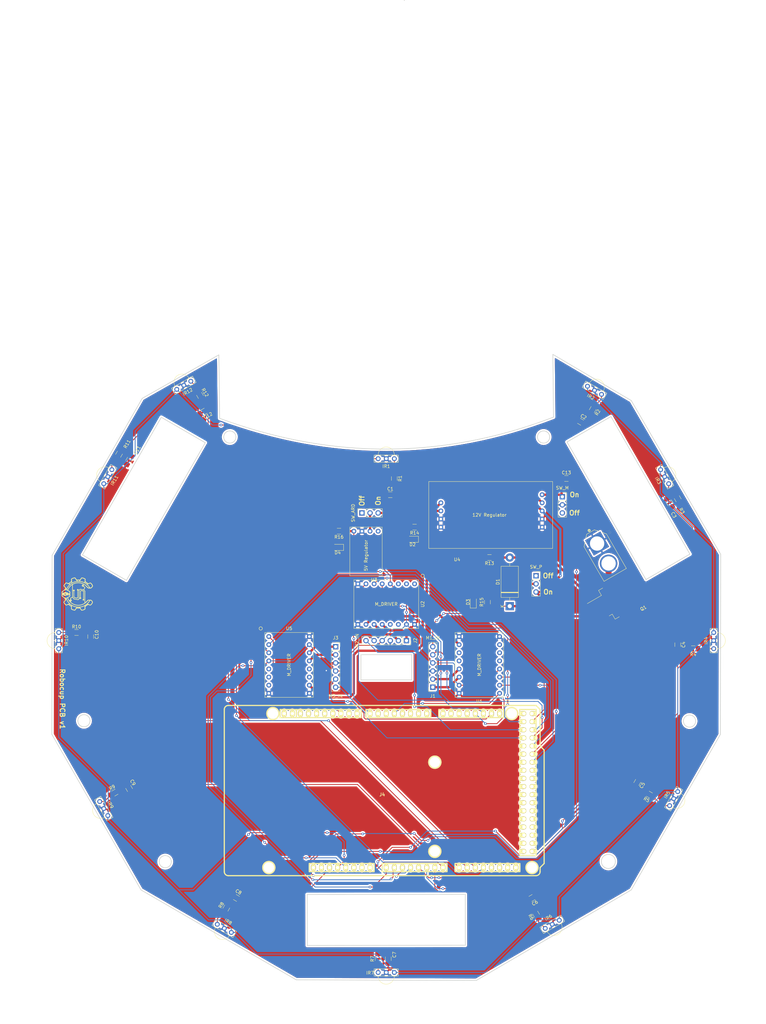
<source format=kicad_pcb>
(kicad_pcb (version 20171130) (host pcbnew "(5.1.6)-1")
  (title_block (title "Robocup PCB") (date 2021-01-10) (rev v1) (company "Sciencelab Team"))
  (layers (0 F.Cu signal) (31 B.Cu signal) (34 B.Paste user) (35 F.Paste user) (36 B.SilkS user) (37 F.SilkS user) (38 B.Mask user) (39 F.Mask user) (44 Edge.Cuts user))
  (net 0 "")
  (net 1 GND)
  (net 2 A0)
  (net 3 A1)
  (net 4 A2)
  (net 5 A3)
  (net 6 A4)
  (net 7 A5)
  (net 8 A6)
  (net 9 A7)
  (net 10 A8)
  (net 11 A9)
  (net 12 A10)
  (net 13 A11)
  (net 14 "Net-(C13-Pad1)")
  (net 15 "Net-(D1-Pad1)")
  (net 16 "Net-(D1-Pad2)")
  (net 17 "Net-(D2-Pad2)")
  (net 18 "Net-(D3-Pad2)")
  (net 19 "Net-(D4-Pad2)")
  (net 20 "Net-(IR1-Pad1)")
  (net 21 +3V3)
  (net 22 "Net-(IR2-Pad1)")
  (net 23 "Net-(IR3-Pad1)")
  (net 24 "Net-(IR4-Pad1)")
  (net 25 "Net-(IR5-Pad1)")
  (net 26 "Net-(IR6-Pad1)")
  (net 27 "Net-(IR7-Pad1)")
  (net 28 "Net-(IR8-Pad1)")
  (net 29 "Net-(IR9-Pad1)")
  (net 30 "Net-(IR10-Pad1)")
  (net 31 "Net-(IR11-Pad1)")
  (net 32 "Net-(IR12-Pad1)")
  (net 33 M1_A)
  (net 34 M1_B)
  (net 35 +5V)
  (net 36 M1_ENA)
  (net 37 M1_ENB)
  (net 38 M2_A)
  (net 39 M2_B)
  (net 40 M2_ENA)
  (net 41 M2_ENB)
  (net 42 M3_ENB)
  (net 43 M3_ENA)
  (net 44 M3_B)
  (net 45 M3_A)
  (net 46 "Net-(J4-Pad2)")
  (net 47 "Net-(J4-Pad3)")
  (net 48 "Net-(J4-Pad7)")
  (net 49 "Net-(J4-Pad8)")
  (net 50 "Net-(J4-Pad21)")
  (net 51 "Net-(J4-Pad22)")
  (net 52 "Net-(J4-Pad23)")
  (net 53 "Net-(J4-Pad24)")
  (net 54 "Net-(J4-Pad25)")
  (net 55 "Net-(J4-Pad26)")
  (net 56 "Net-(J4-Pad27)")
  (net 57 "Net-(J4-Pad28)")
  (net 58 "Net-(J4-Pad29)")
  (net 59 "Net-(J4-Pad30)")
  (net 60 "Net-(J4-Pad31)")
  (net 61 "Net-(J4-Pad32)")
  (net 62 "Net-(J4-Pad33)")
  (net 63 "Net-(J4-Pad34)")
  (net 64 "Net-(J4-Pad35)")
  (net 65 "Net-(J4-Pad36)")
  (net 66 "Net-(J4-Pad37)")
  (net 67 "Net-(J4-Pad38)")
  (net 68 "Net-(J4-Pad42)")
  (net 69 "Net-(J4-Pad43)")
  (net 70 "Net-(J4-Pad44)")
  (net 71 "Net-(J4-Pad45)")
  (net 72 "Net-(J4-Pad46)")
  (net 73 "Net-(J4-Pad47)")
  (net 74 "Net-(J4-Pad48)")
  (net 75 "Net-(J4-Pad49)")
  (net 76 "Net-(J4-Pad50)")
  (net 77 "Net-(J4-Pad51)")
  (net 78 "Net-(J4-Pad52)")
  (net 79 "Net-(J4-Pad53)")
  (net 80 M3_AIN2)
  (net 81 M3_AIN1)
  (net 82 M2_BIN2)
  (net 83 M2_BIN1)
  (net 84 M1_AIN2)
  (net 85 M1_AIN1)
  (net 86 "Net-(J4-Pad60)")
  (net 87 "Net-(J4-Pad61)")
  (net 88 "Net-(J4-Pad65)")
  (net 89 "Net-(J4-Pad66)")
  (net 90 "Net-(J4-Pad67)")
  (net 91 "Net-(J4-Pad68)")
  (net 92 "Net-(J4-Pad69)")
  (net 93 "Net-(J4-Pad70)")
  (net 94 "Net-(J4-Pad71)")
  (net 95 "Net-(J4-Pad72)")
  (net 96 M1_PWMA)
  (net 97 "Net-(J4-Pad74)")
  (net 98 "Net-(J4-Pad75)")
  (net 99 M2_PWMB)
  (net 100 "Net-(J4-Pad77)")
  (net 101 "Net-(J4-Pad78)")
  (net 102 M3_PWMA)
  (net 103 "Net-(J4-Pad80)")
  (net 104 "Net-(J4-Pad81)")
  (net 105 "Net-(J4-Pad82)")
  (net 106 "Net-(J4-Pad83)")
  (net 107 "Net-(J4-Pad84)")
  (net 108 "Net-(J4-Pad85)")
  (net 109 "Net-(J4-Pad86)")
  (net 110 "Net-(J8-Pad2)")
  (net 111 "Net-(Q1-Pad3)")
  (net 112 +12V)
  (net 113 "Net-(SW1-Pad3)")
  (net 114 "Net-(SW2-Pad1)")
  (net 115 "Net-(SW2-Pad2)")
  (net 116 "Net-(SW3-Pad1)")
  (net 117 "Net-(U1-Pad12)")
  (net 118 "Net-(U1-Pad11)")
  (net 119 "Net-(U1-Pad7)")
  (net 120 "Net-(U1-Pad6)")
  (net 121 "Net-(U1-Pad5)")
  (net 122 "Net-(U2-Pad1)")
  (net 123 "Net-(U2-Pad2)")
  (net 124 "Net-(U2-Pad3)")
  (net 125 "Net-(U2-Pad13)")
  (net 126 "Net-(U2-Pad14)")
  (net 127 "Net-(U3-Pad1)")
  (net 128 "Net-(U5-Pad5)")
  (net 129 "Net-(U5-Pad6)")
  (net 130 "Net-(U5-Pad7)")
  (net 131 "Net-(U5-Pad11)")
  (net 132 "Net-(U5-Pad12)")
  (module Capacitor_SMD:C_1206_3216Metric_Pad1.42x1.75mm_HandSolder (layer F.Cu) (at 218.44 81.28)
    (fp_text reference C1 (at 0 -1.82) (layer F.SilkS))
    (fp_text value 0.1uF)
    (pad 2 smd roundrect (at 1.4875 0) (size 1.425 1.75) (layers F.Cu F.Paste F.Mask) (roundrect_rratio 0.175439) (net 2 A0))
    (pad 1 smd roundrect (at -1.4875 0) (size 1.425 1.75) (layers F.Cu F.Paste F.Mask) (roundrect_rratio 0.175439) (net 1 GND))
  )
  (module Capacitor_SMD:C_1206_3216Metric_Pad1.42x1.75mm_HandSolder (layer F.Cu) (at 278.13 58.42 330)
    (fp_text reference C2 (at 0 -1.82 150) (layer F.SilkS))
    (fp_text value 0.1uF)
    (pad 2 smd roundrect (at 1.4875 0 330) (size 1.425 1.75) (layers F.Cu F.Paste F.Mask) (roundrect_rratio 0.175439) (net 3 A1))
    (pad 1 smd roundrect (at -1.4875 0 330) (size 1.425 1.75) (layers F.Cu F.Paste F.Mask) (roundrect_rratio 0.175439) (net 1 GND))
  )
  (module Capacitor_SMD:C_1206_3216Metric_Pad1.42x1.75mm_HandSolder (layer F.Cu) (at 306.07 83.82 300)
    (fp_text reference C3 (at 3.934557 0.805148 120) (layer F.SilkS))
    (fp_text value 0.1uF)
    (pad 2 smd roundrect (at 1.4875 0 300) (size 1.425 1.75) (layers F.Cu F.Paste F.Mask) (roundrect_rratio 0.175439) (net 4 A2))
    (pad 1 smd roundrect (at -1.4875 0 300) (size 1.425 1.75) (layers F.Cu F.Paste F.Mask) (roundrect_rratio 0.175439) (net 1 GND))
  )
  (module Capacitor_SMD:C_1206_3216Metric_Pad1.42x1.75mm_HandSolder (layer F.Cu) (at 308.61 128.27 270)
    (fp_text reference C4 (at 0 -1.82 90) (layer F.SilkS))
    (fp_text value 0.1uF)
    (pad 2 smd roundrect (at 1.4875 0 270) (size 1.425 1.75) (layers F.Cu F.Paste F.Mask) (roundrect_rratio 0.175439) (net 5 A3))
    (pad 1 smd roundrect (at -1.4875 0 270) (size 1.425 1.75) (layers F.Cu F.Paste F.Mask) (roundrect_rratio 0.175439) (net 1 GND))
  )
  (module Capacitor_SMD:C_1206_3216Metric_Pad1.42x1.75mm_HandSolder (layer F.Cu) (at 295.91 171.45 240)
    (fp_text reference C5 (at 0 -1.82 60) (layer F.SilkS))
    (fp_text value 0.1uF)
    (pad 2 smd roundrect (at 1.4875 0 240) (size 1.425 1.75) (layers F.Cu F.Paste F.Mask) (roundrect_rratio 0.175439) (net 6 A4))
    (pad 1 smd roundrect (at -1.4875 0 240) (size 1.425 1.75) (layers F.Cu F.Paste F.Mask) (roundrect_rratio 0.175439) (net 1 GND))
  )
  (module Capacitor_SMD:C_1206_3216Metric_Pad1.42x1.75mm_HandSolder (layer F.Cu) (at 262.89 207.645 210)
    (fp_text reference C6 (at 0 -1.82 30) (layer F.SilkS))
    (fp_text value 0.1uF)
    (pad 2 smd roundrect (at 1.4875 0 210) (size 1.425 1.75) (layers F.Cu F.Paste F.Mask) (roundrect_rratio 0.175439) (net 7 A5))
    (pad 1 smd roundrect (at -1.4875 0 210) (size 1.425 1.75) (layers F.Cu F.Paste F.Mask) (roundrect_rratio 0.175439) (net 1 GND))
  )
  (module Capacitor_SMD:C_1206_3216Metric_Pad1.42x1.75mm_HandSolder (layer F.Cu) (at 217.805 226.695 90)
    (fp_text reference C7 (at 1.27 1.905 90) (layer F.SilkS))
    (fp_text value 0.1uF)
    (pad 2 smd roundrect (at 1.4875 0 90) (size 1.425 1.75) (layers F.Cu F.Paste F.Mask) (roundrect_rratio 0.175439) (net 8 A6))
    (pad 1 smd roundrect (at -1.4875 0 90) (size 1.425 1.75) (layers F.Cu F.Paste F.Mask) (roundrect_rratio 0.175439) (net 1 GND))
  )
  (module Capacitor_SMD:C_1206_3216Metric_Pad1.42x1.75mm_HandSolder (layer F.Cu) (at 170.18 207.645 150)
    (fp_text reference C8 (at 0.402574 1.967278 150) (layer F.SilkS))
    (fp_text value 0.1uF)
    (pad 2 smd roundrect (at 1.4875 0 150) (size 1.425 1.75) (layers F.Cu F.Paste F.Mask) (roundrect_rratio 0.175439) (net 9 A7))
    (pad 1 smd roundrect (at -1.4875 0 150) (size 1.425 1.75) (layers F.Cu F.Paste F.Mask) (roundrect_rratio 0.175439) (net 1 GND))
  )
  (module Capacitor_SMD:C_1206_3216Metric_Pad1.42x1.75mm_HandSolder (layer F.Cu) (at 136.525 173.355 120)
    (fp_text reference C9 (at 1.078278 1.942367 120) (layer F.SilkS))
    (fp_text value 0.1uF)
    (pad 2 smd roundrect (at 1.4875 0 120) (size 1.425 1.75) (layers F.Cu F.Paste F.Mask) (roundrect_rratio 0.175439) (net 10 A8))
    (pad 1 smd roundrect (at -1.4875 0 120) (size 1.425 1.75) (layers F.Cu F.Paste F.Mask) (roundrect_rratio 0.175439) (net 1 GND))
  )
  (module Capacitor_SMD:C_1206_3216Metric_Pad1.42x1.75mm_HandSolder (layer F.Cu) (at 124.46 125.73 90)
    (fp_text reference C10 (at 0.635 1.905 90) (layer F.SilkS))
    (fp_text value 0.1uF)
    (pad 2 smd roundrect (at 1.4875 0 90) (size 1.425 1.75) (layers F.Cu F.Paste F.Mask) (roundrect_rratio 0.175439) (net 11 A9))
    (pad 1 smd roundrect (at -1.4875 0 90) (size 1.425 1.75) (layers F.Cu F.Paste F.Mask) (roundrect_rratio 0.175439) (net 1 GND))
  )
  (module Capacitor_SMD:C_1206_3216Metric_Pad1.42x1.75mm_HandSolder (layer F.Cu) (at 136.525 70.485 60)
    (fp_text reference C11 (at 4.019631 0.612205 60) (layer F.SilkS))
    (fp_text value 0.1uF)
    (pad 2 smd roundrect (at 1.4875 0 60) (size 1.425 1.75) (layers F.Cu F.Paste F.Mask) (roundrect_rratio 0.175439) (net 12 A10))
    (pad 1 smd roundrect (at -1.4875 0 60) (size 1.425 1.75) (layers F.Cu F.Paste F.Mask) (roundrect_rratio 0.175439) (net 1 GND))
  )
  (module Capacitor_SMD:C_1206_3216Metric_Pad1.42x1.75mm_HandSolder (layer F.Cu) (at 160.02 55.245 30)
    (fp_text reference C12 (at 0.464852 1.734852 30) (layer F.SilkS))
    (fp_text value 0.1uF)
    (pad 2 smd roundrect (at 1.4875 0 30) (size 1.425 1.75) (layers F.Cu F.Paste F.Mask) (roundrect_rratio 0.175439) (net 13 A11))
    (pad 1 smd roundrect (at -1.4875 0 30) (size 1.425 1.75) (layers F.Cu F.Paste F.Mask) (roundrect_rratio 0.175439) (net 1 GND))
  )
  (module Capacitor_SMD:C_1206_3216Metric_Pad1.42x1.75mm_HandSolder (layer F.Cu) (at 273.685 76.2)
    (fp_text reference C13 (at 0 -1.82) (layer F.SilkS))
    (fp_text value 10n)
    (pad 2 smd roundrect (at 1.4875 0) (size 1.425 1.75) (layers F.Cu F.Paste F.Mask) (roundrect_rratio 0.175439) (net 1 GND))
    (pad 1 smd roundrect (at -1.4875 0) (size 1.425 1.75) (layers F.Cu F.Paste F.Mask) (roundrect_rratio 0.175439) (net 14 "Net-(C13-Pad1)"))
  )
  (module Diode_THT:D_DO-201_P15.24mm_Horizontal (layer F.Cu) (at 255.905 116.205 90)
    (fp_text reference D1 (at 7.62 -3.725 90) (layer F.SilkS))
    (fp_text value 1N5347B)
    (fp_text user K (at 0 -2.3 90) (layer F.SilkS))
    (pad 2 thru_hole oval (at 15.24 0 90) (size 2.6 2.6) (drill 1.3) (layers *.Cu *.Mask) (net 16 "Net-(D1-Pad2)"))
    (pad 1 thru_hole rect (at 0 0 90) (size 2.6 2.6) (drill 1.3) (layers *.Cu *.Mask) (net 15 "Net-(D1-Pad1)"))
  )
  (module LED_SMD:LED_0805_2012Metric_Pad1.15x1.40mm_HandSolder (layer F.Cu) (at 225.425 95.25 180)
    (fp_text reference D2 (at 0 -1.65) (layer F.SilkS))
    (fp_text value GREEN)
    (pad 2 smd roundrect (at 1.025 0 180) (size 1.15 1.4) (layers F.Cu F.Paste F.Mask) (roundrect_rratio 0.217391) (net 17 "Net-(D2-Pad2)"))
    (pad 1 smd roundrect (at -1.025 0 180) (size 1.15 1.4) (layers F.Cu F.Paste F.Mask) (roundrect_rratio 0.217391) (net 1 GND))
  )
  (module LED_SMD:LED_0805_2012Metric_Pad1.15x1.40mm_HandSolder (layer F.Cu) (at 244.475 114.935 90)
    (fp_text reference D3 (at 0 -1.65 90) (layer F.SilkS))
    (fp_text value RED)
    (pad 2 smd roundrect (at 1.025 0 90) (size 1.15 1.4) (layers F.Cu F.Paste F.Mask) (roundrect_rratio 0.217391) (net 18 "Net-(D3-Pad2)"))
    (pad 1 smd roundrect (at -1.025 0 90) (size 1.15 1.4) (layers F.Cu F.Paste F.Mask) (roundrect_rratio 0.217391) (net 1 GND))
  )
  (module LED_SMD:LED_0805_2012Metric_Pad1.15x1.40mm_HandSolder (layer F.Cu) (at 201.93 97.79 180)
    (fp_text reference D4 (at 0 -1.65) (layer F.SilkS))
    (fp_text value BLUE)
    (pad 2 smd roundrect (at 1.025 0 180) (size 1.15 1.4) (layers F.Cu F.Paste F.Mask) (roundrect_rratio 0.217391) (net 19 "Net-(D4-Pad2)"))
    (pad 1 smd roundrect (at -1.025 0 180) (size 1.15 1.4) (layers F.Cu F.Paste F.Mask) (roundrect_rratio 0.217391) (net 1 GND))
  )
  (module Robocup_PCB:IR_TSOP93038_TH (layer F.Cu) (at 217.17 71.12 180)
    (fp_text reference IR1 (at 0 -1.27) (layer F.SilkS))
    (fp_text value TSSP93038)
    (pad 1 thru_hole circle (at -2.54 1.125 180) (size 1.524 1.524) (drill 0.85) (layers *.Cu *.Mask) (net 20 "Net-(IR1-Pad1)"))
    (pad 2 thru_hole circle (at 0 1.125 180) (size 1.524 1.524) (drill 0.85) (layers *.Cu *.Mask) (net 1 GND))
    (pad 3 thru_hole circle (at 2.54 1.125 180) (size 1.524 1.524) (drill 0.85) (layers *.Cu *.Mask) (net 21 +3V3))
  )
  (module Robocup_PCB:IR_TSOP93038_TH (layer F.Cu) (at 281.94 49.53 150)
    (fp_text reference IR2 (at 0 -1.27 150) (layer F.SilkS))
    (fp_text value TSSP93038)
    (pad 1 thru_hole circle (at -2.54 1.125 150) (size 1.524 1.524) (drill 0.85) (layers *.Cu *.Mask) (net 22 "Net-(IR2-Pad1)"))
    (pad 2 thru_hole circle (at 0 1.125 150) (size 1.524 1.524) (drill 0.85) (layers *.Cu *.Mask) (net 1 GND))
    (pad 3 thru_hole circle (at 2.54 1.125 150) (size 1.524 1.524) (drill 0.85) (layers *.Cu *.Mask) (net 21 +3V3))
  )
  (module Robocup_PCB:IR_TSOP93038_TH (layer F.Cu) (at 303.53 76.2 120)
    (fp_text reference IR3 (at 0 -1.27 120) (layer F.SilkS))
    (fp_text value TSSP93038)
    (pad 1 thru_hole circle (at -2.54 1.125 120) (size 1.524 1.524) (drill 0.85) (layers *.Cu *.Mask) (net 23 "Net-(IR3-Pad1)"))
    (pad 2 thru_hole circle (at 0 1.125 120) (size 1.524 1.524) (drill 0.85) (layers *.Cu *.Mask) (net 1 GND))
    (pad 3 thru_hole circle (at 2.54 1.125 120) (size 1.524 1.524) (drill 0.85) (layers *.Cu *.Mask) (net 21 +3V3))
  )
  (module Robocup_PCB:IR_TSOP93038_TH (layer F.Cu) (at 318.77 127 90)
    (fp_text reference IR4 (at 0 -1.27 90) (layer F.SilkS))
    (fp_text value TSSP93038)
    (pad 1 thru_hole circle (at -2.54 1.125 90) (size 1.524 1.524) (drill 0.85) (layers *.Cu *.Mask) (net 24 "Net-(IR4-Pad1)"))
    (pad 2 thru_hole circle (at 0 1.125 90) (size 1.524 1.524) (drill 0.85) (layers *.Cu *.Mask) (net 1 GND))
    (pad 3 thru_hole circle (at 2.54 1.125 90) (size 1.524 1.524) (drill 0.85) (layers *.Cu *.Mask) (net 21 +3V3))
  )
  (module Robocup_PCB:IR_TSOP93038_TH (layer F.Cu) (at 306.365721 175.9675 60)
    (fp_text reference IR5 (at 0 -1.27 60) (layer F.SilkS))
    (fp_text value TSSP93038)
    (pad 1 thru_hole circle (at -2.54 1.125 60) (size 1.524 1.524) (drill 0.85) (layers *.Cu *.Mask) (net 25 "Net-(IR5-Pad1)"))
    (pad 2 thru_hole circle (at 0 1.125 60) (size 1.524 1.524) (drill 0.85) (layers *.Cu *.Mask) (net 1 GND))
    (pad 3 thru_hole circle (at 2.54 1.125 60) (size 1.524 1.524) (drill 0.85) (layers *.Cu *.Mask) (net 21 +3V3))
  )
  (module Robocup_PCB:IR_TSOP93038_TH (layer F.Cu) (at 268.6775 214.925721 30)
    (fp_text reference IR6 (at 0 -1.27 30) (layer F.SilkS))
    (fp_text value TSSP93038)
    (pad 1 thru_hole circle (at -2.54 1.125 30) (size 1.524 1.524) (drill 0.85) (layers *.Cu *.Mask) (net 26 "Net-(IR6-Pad1)"))
    (pad 2 thru_hole circle (at 0 1.125 30) (size 1.524 1.524) (drill 0.85) (layers *.Cu *.Mask) (net 1 GND))
    (pad 3 thru_hole circle (at 2.54 1.125 30) (size 1.524 1.524) (drill 0.85) (layers *.Cu *.Mask) (net 21 +3V3))
  )
  (module Robocup_PCB:IR_TSOP93038_TH (layer F.Cu) (at 217.17 229.87)
    (fp_text reference IR7 (at -5.08 1.27) (layer F.SilkS))
    (fp_text value TSSP93038)
    (pad 1 thru_hole circle (at -2.54 1.125) (size 1.524 1.524) (drill 0.85) (layers *.Cu *.Mask) (net 27 "Net-(IR7-Pad1)"))
    (pad 2 thru_hole circle (at 0 1.125) (size 1.524 1.524) (drill 0.85) (layers *.Cu *.Mask) (net 1 GND))
    (pad 3 thru_hole circle (at 2.54 1.125) (size 1.524 1.524) (drill 0.85) (layers *.Cu *.Mask) (net 21 +3V3))
  )
  (module Robocup_PCB:IR_TSOP93038_TH (layer F.Cu) (at 166.9325 216.195721 330)
    (fp_text reference IR8 (at 0 -1.27 150) (layer F.SilkS))
    (fp_text value TSSP93038)
    (pad 1 thru_hole circle (at -2.54 1.125 330) (size 1.524 1.524) (drill 0.85) (layers *.Cu *.Mask) (net 28 "Net-(IR8-Pad1)"))
    (pad 2 thru_hole circle (at 0 1.125 330) (size 1.524 1.524) (drill 0.85) (layers *.Cu *.Mask) (net 1 GND))
    (pad 3 thru_hole circle (at 2.54 1.125 330) (size 1.524 1.524) (drill 0.85) (layers *.Cu *.Mask) (net 21 +3V3))
  )
  (module Robocup_PCB:IR_TSOP93038_TH (layer F.Cu) (at 129.54 179.07 300)
    (fp_text reference IR9 (at 0 -1.27 120) (layer F.SilkS))
    (fp_text value TSSP93038)
    (pad 1 thru_hole circle (at -2.54 1.125 300) (size 1.524 1.524) (drill 0.85) (layers *.Cu *.Mask) (net 29 "Net-(IR9-Pad1)"))
    (pad 2 thru_hole circle (at 0 1.125 300) (size 1.524 1.524) (drill 0.85) (layers *.Cu *.Mask) (net 1 GND))
    (pad 3 thru_hole circle (at 2.54 1.125 300) (size 1.524 1.524) (drill 0.85) (layers *.Cu *.Mask) (net 21 +3V3))
  )
  (module Robocup_PCB:IR_TSOP93038_TH (layer F.Cu) (at 115.57 127 270)
    (fp_text reference IR10 (at 0 -1.27 90) (layer F.SilkS))
    (fp_text value TSSP93038)
    (pad 1 thru_hole circle (at -2.54 1.125 270) (size 1.524 1.524) (drill 0.85) (layers *.Cu *.Mask) (net 30 "Net-(IR10-Pad1)"))
    (pad 2 thru_hole circle (at 0 1.125 270) (size 1.524 1.524) (drill 0.85) (layers *.Cu *.Mask) (net 1 GND))
    (pad 3 thru_hole circle (at 2.54 1.125 270) (size 1.524 1.524) (drill 0.85) (layers *.Cu *.Mask) (net 21 +3V3))
  )
  (module Robocup_PCB:IR_TSOP93038_TH (layer F.Cu) (at 130.81 76.2 240)
    (fp_text reference IR11 (at 0 -1.27 60) (layer F.SilkS))
    (fp_text value TSSP93038)
    (pad 1 thru_hole circle (at -2.54 1.125 240) (size 1.524 1.524) (drill 0.85) (layers *.Cu *.Mask) (net 31 "Net-(IR11-Pad1)"))
    (pad 2 thru_hole circle (at 0 1.125 240) (size 1.524 1.524) (drill 0.85) (layers *.Cu *.Mask) (net 1 GND))
    (pad 3 thru_hole circle (at 2.54 1.125 240) (size 1.524 1.524) (drill 0.85) (layers *.Cu *.Mask) (net 21 +3V3))
  )
  (module Robocup_PCB:IR_TSOP93038_TH (layer F.Cu) (at 154.2325 47.964279 210)
    (fp_text reference IR12 (at 0 -1.27 30) (layer F.SilkS))
    (fp_text value TSSP93038)
    (pad 1 thru_hole circle (at -2.54 1.125 210) (size 1.524 1.524) (drill 0.85) (layers *.Cu *.Mask) (net 32 "Net-(IR12-Pad1)"))
    (pad 2 thru_hole circle (at 0 1.125 210) (size 1.524 1.524) (drill 0.85) (layers *.Cu *.Mask) (net 1 GND))
    (pad 3 thru_hole circle (at 2.54 1.125 210) (size 1.524 1.524) (drill 0.85) (layers *.Cu *.Mask) (net 21 +3V3))
  )
  (module Connector_PinSocket_2.54mm:PinSocket_1x06_P2.54mm_Vertical (layer F.Cu) (at 231.775 141.605 180)
    (fp_text reference J1 (at 0 -2.77) (layer F.SilkS))
    (fp_text value M1_IN (at 0 15.47) (layer F.SilkS))
    (pad 6 thru_hole oval (at 0 12.7 180) (size 1.7 1.7) (drill 1) (layers *.Cu *.Mask) (net 37 M1_ENB))
    (pad 5 thru_hole oval (at 0 10.16 180) (size 1.7 1.7) (drill 1) (layers *.Cu *.Mask) (net 36 M1_ENA))
    (pad 4 thru_hole oval (at 0 7.62 180) (size 1.7 1.7) (drill 1) (layers *.Cu *.Mask) (net 35 +5V))
    (pad 3 thru_hole oval (at 0 5.08 180) (size 1.7 1.7) (drill 1) (layers *.Cu *.Mask) (net 1 GND))
    (pad 2 thru_hole oval (at 0 2.54 180) (size 1.7 1.7) (drill 1) (layers *.Cu *.Mask) (net 34 M1_B))
    (pad 1 thru_hole rect (at 0 0 180) (size 1.7 1.7) (drill 1) (layers *.Cu *.Mask) (net 33 M1_A))
  )
  (module Connector_PinSocket_2.54mm:PinSocket_1x06_P2.54mm_Vertical (layer F.Cu) (at 223.52 127 270)
    (fp_text reference J2 (at 0 -2.77 90) (layer F.SilkS))
    (fp_text value M2_IN (at 0 15.47 90) (layer F.SilkS))
    (pad 6 thru_hole oval (at 0 12.7 270) (size 1.7 1.7) (drill 1) (layers *.Cu *.Mask) (net 41 M2_ENB))
    (pad 5 thru_hole oval (at 0 10.16 270) (size 1.7 1.7) (drill 1) (layers *.Cu *.Mask) (net 40 M2_ENA))
    (pad 4 thru_hole oval (at 0 7.62 270) (size 1.7 1.7) (drill 1) (layers *.Cu *.Mask) (net 35 +5V))
    (pad 3 thru_hole oval (at 0 5.08 270) (size 1.7 1.7) (drill 1) (layers *.Cu *.Mask) (net 1 GND))
    (pad 2 thru_hole oval (at 0 2.54 270) (size 1.7 1.7) (drill 1) (layers *.Cu *.Mask) (net 39 M2_B))
    (pad 1 thru_hole rect (at 0 0 270) (size 1.7 1.7) (drill 1) (layers *.Cu *.Mask) (net 38 M2_A))
  )
  (module Connector_PinSocket_2.54mm:PinSocket_1x06_P2.54mm_Vertical (layer F.Cu) (at 201.295 128.905)
    (fp_text reference J3 (at 0 -2.77) (layer F.SilkS))
    (fp_text value M3_IN (at 0 15.47) (layer F.SilkS))
    (pad 6 thru_hole oval (at 0 12.7) (size 1.7 1.7) (drill 1) (layers *.Cu *.Mask) (net 42 M3_ENB))
    (pad 5 thru_hole oval (at 0 10.16) (size 1.7 1.7) (drill 1) (layers *.Cu *.Mask) (net 43 M3_ENA))
    (pad 4 thru_hole oval (at 0 7.62) (size 1.7 1.7) (drill 1) (layers *.Cu *.Mask) (net 35 +5V))
    (pad 3 thru_hole oval (at 0 5.08) (size 1.7 1.7) (drill 1) (layers *.Cu *.Mask) (net 1 GND))
    (pad 2 thru_hole oval (at 0 2.54) (size 1.7 1.7) (drill 1) (layers *.Cu *.Mask) (net 44 M3_B))
    (pad 1 thru_hole rect (at 0 0) (size 1.7 1.7) (drill 1) (layers *.Cu *.Mask) (net 45 M3_A))
  )
  (module w_conn_misc:arduino_mega_header (layer F.Cu) (at 215.9 173.99)
    (fp_text reference J4 (at 0 1.27) (layer F.SilkS) (effects (font (size 1.016 1.016) (thickness 0.2032))))
    (fp_text value Arduino_Mega_Header hide)
    (pad "" np_thru_hole circle (at 16.51 -8.89) (size 3.19786 3.19786) (drill 3.19786) (layers *.Cu *.Mask F.SilkS))
    (pad 86 thru_hole oval (at -30.734 -24.13) (size 1.524 2.1971) (drill 1.00076) (layers *.Cu *.Mask F.SilkS) (net 109 "Net-(J4-Pad86)"))
    (pad 85 thru_hole oval (at -28.194 -24.13) (size 1.524 2.1971) (drill 1.00076) (layers *.Cu *.Mask F.SilkS) (net 108 "Net-(J4-Pad85)"))
    (pad "" np_thru_hole circle (at -34.29 -24.13) (size 3.19786 3.19786) (drill 3.19786) (layers *.Cu *.Mask F.SilkS))
    (pad "" np_thru_hole circle (at 40.64 -24.13) (size 3.19786 3.19786) (drill 3.19786) (layers *.Cu *.Mask F.SilkS))
    (pad 84 thru_hole oval (at -25.654 -24.13) (size 1.524 2.1971) (drill 1.00076) (layers *.Cu *.Mask F.SilkS) (net 107 "Net-(J4-Pad84)"))
    (pad 83 thru_hole oval (at -23.114 -24.13) (size 1.524 2.1971) (drill 1.00076) (layers *.Cu *.Mask F.SilkS) (net 106 "Net-(J4-Pad83)"))
    (pad 82 thru_hole oval (at -20.574 -24.13) (size 1.524 2.1971) (drill 1.00076) (layers *.Cu *.Mask F.SilkS) (net 105 "Net-(J4-Pad82)"))
    (pad 81 thru_hole oval (at -18.034 -24.13) (size 1.524 2.1971) (drill 1.00076) (layers *.Cu *.Mask F.SilkS) (net 104 "Net-(J4-Pad81)"))
    (pad 80 thru_hole oval (at -15.494 -24.13) (size 1.524 2.1971) (drill 1.00076) (layers *.Cu *.Mask F.SilkS) (net 103 "Net-(J4-Pad80)"))
    (pad 79 thru_hole oval (at -12.954 -24.13) (size 1.524 2.1971) (drill 1.00076) (layers *.Cu *.Mask F.SilkS) (net 102 M3_PWMA))
    (pad 78 thru_hole oval (at -10.414 -24.13) (size 1.524 2.1971) (drill 1.00076) (layers *.Cu *.Mask F.SilkS) (net 101 "Net-(J4-Pad78)"))
    (pad 77 thru_hole oval (at -7.874 -24.13) (size 1.524 2.1971) (drill 1.00076) (layers *.Cu *.Mask F.SilkS) (net 100 "Net-(J4-Pad77)"))
    (pad 76 thru_hole oval (at -3.81 -24.13) (size 1.524 2.1971) (drill 1.00076) (layers *.Cu *.Mask F.SilkS) (net 99 M2_PWMB))
    (pad 75 thru_hole oval (at -1.27 -24.13) (size 1.524 2.1971) (drill 1.00076) (layers *.Cu *.Mask F.SilkS) (net 98 "Net-(J4-Pad75)"))
    (pad 74 thru_hole oval (at 1.27 -24.13) (size 1.524 2.1971) (drill 1.00076) (layers *.Cu *.Mask F.SilkS) (net 97 "Net-(J4-Pad74)"))
    (pad 73 thru_hole oval (at 3.81 -24.13) (size 1.524 2.1971) (drill 1.00076) (layers *.Cu *.Mask F.SilkS) (net 96 M1_PWMA))
    (pad 72 thru_hole oval (at 6.35 -24.13) (size 1.524 2.1971) (drill 1.00076) (layers *.Cu *.Mask F.SilkS) (net 95 "Net-(J4-Pad72)"))
    (pad 71 thru_hole oval (at 8.89 -24.13) (size 1.524 2.1971) (drill 1.00076) (layers *.Cu *.Mask F.SilkS) (net 94 "Net-(J4-Pad71)"))
    (pad 70 thru_hole oval (at 11.43 -24.13) (size 1.524 2.1971) (drill 1.00076) (layers *.Cu *.Mask F.SilkS) (net 93 "Net-(J4-Pad70)"))
    (pad 69 thru_hole oval (at 13.97 -24.13) (size 1.524 2.1971) (drill 1.00076) (layers *.Cu *.Mask F.SilkS) (net 92 "Net-(J4-Pad69)"))
    (pad 68 thru_hole oval (at 19.05 -24.13) (size 1.524 2.1971) (drill 1.00076) (layers *.Cu *.Mask F.SilkS) (net 91 "Net-(J4-Pad68)"))
    (pad 67 thru_hole oval (at 21.59 -24.13) (size 1.524 2.1971) (drill 1.00076) (layers *.Cu *.Mask F.SilkS) (net 90 "Net-(J4-Pad67)"))
    (pad 66 thru_hole oval (at 24.13 -24.13) (size 1.524 2.1971) (drill 1.00076) (layers *.Cu *.Mask F.SilkS) (net 89 "Net-(J4-Pad66)"))
    (pad 65 thru_hole oval (at 26.67 -24.13) (size 1.524 2.1971) (drill 1.00076) (layers *.Cu *.Mask F.SilkS) (net 88 "Net-(J4-Pad65)"))
    (pad 64 thru_hole oval (at 29.21 -24.13) (size 1.524 2.1971) (drill 1.00076) (layers *.Cu *.Mask F.SilkS) (net 36 M1_ENA))
    (pad 63 thru_hole oval (at 31.75 -24.13) (size 1.524 2.1971) (drill 1.00076) (layers *.Cu *.Mask F.SilkS) (net 40 M2_ENA))
    (pad 62 thru_hole oval (at 34.29 -24.13) (size 1.524 2.1971) (drill 1.00076) (layers *.Cu *.Mask F.SilkS) (net 43 M3_ENA))
    (pad 61 thru_hole oval (at 36.83 -24.13) (size 1.524 2.1971) (drill 1.00076) (layers *.Cu *.Mask F.SilkS) (net 87 "Net-(J4-Pad61)"))
    (pad 60 thru_hole oval (at 46.99 -24.13) (size 1.99898 1.5367) (drill 1.00076 (offset 0.24638 0)) (layers *.Cu *.Mask F.SilkS) (net 86 "Net-(J4-Pad60)"))
    (pad 59 thru_hole oval (at 46.99 -21.59) (size 1.99898 1.5367) (drill 1.00076 (offset 0.24638 0)) (layers *.Cu *.Mask F.SilkS) (net 85 M1_AIN1))
    (pad 58 thru_hole oval (at 46.99 -19.05) (size 1.99898 1.5367) (drill 1.00076 (offset 0.24638 0)) (layers *.Cu *.Mask F.SilkS) (net 84 M1_AIN2))
    (pad 57 thru_hole oval (at 46.99 -16.51) (size 1.99898 1.5367) (drill 1.00076 (offset 0.24638 0)) (layers *.Cu *.Mask F.SilkS) (net 83 M2_BIN1))
    (pad 56 thru_hole oval (at 46.99 -13.97) (size 1.99898 1.5367) (drill 1.00076 (offset 0.24638 0)) (layers *.Cu *.Mask F.SilkS) (net 82 M2_BIN2))
    (pad 55 thru_hole oval (at 46.99 -11.43) (size 1.99898 1.5367) (drill 1.00076 (offset 0.24638 0)) (layers *.Cu *.Mask F.SilkS) (net 81 M3_AIN1))
    (pad 54 thru_hole oval (at 46.99 -8.89) (size 1.99898 1.5367) (drill 1.00076 (offset 0.24638 0)) (layers *.Cu *.Mask F.SilkS) (net 80 M3_AIN2))
    (pad 53 thru_hole oval (at 46.99 -6.35) (size 1.99898 1.5367) (drill 1.00076 (offset 0.24638 0)) (layers *.Cu *.Mask F.SilkS) (net 79 "Net-(J4-Pad53)"))
    (pad 52 thru_hole oval (at 46.99 -3.81) (size 1.99898 1.5367) (drill 1.00076 (offset 0.24638 0)) (layers *.Cu *.Mask F.SilkS) (net 78 "Net-(J4-Pad52)"))
    (pad 51 thru_hole oval (at 46.99 -1.27) (size 1.99898 1.5367) (drill 1.00076 (offset 0.24638 0)) (layers *.Cu *.Mask F.SilkS) (net 77 "Net-(J4-Pad51)"))
    (pad 50 thru_hole oval (at 46.99 1.27) (size 1.99898 1.5367) (drill 1.00076 (offset 0.24638 0)) (layers *.Cu *.Mask F.SilkS) (net 76 "Net-(J4-Pad50)"))
    (pad 49 thru_hole oval (at 46.99 3.81) (size 1.99898 1.5367) (drill 1.00076 (offset 0.24638 0)) (layers *.Cu *.Mask F.SilkS) (net 75 "Net-(J4-Pad49)"))
    (pad 48 thru_hole oval (at 46.99 6.35) (size 1.99898 1.5367) (drill 1.00076 (offset 0.24638 0)) (layers *.Cu *.Mask F.SilkS) (net 74 "Net-(J4-Pad48)"))
    (pad 47 thru_hole oval (at 46.99 8.89) (size 1.99898 1.5367) (drill 1.00076 (offset 0.24638 0)) (layers *.Cu *.Mask F.SilkS) (net 73 "Net-(J4-Pad47)"))
    (pad 46 thru_hole oval (at 46.99 11.43) (size 1.99898 1.5367) (drill 1.00076 (offset 0.24638 0)) (layers *.Cu *.Mask F.SilkS) (net 72 "Net-(J4-Pad46)"))
    (pad 45 thru_hole oval (at 46.99 13.97) (size 1.99898 1.5367) (drill 1.00076 (offset 0.24638 0)) (layers *.Cu *.Mask F.SilkS) (net 71 "Net-(J4-Pad45)"))
    (pad 44 thru_hole oval (at 46.99 16.51) (size 1.99898 1.5367) (drill 1.00076 (offset 0.24638 0)) (layers *.Cu *.Mask F.SilkS) (net 70 "Net-(J4-Pad44)"))
    (pad 43 thru_hole oval (at 46.99 19.05) (size 1.99898 1.5367) (drill 1.00076 (offset 0.24638 0)) (layers *.Cu *.Mask F.SilkS) (net 69 "Net-(J4-Pad43)"))
    (pad 42 thru_hole oval (at 44.45 -24.13) (size 1.99898 1.53924) (drill 1.00076 (offset -0.24892 0)) (layers *.Cu *.Mask F.SilkS) (net 68 "Net-(J4-Pad42)"))
    (pad 41 thru_hole oval (at 44.45 -21.59) (size 1.99898 1.53924) (drill 1.00076 (offset -0.24892 0)) (layers *.Cu *.Mask F.SilkS) (net 37 M1_ENB))
    (pad 40 thru_hole oval (at 44.45 -19.05) (size 1.99898 1.53924) (drill 1.00076 (offset -0.24892 0)) (layers *.Cu *.Mask F.SilkS) (net 41 M2_ENB))
    (pad 39 thru_hole oval (at 44.45 -16.51) (size 1.99898 1.53924) (drill 1.00076 (offset -0.24892 0)) (layers *.Cu *.Mask F.SilkS) (net 42 M3_ENB))
    (pad 38 thru_hole oval (at 44.45 -13.97) (size 1.99898 1.53924) (drill 1.00076 (offset -0.24892 0)) (layers *.Cu *.Mask F.SilkS) (net 67 "Net-(J4-Pad38)"))
    (pad 37 thru_hole oval (at 44.45 -11.43) (size 1.99898 1.53924) (drill 1.00076 (offset -0.24892 0)) (layers *.Cu *.Mask F.SilkS) (net 66 "Net-(J4-Pad37)"))
    (pad 36 thru_hole oval (at 44.45 -8.89) (size 1.99898 1.53924) (drill 1.00076 (offset -0.24892 0)) (layers *.Cu *.Mask F.SilkS) (net 65 "Net-(J4-Pad36)"))
    (pad 35 thru_hole oval (at 44.45 -6.35) (size 1.99898 1.53924) (drill 1.00076 (offset -0.24892 0)) (layers *.Cu *.Mask F.SilkS) (net 64 "Net-(J4-Pad35)"))
    (pad 34 thru_hole oval (at 44.45 -3.81) (size 1.99898 1.53924) (drill 1.00076 (offset -0.24892 0)) (layers *.Cu *.Mask F.SilkS) (net 63 "Net-(J4-Pad34)"))
    (pad 33 thru_hole oval (at 44.45 -1.27) (size 1.99898 1.53924) (drill 1.00076 (offset -0.24892 0)) (layers *.Cu *.Mask F.SilkS) (net 62 "Net-(J4-Pad33)"))
    (pad 32 thru_hole oval (at 44.45 1.27) (size 1.99898 1.53924) (drill 1.00076 (offset -0.24892 0)) (layers *.Cu *.Mask F.SilkS) (net 61 "Net-(J4-Pad32)"))
    (pad 31 thru_hole oval (at 44.45 3.81) (size 1.99898 1.53924) (drill 1.00076 (offset -0.24892 0)) (layers *.Cu *.Mask F.SilkS) (net 60 "Net-(J4-Pad31)"))
    (pad 30 thru_hole oval (at 44.45 6.35) (size 1.99898 1.53924) (drill 1.00076 (offset -0.24892 0)) (layers *.Cu *.Mask F.SilkS) (net 59 "Net-(J4-Pad30)"))
    (pad 29 thru_hole oval (at 44.45 8.89) (size 1.99898 1.53924) (drill 1.00076 (offset -0.24892 0)) (layers *.Cu *.Mask F.SilkS) (net 58 "Net-(J4-Pad29)"))
    (pad 28 thru_hole oval (at 44.45 11.43) (size 1.99898 1.53924) (drill 1.00076 (offset -0.24892 0)) (layers *.Cu *.Mask F.SilkS) (net 57 "Net-(J4-Pad28)"))
    (pad 27 thru_hole oval (at 44.45 13.97) (size 1.99898 1.53924) (drill 1.00076 (offset -0.24892 0)) (layers *.Cu *.Mask F.SilkS) (net 56 "Net-(J4-Pad27)"))
    (pad 26 thru_hole oval (at 44.45 16.51) (size 1.99898 1.53924) (drill 1.00076 (offset -0.24892 0)) (layers *.Cu *.Mask F.SilkS) (net 55 "Net-(J4-Pad26)"))
    (pad 25 thru_hole oval (at 44.45 19.05) (size 1.99898 1.53924) (drill 1.00076 (offset -0.24892 0)) (layers *.Cu *.Mask F.SilkS) (net 54 "Net-(J4-Pad25)"))
    (pad "" np_thru_hole circle (at 46.99 24.13) (size 3.19786 3.19786) (drill 3.19786) (layers *.Cu *.Mask F.SilkS))
    (pad "" np_thru_hole circle (at 16.51 19.05) (size 3.19786 3.19786) (drill 3.19786) (layers *.Cu *.Mask F.SilkS))
    (pad "" np_thru_hole circle (at -35.56 24.13) (size 3.19786 3.19786) (drill 3.19786) (layers *.Cu *.Mask F.SilkS))
    (pad 24 thru_hole oval (at 41.91 24.13) (size 1.524 2.1971) (drill 1.00076) (layers *.Cu *.Mask F.SilkS) (net 53 "Net-(J4-Pad24)"))
    (pad 23 thru_hole oval (at 39.37 24.13) (size 1.524 2.1971) (drill 1.00076) (layers *.Cu *.Mask F.SilkS) (net 52 "Net-(J4-Pad23)"))
    (pad 22 thru_hole oval (at 36.83 24.13) (size 1.524 2.1971) (drill 1.00076) (layers *.Cu *.Mask F.SilkS) (net 51 "Net-(J4-Pad22)"))
    (pad 21 thru_hole oval (at 34.29 24.13) (size 1.524 2.1971) (drill 1.00076) (layers *.Cu *.Mask F.SilkS) (net 50 "Net-(J4-Pad21)"))
    (pad 20 thru_hole oval (at 31.75 24.13) (size 1.524 2.1971) (drill 1.00076) (layers *.Cu *.Mask F.SilkS) (net 13 A11))
    (pad 19 thru_hole oval (at 29.21 24.13) (size 1.524 2.19964) (drill 1.00076) (layers *.Cu *.Mask F.SilkS) (net 12 A10))
    (pad 18 thru_hole oval (at 26.67 24.13) (size 1.524 2.19964) (drill 1.00076) (layers *.Cu *.Mask F.SilkS) (net 11 A9))
    (pad 17 thru_hole oval (at 24.13 24.13) (size 1.524 2.19964) (drill 1.00076) (layers *.Cu *.Mask F.SilkS) (net 10 A8))
    (pad 16 thru_hole oval (at 19.05 24.13) (size 1.524 2.19964) (drill 1.00076) (layers *.Cu *.Mask F.SilkS) (net 9 A7))
    (pad 15 thru_hole oval (at 16.51 24.13) (size 1.524 2.19964) (drill 1.00076) (layers *.Cu *.Mask F.SilkS) (net 8 A6))
    (pad 14 thru_hole oval (at 13.97 24.13) (size 1.524 2.19964) (drill 1.00076) (layers *.Cu *.Mask F.SilkS) (net 7 A5))
    (pad 13 thru_hole oval (at 11.43 24.13) (size 1.524 2.19964) (drill 1.00076) (layers *.Cu *.Mask F.SilkS) (net 6 A4))
    (pad 12 thru_hole oval (at 8.89 24.13) (size 1.524 2.19964) (drill 1.00076) (layers *.Cu *.Mask F.SilkS) (net 5 A3))
    (pad 11 thru_hole oval (at 6.35 24.13) (size 1.524 2.19964) (drill 1.00076) (layers *.Cu *.Mask F.SilkS) (net 4 A2))
    (pad 10 thru_hole oval (at 3.81 24.13) (size 1.524 2.19964) (drill 1.00076) (layers *.Cu *.Mask F.SilkS) (net 3 A1))
    (pad 9 thru_hole oval (at 1.27 24.13) (size 1.524 2.19964) (drill 1.00076) (layers *.Cu *.Mask F.SilkS) (net 2 A0))
    (pad 8 thru_hole oval (at -3.81 24.13) (size 1.524 2.19964) (drill 1.00076) (layers *.Cu *.Mask F.SilkS) (net 49 "Net-(J4-Pad8)"))
    (pad 7 thru_hole oval (at -6.35 24.13) (size 1.524 2.19964) (drill 1.00076) (layers *.Cu *.Mask F.SilkS) (net 48 "Net-(J4-Pad7)"))
    (pad 6 thru_hole oval (at -8.89 24.13) (size 1.524 2.19964) (drill 1.00076) (layers *.Cu *.Mask F.SilkS) (net 1 GND))
    (pad 5 thru_hole oval (at -11.43 24.13) (size 1.524 2.19964) (drill 1.00076) (layers *.Cu *.Mask F.SilkS) (net 35 +5V))
    (pad 4 thru_hole oval (at -13.97 24.13) (size 1.524 2.19964) (drill 1.00076) (layers *.Cu *.Mask F.SilkS) (net 21 +3V3))
    (pad 3 thru_hole oval (at -16.51 24.13) (size 1.524 2.19964) (drill 1.00076) (layers *.Cu *.Mask F.SilkS) (net 47 "Net-(J4-Pad3)"))
    (pad 2 thru_hole oval (at -19.05 24.13) (size 1.524 2.19964) (drill 1.00076) (layers *.Cu *.Mask F.SilkS) (net 46 "Net-(J4-Pad2)"))
    (pad 1 thru_hole oval (at -21.59 24.13) (size 1.524 2.19964) (drill 1.00076) (layers *.Cu *.Mask F.SilkS))
  )
  (module "3rd party libs:AMASS_XT60-M" (layer F.Cu) (at 285.115 99.695 300)
    (fp_text reference J8 (at -4.92842 -5.03849 120) (layer F.SilkS) (effects (font (size 1.000693 1.000693) (thickness 0.015))))
    (fp_text value XT60-M)
    (pad 2 thru_hole circle (at 3.6 0 300) (size 5.516 5.516) (drill 4.5) (layers *.Cu *.Mask) (net 110 "Net-(J8-Pad2)"))
    (pad 1 thru_hole rect (at -3.6 0 300) (size 5.516 5.516) (drill 4.5) (layers *.Cu *.Mask) (net 1 GND))
  )
  (module Resistor_SMD:R_1206_3216Metric_Pad1.42x1.75mm_HandSolder (layer F.Cu) (at 219.71 76.2 270)
    (fp_text reference R1 (at 0 -1.82 90) (layer F.SilkS))
    (fp_text value 6k2)
    (pad 2 smd roundrect (at 1.4875 0 270) (size 1.425 1.75) (layers F.Cu F.Paste F.Mask) (roundrect_rratio 0.175439) (net 2 A0))
    (pad 1 smd roundrect (at -1.4875 0 270) (size 1.425 1.75) (layers F.Cu F.Paste F.Mask) (roundrect_rratio 0.175439) (net 20 "Net-(IR1-Pad1)"))
  )
  (module Resistor_SMD:R_1206_3216Metric_Pad1.42x1.75mm_HandSolder (layer F.Cu) (at 281.94 54.61 240)
    (fp_text reference R2 (at 0 -1.82 60) (layer F.SilkS))
    (fp_text value 6k2)
    (pad 2 smd roundrect (at 1.4875 0 240) (size 1.425 1.75) (layers F.Cu F.Paste F.Mask) (roundrect_rratio 0.175439) (net 3 A1))
    (pad 1 smd roundrect (at -1.4875 0 240) (size 1.425 1.75) (layers F.Cu F.Paste F.Mask) (roundrect_rratio 0.175439) (net 22 "Net-(IR2-Pad1)"))
  )
  (module Resistor_SMD:R_1206_3216Metric_Pad1.42x1.75mm_HandSolder (layer F.Cu) (at 308.61 82.55 300)
    (fp_text reference R3 (at 3.934557 0.805148 120) (layer F.SilkS))
    (fp_text value 6k2)
    (pad 2 smd roundrect (at 1.4875 0 300) (size 1.425 1.75) (layers F.Cu F.Paste F.Mask) (roundrect_rratio 0.175439) (net 4 A2))
    (pad 1 smd roundrect (at -1.4875 0 300) (size 1.425 1.75) (layers F.Cu F.Paste F.Mask) (roundrect_rratio 0.175439) (net 23 "Net-(IR3-Pad1)"))
  )
  (module Resistor_SMD:R_1206_3216Metric_Pad1.42x1.75mm_HandSolder (layer F.Cu) (at 313.4725 129.54 180)
    (fp_text reference R4 (at 0 -1.82) (layer F.SilkS))
    (fp_text value 6k2)
    (pad 2 smd roundrect (at 1.4875 0 180) (size 1.425 1.75) (layers F.Cu F.Paste F.Mask) (roundrect_rratio 0.175439) (net 5 A3))
    (pad 1 smd roundrect (at -1.4875 0 180) (size 1.425 1.75) (layers F.Cu F.Paste F.Mask) (roundrect_rratio 0.175439) (net 24 "Net-(IR4-Pad1)"))
  )
  (module Resistor_SMD:R_1206_3216Metric_Pad1.42x1.75mm_HandSolder (layer F.Cu) (at 299.72 175.26 150)
    (fp_text reference R5 (at 0 -1.82 150) (layer F.SilkS))
    (fp_text value 6k2)
    (pad 2 smd roundrect (at 1.4875 0 150) (size 1.425 1.75) (layers F.Cu F.Paste F.Mask) (roundrect_rratio 0.175439) (net 6 A4))
    (pad 1 smd roundrect (at -1.4875 0 150) (size 1.425 1.75) (layers F.Cu F.Paste F.Mask) (roundrect_rratio 0.175439) (net 25 "Net-(IR5-Pad1)"))
  )
  (module Resistor_SMD:R_1206_3216Metric_Pad1.42x1.75mm_HandSolder (layer F.Cu) (at 264.16 212.725 120)
    (fp_text reference R6 (at 0 -1.82 120) (layer F.SilkS))
    (fp_text value 6k2)
    (pad 2 smd roundrect (at 1.4875 0 120) (size 1.425 1.75) (layers F.Cu F.Paste F.Mask) (roundrect_rratio 0.175439) (net 7 A5))
    (pad 1 smd roundrect (at -1.4875 0 120) (size 1.425 1.75) (layers F.Cu F.Paste F.Mask) (roundrect_rratio 0.175439) (net 26 "Net-(IR6-Pad1)"))
  )
  (module Resistor_SMD:R_1206_3216Metric_Pad1.42x1.75mm_HandSolder (layer F.Cu) (at 214.63 226.695 90)
    (fp_text reference R7 (at 0 -1.82 90) (layer F.SilkS))
    (fp_text value 6k2)
    (pad 2 smd roundrect (at 1.4875 0 90) (size 1.425 1.75) (layers F.Cu F.Paste F.Mask) (roundrect_rratio 0.175439) (net 8 A6))
    (pad 1 smd roundrect (at -1.4875 0 90) (size 1.425 1.75) (layers F.Cu F.Paste F.Mask) (roundrect_rratio 0.175439) (net 27 "Net-(IR7-Pad1)"))
  )
  (module Resistor_SMD:R_1206_3216Metric_Pad1.42x1.75mm_HandSolder (layer F.Cu) (at 167.005 210.82 60)
    (fp_text reference R8 (at 0 -1.82 60) (layer F.SilkS))
    (fp_text value 6k2)
    (pad 2 smd roundrect (at 1.4875 0 60) (size 1.425 1.75) (layers F.Cu F.Paste F.Mask) (roundrect_rratio 0.175439) (net 9 A7))
    (pad 1 smd roundrect (at -1.4875 0 60) (size 1.425 1.75) (layers F.Cu F.Paste F.Mask) (roundrect_rratio 0.175439) (net 28 "Net-(IR8-Pad1)"))
  )
  (module Resistor_SMD:R_1206_3216Metric_Pad1.42x1.75mm_HandSolder (layer F.Cu) (at 132.08 174.625 30)
    (fp_text reference R9 (at 0 -1.82 30) (layer F.SilkS))
    (fp_text value 6k2)
    (pad 2 smd roundrect (at 1.4875 0 30) (size 1.425 1.75) (layers F.Cu F.Paste F.Mask) (roundrect_rratio 0.175439) (net 10 A8))
    (pad 1 smd roundrect (at -1.4875 0 30) (size 1.425 1.75) (layers F.Cu F.Paste F.Mask) (roundrect_rratio 0.175439) (net 29 "Net-(IR9-Pad1)"))
  )
  (module Resistor_SMD:R_1206_3216Metric_Pad1.42x1.75mm_HandSolder (layer F.Cu) (at 120.015 124.46)
    (fp_text reference R10 (at 0 -1.82) (layer F.SilkS))
    (fp_text value 6k2)
    (pad 2 smd roundrect (at 1.4875 0) (size 1.425 1.75) (layers F.Cu F.Paste F.Mask) (roundrect_rratio 0.175439) (net 11 A9))
    (pad 1 smd roundrect (at -1.4875 0) (size 1.425 1.75) (layers F.Cu F.Paste F.Mask) (roundrect_rratio 0.175439) (net 30 "Net-(IR10-Pad1)"))
  )
  (module Resistor_SMD:R_1206_3216Metric_Pad1.42x1.75mm_HandSolder (layer F.Cu) (at 133.35 68.58 60)
    (fp_text reference R11 (at 4.019631 0.612205 60) (layer F.SilkS))
    (fp_text value 6k2)
    (pad 2 smd roundrect (at 1.4875 0 60) (size 1.425 1.75) (layers F.Cu F.Paste F.Mask) (roundrect_rratio 0.175439) (net 12 A10))
    (pad 1 smd roundrect (at -1.4875 0 60) (size 1.425 1.75) (layers F.Cu F.Paste F.Mask) (roundrect_rratio 0.175439) (net 31 "Net-(IR11-Pad1)"))
  )
  (module Resistor_SMD:R_1206_3216Metric_Pad1.42x1.75mm_HandSolder (layer F.Cu) (at 158.75 50.165 300)
    (fp_text reference R12 (at 0 -1.82 120) (layer F.SilkS))
    (fp_text value 6k2)
    (pad 2 smd roundrect (at 1.4875 0 300) (size 1.425 1.75) (layers F.Cu F.Paste F.Mask) (roundrect_rratio 0.175439) (net 13 A11))
    (pad 1 smd roundrect (at -1.4875 0 300) (size 1.425 1.75) (layers F.Cu F.Paste F.Mask) (roundrect_rratio 0.175439) (net 32 "Net-(IR12-Pad1)"))
  )
  (module Resistor_SMD:R_1206_3216Metric_Pad1.42x1.75mm_HandSolder (layer F.Cu) (at 249.555 100.965 180)
    (fp_text reference R13 (at 0 -1.82) (layer F.SilkS))
    (fp_text value 100k)
    (pad 2 smd roundrect (at 1.4875 0 180) (size 1.425 1.75) (layers F.Cu F.Paste F.Mask) (roundrect_rratio 0.175439) (net 1 GND))
    (pad 1 smd roundrect (at -1.4875 0 180) (size 1.425 1.75) (layers F.Cu F.Paste F.Mask) (roundrect_rratio 0.175439) (net 16 "Net-(D1-Pad2)"))
  )
  (module Resistor_SMD:R_1206_3216Metric_Pad1.42x1.75mm_HandSolder (layer F.Cu) (at 226.06 91.44 180)
    (fp_text reference R14 (at 0 -1.82) (layer F.SilkS))
    (fp_text value 680R)
    (pad 2 smd roundrect (at 1.4875 0 180) (size 1.425 1.75) (layers F.Cu F.Paste F.Mask) (roundrect_rratio 0.175439) (net 17 "Net-(D2-Pad2)"))
    (pad 1 smd roundrect (at -1.4875 0 180) (size 1.425 1.75) (layers F.Cu F.Paste F.Mask) (roundrect_rratio 0.175439) (net 112 +12V))
  )
  (module Resistor_SMD:R_1206_3216Metric_Pad1.42x1.75mm_HandSolder (layer F.Cu) (at 248.92 114.935 90)
    (fp_text reference R15 (at 0 -1.82 90) (layer F.SilkS))
    (fp_text value 680R)
    (pad 2 smd roundrect (at 1.4875 0 90) (size 1.425 1.75) (layers F.Cu F.Paste F.Mask) (roundrect_rratio 0.175439) (net 18 "Net-(D3-Pad2)"))
    (pad 1 smd roundrect (at -1.4875 0 90) (size 1.425 1.75) (layers F.Cu F.Paste F.Mask) (roundrect_rratio 0.175439) (net 15 "Net-(D1-Pad1)"))
  )
  (module Resistor_SMD:R_1206_3216Metric_Pad1.42x1.75mm_HandSolder (layer F.Cu) (at 202.3475 92.71 180)
    (fp_text reference R16 (at 0 -1.82) (layer F.SilkS))
    (fp_text value 180R)
    (pad 2 smd roundrect (at 1.4875 0 180) (size 1.425 1.75) (layers F.Cu F.Paste F.Mask) (roundrect_rratio 0.175439) (net 19 "Net-(D4-Pad2)"))
    (pad 1 smd roundrect (at -1.4875 0 180) (size 1.425 1.75) (layers F.Cu F.Paste F.Mask) (roundrect_rratio 0.175439) (net 35 +5V))
  )
  (module Connector_PinSocket_2.54mm:PinSocket_1x03_P2.54mm_Vertical (layer F.Cu) (at 209.55 86.995 90)
    (fp_text reference SW_ARD (at 0 -2.77 90) (layer F.SilkS))
    (fp_text value "SS ESP101")
    (pad 3 thru_hole oval (at 0 5.08 90) (size 1.7 1.7) (drill 1) (layers *.Cu *.Mask) (net 111 "Net-(Q1-Pad3)"))
    (pad 2 thru_hole oval (at 0 2.54 90) (size 1.7 1.7) (drill 1) (layers *.Cu *.Mask) (net 115 "Net-(SW2-Pad2)"))
    (pad 1 thru_hole rect (at 0 0 90) (size 1.7 1.7) (drill 1) (layers *.Cu *.Mask) (net 114 "Net-(SW2-Pad1)"))
  )
  (module Robocup_PCB:U_TB6612FNG_MOD (layer F.Cu) (at 246.38 134.62 180)
    (fp_text reference U1 (at 0 -11.43) (layer F.SilkS))
    (fp_text value TB6612FNG_MOD)
    (fp_text user M_DRIVER (at 0 0 90) (layer F.SilkS))
    (pad 16 thru_hole circle (at 6.35 -8.89 180) (size 1.524 1.524) (drill 0.762) (layers *.Cu *.Mask) (net 1 GND))
    (pad 15 thru_hole circle (at 6.35 -6.35 180) (size 1.524 1.524) (drill 0.762) (layers *.Cu *.Mask) (net 35 +5V))
    (pad 14 thru_hole circle (at 6.35 -3.81 180) (size 1.524 1.524) (drill 0.762) (layers *.Cu *.Mask) (net 33 M1_A))
    (pad 13 thru_hole circle (at 6.35 -1.27 180) (size 1.524 1.524) (drill 0.762) (layers *.Cu *.Mask) (net 34 M1_B))
    (pad 12 thru_hole circle (at 6.35 1.27 180) (size 1.524 1.524) (drill 0.762) (layers *.Cu *.Mask) (net 117 "Net-(U1-Pad12)"))
    (pad 11 thru_hole circle (at 6.35 3.81 180) (size 1.524 1.524) (drill 0.762) (layers *.Cu *.Mask) (net 118 "Net-(U1-Pad11)"))
    (pad 10 thru_hole circle (at 6.35 6.35 180) (size 1.524 1.524) (drill 0.762) (layers *.Cu *.Mask) (net 112 +12V))
    (pad 9 thru_hole circle (at 6.35 8.89 180) (size 1.524 1.524) (drill 0.762) (layers *.Cu *.Mask) (net 1 GND))
    (pad 8 thru_hole circle (at -6.35 8.89 180) (size 1.524 1.524) (drill 0.762) (layers *.Cu *.Mask) (net 1 GND))
    (pad 7 thru_hole circle (at -6.35 6.35 180) (size 1.524 1.524) (drill 0.762) (layers *.Cu *.Mask) (net 119 "Net-(U1-Pad7)"))
    (pad 6 thru_hole circle (at -6.35 3.81 180) (size 1.524 1.524) (drill 0.762) (layers *.Cu *.Mask) (net 120 "Net-(U1-Pad6)"))
    (pad 5 thru_hole circle (at -6.35 1.27 180) (size 1.524 1.524) (drill 0.762) (layers *.Cu *.Mask) (net 121 "Net-(U1-Pad5)"))
    (pad 4 thru_hole circle (at -6.35 -1.27 180) (size 1.524 1.524) (drill 0.762) (layers *.Cu *.Mask) (net 35 +5V))
    (pad 3 thru_hole circle (at -6.35 -3.81 180) (size 1.524 1.524) (drill 0.762) (layers *.Cu *.Mask) (net 85 M1_AIN1))
    (pad 2 thru_hole circle (at -6.35 -6.35 180) (size 1.524 1.524) (drill 0.762) (layers *.Cu *.Mask) (net 84 M1_AIN2))
    (pad 1 thru_hole circle (at -6.35 -8.89 180) (size 1.524 1.524) (drill 0.762) (layers *.Cu *.Mask) (net 96 M1_PWMA))
  )
  (module Robocup_PCB:U_TB6612FNG_MOD (layer F.Cu) (at 217.17 115.57 270)
    (fp_text reference U2 (at 0 -11.43 90) (layer F.SilkS))
    (fp_text value TB6612FNG_MOD)
    (fp_text user M_DRIVER (at 0 0) (layer F.SilkS))
    (pad 16 thru_hole circle (at 6.35 -8.89 270) (size 1.524 1.524) (drill 0.762) (layers *.Cu *.Mask) (net 1 GND))
    (pad 15 thru_hole circle (at 6.35 -6.35 270) (size 1.524 1.524) (drill 0.762) (layers *.Cu *.Mask) (net 35 +5V))
    (pad 14 thru_hole circle (at 6.35 -3.81 270) (size 1.524 1.524) (drill 0.762) (layers *.Cu *.Mask) (net 126 "Net-(U2-Pad14)"))
    (pad 13 thru_hole circle (at 6.35 -1.27 270) (size 1.524 1.524) (drill 0.762) (layers *.Cu *.Mask) (net 125 "Net-(U2-Pad13)"))
    (pad 12 thru_hole circle (at 6.35 1.27 270) (size 1.524 1.524) (drill 0.762) (layers *.Cu *.Mask) (net 38 M2_A))
    (pad 11 thru_hole circle (at 6.35 3.81 270) (size 1.524 1.524) (drill 0.762) (layers *.Cu *.Mask) (net 39 M2_B))
    (pad 10 thru_hole circle (at 6.35 6.35 270) (size 1.524 1.524) (drill 0.762) (layers *.Cu *.Mask) (net 112 +12V))
    (pad 9 thru_hole circle (at 6.35 8.89 270) (size 1.524 1.524) (drill 0.762) (layers *.Cu *.Mask) (net 1 GND))
    (pad 8 thru_hole circle (at -6.35 8.89 270) (size 1.524 1.524) (drill 0.762) (layers *.Cu *.Mask) (net 1 GND))
    (pad 7 thru_hole circle (at -6.35 6.35 270) (size 1.524 1.524) (drill 0.762) (layers *.Cu *.Mask) (net 99 M2_PWMB))
    (pad 6 thru_hole circle (at -6.35 3.81 270) (size 1.524 1.524) (drill 0.762) (layers *.Cu *.Mask) (net 82 M2_BIN2))
    (pad 5 thru_hole circle (at -6.35 1.27 270) (size 1.524 1.524) (drill 0.762) (layers *.Cu *.Mask) (net 83 M2_BIN1))
    (pad 4 thru_hole circle (at -6.35 -1.27 270) (size 1.524 1.524) (drill 0.762) (layers *.Cu *.Mask) (net 35 +5V))
    (pad 3 thru_hole circle (at -6.35 -3.81 270) (size 1.524 1.524) (drill 0.762) (layers *.Cu *.Mask) (net 124 "Net-(U2-Pad3)"))
    (pad 2 thru_hole circle (at -6.35 -6.35 270) (size 1.524 1.524) (drill 0.762) (layers *.Cu *.Mask) (net 123 "Net-(U2-Pad2)"))
    (pad 1 thru_hole circle (at -6.35 -8.89 270) (size 1.524 1.524) (drill 0.762) (layers *.Cu *.Mask) (net 122 "Net-(U2-Pad1)"))
  )
  (module Robocup_PCB:5V_D24V5F5_FP (layer F.Cu) (at 210.82 95.25 180)
    (fp_text reference U3 (at -2.54 -12.7) (layer F.SilkS))
    (fp_text value 5V_D24V5F5)
    (fp_text user "5V Regulator" (at 0 -5.08 90) (layer F.SilkS))
    (pad 4 thru_hole circle (at 3.81 2.54 180) (size 1.524 1.524) (drill 0.762) (layers *.Cu *.Mask) (net 35 +5V))
    (pad 3 thru_hole circle (at 1.27 2.54 180) (size 1.524 1.524) (drill 0.762) (layers *.Cu *.Mask) (net 1 GND))
    (pad 2 thru_hole circle (at -1.27 2.54 180) (size 1.524 1.524) (drill 0.762) (layers *.Cu *.Mask) (net 115 "Net-(SW2-Pad2)"))
    (pad 1 thru_hole circle (at -3.81 2.54 180) (size 1.524 1.524) (drill 0.762) (layers *.Cu *.Mask) (net 127 "Net-(U3-Pad1)"))
  )
  (module Robocup_PCB:12_S18V20F12_FP (layer F.Cu) (at 249.555 87.63 180)
    (fp_text reference U4 (at 10.16 -13.97) (layer F.SilkS))
    (fp_text value 12V_S18V20F12)
    (fp_text user "12V Regulator" (at 0 0) (layer F.SilkS))
    (pad 4 thru_hole circle (at 15.24 3.81 180) (size 1.524 1.524) (drill 0.762) (layers *.Cu *.Mask) (net 112 +12V))
    (pad 4 thru_hole circle (at 15.24 1.27 180) (size 1.524 1.524) (drill 0.762) (layers *.Cu *.Mask) (net 112 +12V))
    (pad 5 thru_hole circle (at 15.24 -1.27 180) (size 1.524 1.524) (drill 0.762) (layers *.Cu *.Mask) (net 1 GND))
    (pad 5 thru_hole circle (at 15.24 -3.81 180) (size 1.524 1.524) (drill 0.762) (layers *.Cu *.Mask) (net 1 GND))
    (pad 3 thru_hole circle (at -16.51 6.35 180) (size 1.524 1.524) (drill 0.762) (layers *.Cu *.Mask) (net 14 "Net-(C13-Pad1)"))
    (pad 2 thru_hole circle (at -16.51 3.81 180) (size 1.524 1.524) (drill 0.762) (layers *.Cu *.Mask) (net 111 "Net-(Q1-Pad3)"))
    (pad 2 thru_hole circle (at -16.51 1.27 180) (size 1.524 1.524) (drill 0.762) (layers *.Cu *.Mask) (net 111 "Net-(Q1-Pad3)"))
    (pad 1 thru_hole circle (at -16.51 -1.27 180) (size 1.524 1.524) (drill 0.762) (layers *.Cu *.Mask) (net 1 GND))
    (pad 1 thru_hole circle (at -16.51 -3.81 180) (size 1.524 1.524) (drill 0.762) (layers *.Cu *.Mask) (net 1 GND))
  )
  (module Robocup_PCB:U_TB6612FNG_MOD (layer F.Cu) (at 186.69 134.62)
    (fp_text reference U5 (at 0 -11.43) (layer F.SilkS))
    (fp_text value TB6612FNG_MOD)
    (fp_text user M_DRIVER (at 0 0 90) (layer F.SilkS))
    (pad 16 thru_hole circle (at 6.35 -8.89) (size 1.524 1.524) (drill 0.762) (layers *.Cu *.Mask) (net 1 GND))
    (pad 15 thru_hole circle (at 6.35 -6.35) (size 1.524 1.524) (drill 0.762) (layers *.Cu *.Mask) (net 35 +5V))
    (pad 14 thru_hole circle (at 6.35 -3.81) (size 1.524 1.524) (drill 0.762) (layers *.Cu *.Mask) (net 45 M3_A))
    (pad 13 thru_hole circle (at 6.35 -1.27) (size 1.524 1.524) (drill 0.762) (layers *.Cu *.Mask) (net 44 M3_B))
    (pad 12 thru_hole circle (at 6.35 1.27) (size 1.524 1.524) (drill 0.762) (layers *.Cu *.Mask) (net 132 "Net-(U5-Pad12)"))
    (pad 11 thru_hole circle (at 6.35 3.81) (size 1.524 1.524) (drill 0.762) (layers *.Cu *.Mask) (net 131 "Net-(U5-Pad11)"))
    (pad 10 thru_hole circle (at 6.35 6.35) (size 1.524 1.524) (drill 0.762) (layers *.Cu *.Mask) (net 112 +12V))
    (pad 9 thru_hole circle (at 6.35 8.89) (size 1.524 1.524) (drill 0.762) (layers *.Cu *.Mask) (net 1 GND))
    (pad 8 thru_hole circle (at -6.35 8.89) (size 1.524 1.524) (drill 0.762) (layers *.Cu *.Mask) (net 1 GND))
    (pad 7 thru_hole circle (at -6.35 6.35) (size 1.524 1.524) (drill 0.762) (layers *.Cu *.Mask) (net 130 "Net-(U5-Pad7)"))
    (pad 6 thru_hole circle (at -6.35 3.81) (size 1.524 1.524) (drill 0.762) (layers *.Cu *.Mask) (net 129 "Net-(U5-Pad6)"))
    (pad 5 thru_hole circle (at -6.35 1.27) (size 1.524 1.524) (drill 0.762) (layers *.Cu *.Mask) (net 128 "Net-(U5-Pad5)"))
    (pad 4 thru_hole circle (at -6.35 -1.27) (size 1.524 1.524) (drill 0.762) (layers *.Cu *.Mask) (net 35 +5V))
    (pad 3 thru_hole circle (at -6.35 -3.81) (size 1.524 1.524) (drill 0.762) (layers *.Cu *.Mask) (net 81 M3_AIN1))
    (pad 2 thru_hole circle (at -6.35 -6.35) (size 1.524 1.524) (drill 0.762) (layers *.Cu *.Mask) (net 80 M3_AIN2))
    (pad 1 thru_hole circle (at -6.35 -8.89) (size 1.524 1.524) (drill 0.762) (layers *.Cu *.Mask) (net 102 M3_PWMA))
  )
  (module Connector_PinSocket_2.54mm:PinSocket_1x03_P2.54mm_Vertical (layer F.Cu) (at 272.415 81.915)
    (fp_text reference SW_M (at 0 -2.77) (layer F.SilkS))
    (fp_text value "SS ESP101")
    (pad 3 thru_hole oval (at 0 5.08) (size 1.7 1.7) (drill 1) (layers *.Cu *.Mask) (net 113 "Net-(SW1-Pad3)"))
    (pad 2 thru_hole oval (at 0 2.54) (size 1.7 1.7) (drill 1) (layers *.Cu *.Mask) (net 1 GND))
    (pad 1 thru_hole rect (at 0 0) (size 1.7 1.7) (drill 1) (layers *.Cu *.Mask) (net 14 "Net-(C13-Pad1)"))
  )
  (module Connector_PinSocket_2.54mm:PinSocket_1x03_P2.54mm_Vertical (layer F.Cu) (at 264.16 106.68)
    (fp_text reference SW_P (at 0 -2.77) (layer F.SilkS))
    (fp_text value "SS ESP101")
    (pad 1 thru_hole rect (at 0 0) (size 1.7 1.7) (drill 1) (layers *.Cu *.Mask) (net 116 "Net-(SW3-Pad1)"))
    (pad 2 thru_hole oval (at 0 2.54) (size 1.7 1.7) (drill 1) (layers *.Cu *.Mask) (net 15 "Net-(D1-Pad1)"))
    (pad 3 thru_hole oval (at 0 5.08) (size 1.7 1.7) (drill 1) (layers *.Cu *.Mask) (net 111 "Net-(Q1-Pad3)"))
  )
  (module Package_TO_SOT_SMD:TO-263-2 (layer F.Cu) (at 288.925 114.3 30)
    (fp_text reference Q1 (at 6.428966 6.644705 30) (layer F.SilkS))
    (fp_text value IRF9540N)
    (pad 1 smd rect (at -5.775 -2.54 30) (size 4.6 1.1) (layers F.Cu F.Paste F.Mask) (net 16 "Net-(D1-Pad2)"))
    (pad 3 smd rect (at -5.775 2.54 30) (size 4.6 1.1) (layers F.Cu F.Paste F.Mask) (net 111 "Net-(Q1-Pad3)"))
    (pad 2 smd rect (at 3.375 0 30) (size 9.4 10.8) (layers F.Cu F.Mask) (net 110 "Net-(J8-Pad2)"))
  )
  (gr_line (start 123.13501 115.99806) (end 123.08689 116.03106) (layer F.SilkS) (width 0.2))
  (gr_line (start 123.1532 115.98586) (end 123.15314 115.98586) (layer F.SilkS) (width 0.2))
  (gr_line (start 123.36287 115.82936) (end 123.28397 115.88706) (layer F.SilkS) (width 0.2))
  (gr_line (start 124.69377 115.59496) (end 124.59497 115.71256) (layer F.SilkS) (width 0.2))
  (gr_line (start 125.00667 114.89212) (end 125.02357 114.95809) (layer F.SilkS) (width 0.2))
  (gr_line (start 123.52187 115.71986) (end 123.44507 115.77126) (layer F.SilkS) (width 0.2))
  (gr_line (start 124.73567 114.47702) (end 124.82347 114.57495) (layer F.SilkS) (width 0.2))
  (gr_line (start 124.35467 115.87466) (end 124.29267 115.87516) (layer F.SilkS) (width 0.2))
  (gr_line (start 124.96387 114.79012) (end 125.00667 114.89212) (layer F.SilkS) (width 0.2))
  (gr_line (start 123.44507 115.77126) (end 123.36287 115.82936) (layer F.SilkS) (width 0.2))
  (gr_line (start 124.64287 114.39559) (end 124.73567 114.47702) (layer F.SilkS) (width 0.2))
  (gr_line (start 123.62527 115.66606) (end 123.61487 115.66736) (layer F.SilkS) (width 0.2))
  (gr_line (start 123.71327 115.66866) (end 123.64687 115.66326) (layer F.SilkS) (width 0.2))
  (gr_line (start 123.64687 115.66326) (end 123.62527 115.66606) (layer F.SilkS) (width 0.2))
  (gr_line (start 124.37397 115.86956) (end 124.35467 115.87466) (layer F.SilkS) (width 0.2))
  (gr_line (start 124.90117 114.68189) (end 124.96387 114.79012) (layer F.SilkS) (width 0.2))
  (gr_line (start 123.08689 116.03106) (end 123.01832 116.07876) (layer F.SilkS) (width 0.2))
  (gr_line (start 123.15314 115.98586) (end 123.15314 115.98586) (layer F.SilkS) (width 0.2))
  (gr_line (start 123.28397 115.88706) (end 123.21704 115.93716) (layer F.SilkS) (width 0.2))
  (gr_line (start 124.79767 115.45356) (end 124.77687 115.48176) (layer F.SilkS) (width 0.2))
  (gr_line (start 123.80787 115.69326) (end 123.71327 115.66866) (layer F.SilkS) (width 0.2))
  (gr_line (start 124.85887 115.36776) (end 124.79767 115.45356) (layer F.SilkS) (width 0.2))
  (gr_line (start 124.75657 115.51046) (end 124.69377 115.59496) (layer F.SilkS) (width 0.2))
  (gr_line (start 124.82347 114.57495) (end 124.90117 114.68189) (layer F.SilkS) (width 0.2))
  (gr_line (start 124.00717 115.77726) (end 123.90677 115.73196) (layer F.SilkS) (width 0.2))
  (gr_line (start 124.48627 115.81156) (end 124.40377 115.86166) (layer F.SilkS) (width 0.2))
  (gr_line (start 124.77687 115.48176) (end 124.75657 115.51046) (layer F.SilkS) (width 0.2))
  (gr_line (start 123.17061 115.97246) (end 123.1532 115.98586) (layer F.SilkS) (width 0.2))
  (gr_line (start 122.67614 116.41716) (end 122.66963 116.51476) (layer F.SilkS) (width 0.2))
  (gr_line (start 122.69193 116.35246) (end 122.67614 116.41716) (layer F.SilkS) (width 0.2))
  (gr_line (start 122.70132 116.33296) (end 122.69193 116.35246) (layer F.SilkS) (width 0.2))
  (gr_line (start 123.58487 115.68236) (end 123.52187 115.71986) (layer F.SilkS) (width 0.2))
  (gr_line (start 123.90677 115.73196) (end 123.80787 115.69326) (layer F.SilkS) (width 0.2))
  (gr_line (start 124.40377 115.86166) (end 124.37397 115.86956) (layer F.SilkS) (width 0.2))
  (gr_line (start 124.59497 115.71256) (end 124.48627 115.81156) (layer F.SilkS) (width 0.2))
  (gr_line (start 123.01832 116.07876) (end 122.93883 116.13536) (layer F.SilkS) (width 0.2))
  (gr_line (start 125.02357 114.95809) (end 125.02457 114.98034) (layer F.SilkS) (width 0.2))
  (gr_line (start 122.70593 116.32336) (end 122.70132 116.33296) (layer F.SilkS) (width 0.2))
  (gr_line (start 124.29267 115.87516) (end 124.20267 115.85646) (layer F.SilkS) (width 0.2))
  (gr_line (start 124.94117 115.23798) (end 124.85887 115.36776) (layer F.SilkS) (width 0.2))
  (gr_line (start 124.10667 115.82126) (end 124.00717 115.77726) (layer F.SilkS) (width 0.2))
  (gr_line (start 124.20267 115.85646) (end 124.10667 115.82126) (layer F.SilkS) (width 0.2))
  (gr_line (start 122.72964 116.29966) (end 122.70593 116.32336) (layer F.SilkS) (width 0.2))
  (gr_line (start 122.78497 116.25176) (end 122.72964 116.29966) (layer F.SilkS) (width 0.2))
  (gr_line (start 123.21704 115.93716) (end 123.17061 115.97246) (layer F.SilkS) (width 0.2))
  (gr_line (start 125.02607 115.01109) (end 125.00317 115.10475) (layer F.SilkS) (width 0.2))
  (gr_line (start 123.15314 115.98586) (end 123.13501 115.99806) (layer F.SilkS) (width 0.2))
  (gr_line (start 125.02457 114.98034) (end 125.02607 115.01109) (layer F.SilkS) (width 0.2))
  (gr_line (start 125.00317 115.10475) (end 124.94117 115.23798) (layer F.SilkS) (width 0.2))
  (gr_line (start 122.85789 116.19496) (end 122.78497 116.25176) (layer F.SilkS) (width 0.2))
  (gr_line (start 123.61487 115.66736) (end 123.58487 115.68236) (layer F.SilkS) (width 0.2))
  (gr_line (start 122.93883 116.13536) (end 122.85789 116.19496) (layer F.SilkS) (width 0.2))
  (gr_line (start 121.10996 107.97947) (end 121.03704 107.9857) (layer F.SilkS) (width 0.2))
  (gr_line (start 121.57311 107.41068) (end 121.510829 107.47822) (layer F.SilkS) (width 0.2))
  (gr_line (start 122.72975 107.87877) (end 122.71971 107.78747) (layer F.SilkS) (width 0.2))
  (gr_line (start 121.03704 107.9857) (end 120.94469 107.98875) (layer F.SilkS) (width 0.2))
  (gr_line (start 122.67256 107.6859) (end 122.59943 107.62286) (layer F.SilkS) (width 0.2))
  (gr_line (start 120.84417 107.9894) (end 120.74656 107.98843) (layer F.SilkS) (width 0.2))
  (gr_line (start 122.71476 108.08922) (end 122.72594 107.98098) (layer F.SilkS) (width 0.2))
  (gr_line (start 121.67132 107.35691) (end 121.64245 107.36782) (layer F.SilkS) (width 0.2))
  (gr_line (start 123.11099 108.79126) (end 123.04268 108.74309) (layer F.SilkS) (width 0.2))
  (gr_line (start 122.32931 107.492549) (end 122.22942 107.45891) (layer F.SilkS) (width 0.2))
  (gr_line (start 120.94469 107.98875) (end 120.84417 107.9894) (layer F.SilkS) (width 0.2))
  (gr_line (start 122.72594 107.98098) (end 122.72975 107.87877) (layer F.SilkS) (width 0.2))
  (gr_line (start 120.01289 107.96558) (end 119.99385 107.95516) (layer F.SilkS) (width 0.2))
  (gr_line (start 122.7024 108.40227) (end 122.69649 108.30466) (layer F.SilkS) (width 0.2))
  (gr_line (start 122.72703 108.48675) (end 122.71775 108.46709) (layer F.SilkS) (width 0.2))
  (gr_line (start 122.71775 108.46709) (end 122.7024 108.40227) (layer F.SilkS) (width 0.2))
  (gr_line (start 123.15895 108.82458) (end 123.11099 108.79126) (layer F.SilkS) (width 0.2))
  (gr_line (start 121.17153 107.95886) (end 121.15238 107.96916) (layer F.SilkS) (width 0.2))
  (gr_line (start 120.12829 107.98289) (end 120.05532 107.97616) (layer F.SilkS) (width 0.2))
  (gr_line (start 120.22068 107.98647) (end 120.12829 107.98289) (layer F.SilkS) (width 0.2))
  (gr_line (start 122.59943 107.62286) (end 122.47161 107.55022) (layer F.SilkS) (width 0.2))
  (gr_line (start 121.15238 107.96916) (end 121.1431 107.97415) (layer F.SilkS) (width 0.2))
  (gr_line (start 121.64245 107.36782) (end 121.62379 107.37487) (layer F.SilkS) (width 0.2))
  (gr_line (start 120.58282 107.98441) (end 120.5609 107.98495) (layer F.SilkS) (width 0.2))
  (gr_line (start 122.73158 108.49629) (end 122.72703 108.48675) (layer F.SilkS) (width 0.2))
  (gr_line (start 120.58282 107.98441) (end 120.58282 107.98441) (layer F.SilkS) (width 0.2))
  (gr_line (start 121.62379 107.37487) (end 121.57311 107.41068) (layer F.SilkS) (width 0.2))
  (gr_line (start 122.16258 107.43743) (end 122.0621 107.40569) (layer F.SilkS) (width 0.2))
  (gr_line (start 122.71971 107.78747) (end 122.70013 107.72861) (layer F.SilkS) (width 0.2))
  (gr_line (start 122.81021 108.5685) (end 122.75514 108.52022) (layer F.SilkS) (width 0.2))
  (gr_line (start 121.76745 107.3498) (end 121.67132 107.35691) (layer F.SilkS) (width 0.2))
  (gr_line (start 122.22942 107.45891) (end 122.19589 107.44855) (layer F.SilkS) (width 0.2))
  (gr_line (start 122.68926 107.71184) (end 122.67256 107.6859) (layer F.SilkS) (width 0.2))
  (gr_line (start 120.74656 107.98843) (end 120.66307 107.98675) (layer F.SilkS) (width 0.2))
  (gr_line (start 120.32126 107.98777) (end 120.22068 107.98647) (layer F.SilkS) (width 0.2))
  (gr_line (start 120.5609 107.98495) (end 120.50258 107.98625) (layer F.SilkS) (width 0.2))
  (gr_line (start 120.66307 107.98675) (end 120.60475 107.98511) (layer F.SilkS) (width 0.2))
  (gr_line (start 121.45332 107.56275) (end 121.3981 107.6565) (layer F.SilkS) (width 0.2))
  (gr_line (start 122.70278 108.1987) (end 122.71476 108.08922) (layer F.SilkS) (width 0.2))
  (gr_line (start 122.75514 108.52022) (end 122.73158 108.49629) (layer F.SilkS) (width 0.2))
  (gr_line (start 123.17701 108.837) (end 123.15895 108.82458) (layer F.SilkS) (width 0.2))
  (gr_line (start 121.510829 107.47822) (end 121.45332 107.56275) (layer F.SilkS) (width 0.2))
  (gr_line (start 121.91333 107.36759) (end 121.76745 107.3498) (layer F.SilkS) (width 0.2))
  (gr_line (start 121.3981 107.6565) (end 121.34275 107.75177) (layer F.SilkS) (width 0.2))
  (gr_line (start 122.19589 107.44855) (end 122.16258 107.43743) (layer F.SilkS) (width 0.2))
  (gr_line (start 123.04268 108.74309) (end 122.96342 108.6859) (layer F.SilkS) (width 0.2))
  (gr_line (start 119.99385 107.95516) (end 119.94339 107.9117) (layer F.SilkS) (width 0.2))
  (gr_line (start 120.02217 107.97062) (end 120.01289 107.96558) (layer F.SilkS) (width 0.2))
  (gr_line (start 122.88279 108.62573) (end 122.81021 108.5685) (layer F.SilkS) (width 0.2))
  (gr_line (start 120.41899 107.98738) (end 120.32126 107.98777) (layer F.SilkS) (width 0.2))
  (gr_line (start 122.96342 108.6859) (end 122.88279 108.62573) (layer F.SilkS) (width 0.2))
  (gr_line (start 120.05532 107.97616) (end 120.02217 107.97062) (layer F.SilkS) (width 0.2))
  (gr_line (start 120.50258 107.98625) (end 120.41899 107.98738) (layer F.SilkS) (width 0.2))
  (gr_line (start 122.70013 107.72861) (end 122.68926 107.71184) (layer F.SilkS) (width 0.2))
  (gr_line (start 121.28497 107.84075) (end 121.22231 107.91577) (layer F.SilkS) (width 0.2))
  (gr_line (start 121.22231 107.91577) (end 121.17153 107.95886) (layer F.SilkS) (width 0.2))
  (gr_line (start 122.47161 107.55022) (end 122.32931 107.492549) (layer F.SilkS) (width 0.2))
  (gr_line (start 120.58282 107.98441) (end 120.58282 107.98441) (layer F.SilkS) (width 0.2))
  (gr_line (start 121.1431 107.97415) (end 121.10996 107.97947) (layer F.SilkS) (width 0.2))
  (gr_line (start 121.34275 107.75177) (end 121.28497 107.84075) (layer F.SilkS) (width 0.2))
  (gr_line (start 122.69649 108.30466) (end 122.70278 108.1987) (layer F.SilkS) (width 0.2))
  (gr_line (start 120.60475 107.98511) (end 120.58282 107.98441) (layer F.SilkS) (width 0.2))
  (gr_line (start 122.0621 107.40569) (end 121.91333 107.36759) (layer F.SilkS) (width 0.2))
  (gr_line (start 123.97787 110.52782) (end 124.08697 110.52841) (layer F.SilkS) (width 0.2))
  (gr_line (start 123.78417 110.51322) (end 123.80947 110.51729) (layer F.SilkS) (width 0.2))
  (gr_line (start 123.26777 110.12009) (end 123.33757 110.19415) (layer F.SilkS) (width 0.2))
  (gr_line (start 124.37737 108.95559) (end 124.31537 108.95473) (layer F.SilkS) (width 0.2))
  (gr_line (start 123.56477 110.43547) (end 123.63047 110.47409) (layer F.SilkS) (width 0.2))
  (gr_line (start 124.49637 110.51652) (end 124.56227 110.49325) (layer F.SilkS) (width 0.2))
  (gr_line (start 123.70887 110.49862) (end 123.78417 110.51322) (layer F.SilkS) (width 0.2))
  (gr_line (start 123.50237 110.37444) (end 123.51637 110.39093) (layer F.SilkS) (width 0.2))
  (gr_line (start 123.82947 109.13339) (end 123.73467 109.15732) (layer F.SilkS) (width 0.2))
  (gr_line (start 124.22527 108.9728) (end 124.12907 109.00736) (layer F.SilkS) (width 0.2))
  (gr_line (start 124.31537 108.95473) (end 124.22527 108.9728) (layer F.SilkS) (width 0.2))
  (gr_line (start 123.51637 110.39093) (end 123.56477 110.43547) (layer F.SilkS) (width 0.2))
  (gr_line (start 123.33757 110.19415) (end 123.40387 110.26522) (layer F.SilkS) (width 0.2))
  (gr_line (start 124.50847 109.01973) (end 124.42637 108.96894) (layer F.SilkS) (width 0.2))
  (gr_line (start 123.63047 110.47409) (end 123.70887 110.49862) (layer F.SilkS) (width 0.2))
  (gr_line (start 123.49217 110.3625) (end 123.50237 110.37444) (layer F.SilkS) (width 0.2))
  (gr_line (start 123.17701 108.837) (end 123.17701 108.837) (layer F.SilkS) (width 0.2))
  (gr_line (start 123.24054 108.886) (end 123.19432 108.85045) (layer F.SilkS) (width 0.2))
  (gr_line (start 123.92857 109.0953) (end 123.82947 109.13339) (layer F.SilkS) (width 0.2))
  (gr_line (start 124.08697 110.52841) (end 124.19907 110.527) (layer F.SilkS) (width 0.2))
  (gr_line (start 125.02297 109.94252) (end 125.04017 109.87666) (layer F.SilkS) (width 0.2))
  (gr_line (start 124.47387 110.51832) (end 124.49637 110.51652) (layer F.SilkS) (width 0.2))
  (gr_line (start 123.38547 108.99461) (end 123.30707 108.93644) (layer F.SilkS) (width 0.2))
  (gr_line (start 124.79697 109.35154) (end 124.77667 109.32295) (layer F.SilkS) (width 0.2))
  (gr_line (start 123.46717 109.05315) (end 123.38547 108.99461) (layer F.SilkS) (width 0.2))
  (gr_line (start 124.02927 109.05076) (end 123.92857 109.0953) (layer F.SilkS) (width 0.2))
  (gr_line (start 125.04137 109.85447) (end 125.04307 109.82365) (layer F.SilkS) (width 0.2))
  (gr_line (start 124.91597 110.15205) (end 124.97947 110.04425) (layer F.SilkS) (width 0.2))
  (gr_line (start 123.82737 110.52016) (end 123.88197 110.52439) (layer F.SilkS) (width 0.2))
  (gr_line (start 124.71397 109.23815) (end 124.61607 109.11987) (layer F.SilkS) (width 0.2))
  (gr_line (start 123.40387 110.26522) (end 123.46077 110.32734) (layer F.SilkS) (width 0.2))
  (gr_line (start 123.17701 108.837) (end 123.17701 108.837) (layer F.SilkS) (width 0.2))
  (gr_line (start 123.30707 108.93644) (end 123.24054 108.886) (layer F.SilkS) (width 0.2))
  (gr_line (start 123.19432 108.85045) (end 123.17701 108.837) (layer F.SilkS) (width 0.2))
  (gr_line (start 123.54367 109.10495) (end 123.46717 109.05315) (layer F.SilkS) (width 0.2))
  (gr_line (start 125.04307 109.82365) (end 125.02097 109.72969) (layer F.SilkS) (width 0.2))
  (gr_line (start 124.65567 110.43655) (end 124.74907 110.35577) (layer F.SilkS) (width 0.2))
  (gr_line (start 125.04017 109.87666) (end 125.04137 109.85447) (layer F.SilkS) (width 0.2))
  (gr_line (start 124.97947 110.04425) (end 125.02297 109.94252) (layer F.SilkS) (width 0.2))
  (gr_line (start 124.83757 110.25844) (end 124.91597 110.15205) (layer F.SilkS) (width 0.2))
  (gr_line (start 123.60637 109.14277) (end 123.54367 109.10495) (layer F.SilkS) (width 0.2))
  (gr_line (start 124.30407 110.52444) (end 124.39167 110.52157) (layer F.SilkS) (width 0.2))
  (gr_line (start 123.66827 109.1623) (end 123.64677 109.15943) (layer F.SilkS) (width 0.2))
  (gr_line (start 124.42637 108.96894) (end 124.39667 108.96086) (layer F.SilkS) (width 0.2))
  (gr_line (start 124.47387 110.51832) (end 124.47387 110.51832) (layer F.SilkS) (width 0.2))
  (gr_line (start 123.63637 109.15797) (end 123.60637 109.14277) (layer F.SilkS) (width 0.2))
  (gr_line (start 124.77667 109.32295) (end 124.71397 109.23815) (layer F.SilkS) (width 0.2))
  (gr_line (start 124.39667 108.96086) (end 124.37737 108.95559) (layer F.SilkS) (width 0.2))
  (gr_line (start 124.96027 109.59573) (end 124.87907 109.465409) (layer F.SilkS) (width 0.2))
  (gr_line (start 124.19907 110.527) (end 124.30407 110.52444) (layer F.SilkS) (width 0.2))
  (gr_line (start 123.80947 110.51729) (end 123.82737 110.52016) (layer F.SilkS) (width 0.2))
  (gr_line (start 124.39167 110.52157) (end 124.45167 110.51923) (layer F.SilkS) (width 0.2))
  (gr_line (start 124.56227 110.49325) (end 124.65567 110.43655) (layer F.SilkS) (width 0.2))
  (gr_line (start 125.02097 109.72969) (end 124.96027 109.59573) (layer F.SilkS) (width 0.2))
  (gr_line (start 123.88197 110.52439) (end 123.97787 110.52782) (layer F.SilkS) (width 0.2))
  (gr_line (start 123.46077 110.32734) (end 123.49217 110.3625) (layer F.SilkS) (width 0.2))
  (gr_line (start 123.64677 109.15943) (end 123.63637 109.15797) (layer F.SilkS) (width 0.2))
  (gr_line (start 124.87907 109.465409) (end 124.81797 109.37965) (layer F.SilkS) (width 0.2))
  (gr_line (start 124.81797 109.37965) (end 124.79697 109.35154) (layer F.SilkS) (width 0.2))
  (gr_line (start 124.74907 110.35577) (end 124.83757 110.25844) (layer F.SilkS) (width 0.2))
  (gr_line (start 124.45167 110.51923) (end 124.47387 110.51832) (layer F.SilkS) (width 0.2))
  (gr_line (start 123.73467 109.15732) (end 123.66827 109.1623) (layer F.SilkS) (width 0.2))
  (gr_line (start 124.12907 109.00736) (end 124.02927 109.05076) (layer F.SilkS) (width 0.2))
  (gr_line (start 124.61607 109.11987) (end 124.50847 109.01973) (layer F.SilkS) (width 0.2))
  (gr_line (start 123.20044 110.04919) (end 123.26777 110.12009) (layer F.SilkS) (width 0.2))
  (gr_line (start 118.08125 109.89869) (end 118.14528 109.83511) (layer F.SilkS) (width 0.2))
  (gr_line (start 116.33917 115.45406) (end 116.31824 115.42596) (layer F.SilkS) (width 0.2))
  (gr_line (start 123.14147 109.98744) (end 123.20044 110.04919) (layer F.SilkS) (width 0.2))
  (gr_line (start 123.00861 109.85187) (end 123.07214 109.91589) (layer F.SilkS) (width 0.2))
  (gr_line (start 116.17593 115.20972) (end 116.11521 115.07577) (layer F.SilkS) (width 0.2))
  (gr_line (start 121.90738 109.13659) (end 122.22003 109.28302) (layer F.SilkS) (width 0.2))
  (gr_line (start 116.29604 114.63068) (end 116.37015 114.54914) (layer F.SilkS) (width 0.2))
  (gr_line (start 116.47546 114.09786) (end 116.44557 114.00177) (layer F.SilkS) (width 0.2))
  (gr_line (start 117.23104 111.25209) (end 117.26306 111.15905) (layer F.SilkS) (width 0.2))
  (gr_line (start 116.34514 113.69784) (end 116.32701 113.637289) (layer F.SilkS) (width 0.2))
  (gr_line (start 116.36153 113.75411) (end 116.36153 113.75411) (layer F.SilkS) (width 0.2))
  (gr_line (start 116.41507 113.909) (end 116.38811 113.82984) (layer F.SilkS) (width 0.2))
  (gr_line (start 116.09314 114.98186) (end 116.09482 114.95109) (layer F.SilkS) (width 0.2))
  (gr_line (start 116.50058 114.18683) (end 116.47546 114.09786) (layer F.SilkS) (width 0.2))
  (gr_line (start 116.44557 114.00177) (end 116.41507 113.909) (layer F.SilkS) (width 0.2))
  (gr_line (start 116.0959 114.93108) (end 116.11472 114.87194) (layer F.SilkS) (width 0.2))
  (gr_line (start 116.49006 114.38469) (end 116.51576 114.32322) (layer F.SilkS) (width 0.2))
  (gr_line (start 118.63643 109.44838) (end 118.9377 109.27173) (layer F.SilkS) (width 0.2))
  (gr_line (start 116.16025 114.79214) (end 116.2234 114.71168) (layer F.SilkS) (width 0.2))
  (gr_line (start 116.11521 115.07577) (end 116.09314 114.98186) (layer F.SilkS) (width 0.2))
  (gr_line (start 116.35963 115.48256) (end 116.33917 115.45406) (layer F.SilkS) (width 0.2))
  (gr_line (start 116.37015 114.54914) (end 116.43749 114.46709) (layer F.SilkS) (width 0.2))
  (gr_line (start 121.58451 109.02244) (end 121.90738 109.13659) (layer F.SilkS) (width 0.2))
  (gr_line (start 116.36153 113.75411) (end 116.35718 113.738969) (layer F.SilkS) (width 0.2))
  (gr_line (start 123.09671 109.94101) (end 123.14147 109.98744) (layer F.SilkS) (width 0.2))
  (gr_line (start 119.25139 109.12747) (end 119.57496 109.01555) (layer F.SilkS) (width 0.2))
  (gr_line (start 123.07214 109.91589) (end 123.07838 109.92207) (layer F.SilkS) (width 0.2))
  (gr_line (start 116.52022 115.68556) (end 116.42224 115.56726) (layer F.SilkS) (width 0.2))
  (gr_line (start 122.80495 109.67266) (end 123.00861 109.85187) (layer F.SilkS) (width 0.2))
  (gr_line (start 119.90601 108.9359) (end 120.2419 108.88859) (layer F.SilkS) (width 0.2))
  (gr_line (start 116.09482 114.95109) (end 116.0959 114.93108) (layer F.SilkS) (width 0.2))
  (gr_line (start 118.35014 109.65732) (end 118.63643 109.44838) (layer F.SilkS) (width 0.2))
  (gr_line (start 116.38811 113.82984) (end 116.3689 113.774769) (layer F.SilkS) (width 0.2))
  (gr_line (start 122.52006 109.46173) (end 122.80495 109.67266) (layer F.SilkS) (width 0.2))
  (gr_line (start 116.31824 115.42596) (end 116.2572 115.34004) (layer F.SilkS) (width 0.2))
  (gr_line (start 116.2234 114.71168) (end 116.29604 114.63068) (layer F.SilkS) (width 0.2))
  (gr_line (start 116.52168 114.29148) (end 116.51675 114.25827) (layer F.SilkS) (width 0.2))
  (gr_line (start 116.11472 114.87194) (end 116.16025 114.79214) (layer F.SilkS) (width 0.2))
  (gr_line (start 116.42224 115.56726) (end 116.35963 115.48256) (layer F.SilkS) (width 0.2))
  (gr_line (start 122.22003 109.28302) (end 122.52006 109.46173) (layer F.SilkS) (width 0.2))
  (gr_line (start 121.25406 108.94057) (end 121.58451 109.02244) (layer F.SilkS) (width 0.2))
  (gr_line (start 120.2419 108.88859) (end 120.58022 108.87362) (layer F.SilkS) (width 0.2))
  (gr_line (start 119.57496 109.01555) (end 119.90601 108.9359) (layer F.SilkS) (width 0.2))
  (gr_line (start 116.43749 114.46709) (end 116.49006 114.38469) (layer F.SilkS) (width 0.2))
  (gr_line (start 116.35718 113.738969) (end 116.34514 113.69784) (layer F.SilkS) (width 0.2))
  (gr_line (start 116.51576 114.32322) (end 116.51972 114.3019) (layer F.SilkS) (width 0.2))
  (gr_line (start 117.57132 110.53741) (end 117.8051 110.20668) (layer F.SilkS) (width 0.2))
  (gr_line (start 117.37997 110.88713) (end 117.57132 110.53741) (layer F.SilkS) (width 0.2))
  (gr_line (start 117.8051 110.20668) (end 118.00801 109.97144) (layer F.SilkS) (width 0.2))
  (gr_line (start 118.9377 109.27173) (end 119.25139 109.12747) (layer F.SilkS) (width 0.2))
  (gr_line (start 116.51972 114.3019) (end 116.52168 114.29148) (layer F.SilkS) (width 0.2))
  (gr_line (start 116.3689 113.774769) (end 116.36153 113.75411) (layer F.SilkS) (width 0.2))
  (gr_line (start 123.07838 109.92207) (end 123.09671 109.94101) (layer F.SilkS) (width 0.2))
  (gr_line (start 116.2572 115.34004) (end 116.17593 115.20972) (layer F.SilkS) (width 0.2))
  (gr_line (start 117.26306 111.15905) (end 117.37997 110.88713) (layer F.SilkS) (width 0.2))
  (gr_line (start 120.58022 108.87362) (end 120.91843 108.89093) (layer F.SilkS) (width 0.2))
  (gr_line (start 120.91843 108.89093) (end 121.25406 108.94057) (layer F.SilkS) (width 0.2))
  (gr_line (start 116.32701 113.637289) (end 116.31015 113.58212) (layer F.SilkS) (width 0.2))
  (gr_line (start 118.14528 109.83511) (end 118.35014 109.65732) (layer F.SilkS) (width 0.2))
  (gr_line (start 118.00801 109.97144) (end 118.08125 109.89869) (layer F.SilkS) (width 0.2))
  (gr_line (start 116.31015 113.58212) (end 116.3044 113.563769) (layer F.SilkS) (width 0.2))
  (gr_line (start 116.51675 114.25827) (end 116.50058 114.18683) (layer F.SilkS) (width 0.2))
  (gr_line (start 116.36153 113.75411) (end 116.36153 113.75411) (layer F.SilkS) (width 0.2))
  (gr_line (start 116.82089 115.85066) (end 116.75888 115.84976) (layer F.SilkS) (width 0.2))
  (gr_line (start 117.48946 115.64616) (end 117.46797 115.64316) (layer F.SilkS) (width 0.2))
  (gr_line (start 117.306739 115.67206) (end 117.20767 115.71006) (layer F.SilkS) (width 0.2))
  (gr_line (start 117.66903 115.75236) (end 117.5926 115.70046) (layer F.SilkS) (width 0.2))
  (gr_line (start 118.97367 117.36796) (end 118.94036 117.35696) (layer F.SilkS) (width 0.2))
  (gr_line (start 117.95924 115.96856) (end 117.95924 115.96856) (layer F.SilkS) (width 0.2))
  (gr_line (start 117.89576 115.91956) (end 117.82919 115.86906) (layer F.SilkS) (width 0.2))
  (gr_line (start 117.95924 115.96856) (end 117.94199 115.95506) (layer F.SilkS) (width 0.2))
  (gr_line (start 118.2535 116.17976) (end 118.17283 116.11956) (layer F.SilkS) (width 0.2))
  (gr_line (start 118.46374 117.11946) (end 118.44697 117.09356) (layer F.SilkS) (width 0.2))
  (gr_line (start 118.41854 116.33826) (end 118.40921 116.31876) (layer F.SilkS) (width 0.2))
  (gr_line (start 118.42153 116.71626) (end 118.43351 116.60666) (layer F.SilkS) (width 0.2))
  (gr_line (start 119.85128 116.96456) (end 119.79349 117.05366) (layer F.SilkS) (width 0.2))
  (gr_line (start 119.56318 117.39476) (end 119.51251 117.43046) (layer F.SilkS) (width 0.2))
  (gr_line (start 116.62781 115.78566) (end 116.52022 115.68556) (layer F.SilkS) (width 0.2))
  (gr_line (start 116.73957 115.84456) (end 116.70983 115.83646) (layer F.SilkS) (width 0.2))
  (gr_line (start 117.20767 115.71006) (end 117.10697 115.75466) (layer F.SilkS) (width 0.2))
  (gr_line (start 117.401569 115.64816) (end 117.306739 115.67206) (layer F.SilkS) (width 0.2))
  (gr_line (start 118.40656 116.92666) (end 118.41035 116.82446) (layer F.SilkS) (width 0.2))
  (gr_line (start 118.43982 116.50076) (end 118.4339 116.40316) (layer F.SilkS) (width 0.2))
  (gr_line (start 117.95924 115.96856) (end 117.95924 115.96856) (layer F.SilkS) (width 0.2))
  (gr_line (start 118.41035 116.82446) (end 118.42153 116.71626) (layer F.SilkS) (width 0.2))
  (gr_line (start 118.53682 117.18256) (end 118.46374 117.11946) (layer F.SilkS) (width 0.2))
  (gr_line (start 119.73815 117.14886) (end 119.68292 117.24266) (layer F.SilkS) (width 0.2))
  (gr_line (start 119.96472 116.84646) (end 119.91393 116.88956) (layer F.SilkS) (width 0.2))
  (gr_line (start 118.4339 116.40316) (end 118.41854 116.33826) (layer F.SilkS) (width 0.2))
  (gr_line (start 118.44697 117.09356) (end 118.43613 117.07676) (layer F.SilkS) (width 0.2))
  (gr_line (start 116.75888 115.84976) (end 116.73957 115.84456) (layer F.SilkS) (width 0.2))
  (gr_line (start 117.0072 115.79796) (end 116.91095 115.83256) (layer F.SilkS) (width 0.2))
  (gr_line (start 118.40471 116.30916) (end 118.38117 116.28526) (layer F.SilkS) (width 0.2))
  (gr_line (start 117.49993 115.64756) (end 117.48946 115.64616) (layer F.SilkS) (width 0.2))
  (gr_line (start 118.02532 116.01426) (end 117.97736 115.98096) (layer F.SilkS) (width 0.2))
  (gr_line (start 117.52988 115.66266) (end 117.49993 115.64756) (layer F.SilkS) (width 0.2))
  (gr_line (start 119.51251 117.43046) (end 119.49379 117.43756) (layer F.SilkS) (width 0.2))
  (gr_line (start 117.94199 115.95506) (end 117.89576 115.91956) (layer F.SilkS) (width 0.2))
  (gr_line (start 118.17283 116.11956) (end 118.09363 116.06246) (layer F.SilkS) (width 0.2))
  (gr_line (start 119.22296 117.43786) (end 119.07414 117.39976) (layer F.SilkS) (width 0.2))
  (gr_line (start 117.5926 115.70046) (end 117.52988 115.66266) (layer F.SilkS) (width 0.2))
  (gr_line (start 119.49379 117.43756) (end 119.46504 117.44846) (layer F.SilkS) (width 0.2))
  (gr_line (start 116.70983 115.83646) (end 116.62781 115.78566) (layer F.SilkS) (width 0.2))
  (gr_line (start 116.91095 115.83256) (end 116.82089 115.85066) (layer F.SilkS) (width 0.2))
  (gr_line (start 117.97736 115.98096) (end 117.95924 115.96856) (layer F.SilkS) (width 0.2))
  (gr_line (start 118.4166 117.01796) (end 118.40656 116.92666) (layer F.SilkS) (width 0.2))
  (gr_line (start 119.36885 117.45566) (end 119.22296 117.43786) (layer F.SilkS) (width 0.2))
  (gr_line (start 117.10697 115.75466) (end 117.0072 115.79796) (layer F.SilkS) (width 0.2))
  (gr_line (start 118.38117 116.28526) (end 118.3261 116.23686) (layer F.SilkS) (width 0.2))
  (gr_line (start 119.91393 116.88956) (end 119.85128 116.96456) (layer F.SilkS) (width 0.2))
  (gr_line (start 117.46797 115.64316) (end 117.401569 115.64816) (layer F.SilkS) (width 0.2))
  (gr_line (start 117.75074 115.81086) (end 117.66903 115.75236) (layer F.SilkS) (width 0.2))
  (gr_line (start 117.82919 115.86906) (end 117.75074 115.81086) (layer F.SilkS) (width 0.2))
  (gr_line (start 118.09363 116.06246) (end 118.02532 116.01426) (layer F.SilkS) (width 0.2))
  (gr_line (start 118.3261 116.23686) (end 118.2535 116.17976) (layer F.SilkS) (width 0.2))
  (gr_line (start 118.94036 117.35696) (end 118.90688 117.34646) (layer F.SilkS) (width 0.2))
  (gr_line (start 118.807 117.31296) (end 118.66464 117.25526) (layer F.SilkS) (width 0.2))
  (gr_line (start 119.46504 117.44846) (end 119.36885 117.45566) (layer F.SilkS) (width 0.2))
  (gr_line (start 119.62542 117.32716) (end 119.56318 117.39476) (layer F.SilkS) (width 0.2))
  (gr_line (start 118.43613 117.07676) (end 118.4166 117.01796) (layer F.SilkS) (width 0.2))
  (gr_line (start 119.68292 117.24266) (end 119.62542 117.32716) (layer F.SilkS) (width 0.2))
  (gr_line (start 119.79349 117.05366) (end 119.73815 117.14886) (layer F.SilkS) (width 0.2))
  (gr_line (start 118.40921 116.31876) (end 118.40471 116.30916) (layer F.SilkS) (width 0.2))
  (gr_line (start 118.43351 116.60666) (end 118.43982 116.50076) (layer F.SilkS) (width 0.2))
  (gr_line (start 118.90688 117.34646) (end 118.807 117.31296) (layer F.SilkS) (width 0.2))
  (gr_line (start 119.07414 117.39976) (end 118.97367 117.36796) (layer F.SilkS) (width 0.2))
  (gr_line (start 118.66464 117.25526) (end 118.53682 117.18256) (layer F.SilkS) (width 0.2))
  (gr_line (start 122.56796 117.19556) (end 122.43949 117.26686) (layer F.SilkS) (width 0.2))
  (gr_line (start 121.25508 116.96906) (end 121.19296 116.89366) (layer F.SilkS) (width 0.2))
  (gr_line (start 121.590699 117.43736) (end 121.54029 117.40116) (layer F.SilkS) (width 0.2))
  (gr_line (start 121.8804 117.44736) (end 121.73431 117.46366) (layer F.SilkS) (width 0.2))
  (gr_line (start 122.43949 117.26686) (end 122.2967 117.32356) (layer F.SilkS) (width 0.2))
  (gr_line (start 122.19671 117.35696) (end 122.16322 117.36756) (layer F.SilkS) (width 0.2))
  (gr_line (start 120.91561 116.81886) (end 120.81497 116.81766) (layer F.SilkS) (width 0.2))
  (gr_line (start 121.312259 117.05856) (end 121.25508 116.96906) (layer F.SilkS) (width 0.2))
  (gr_line (start 122.0295 117.41036) (end 121.8804 117.44736) (layer F.SilkS) (width 0.2))
  (gr_line (start 122.2967 117.32356) (end 122.19671 117.35696) (layer F.SilkS) (width 0.2))
  (gr_line (start 120.29208 116.81596) (end 120.19156 116.81656) (layer F.SilkS) (width 0.2))
  (gr_line (start 120.47318 116.81856) (end 120.38968 116.81686) (layer F.SilkS) (width 0.2))
  (gr_line (start 120.81497 116.81766) (end 120.71732 116.81796) (layer F.SilkS) (width 0.2))
  (gr_line (start 120.55342 116.82096) (end 120.55342 116.82096) (layer F.SilkS) (width 0.2))
  (gr_line (start 122.66942 117.09066) (end 122.6584 117.10746) (layer F.SilkS) (width 0.2))
  (gr_line (start 119.98382 116.83616) (end 119.96472 116.84646) (layer F.SilkS) (width 0.2))
  (gr_line (start 121.19296 116.89366) (end 121.14245 116.85016) (layer F.SilkS) (width 0.2))
  (gr_line (start 122.6584 117.10746) (end 122.64153 117.13326) (layer F.SilkS) (width 0.2))
  (gr_line (start 121.00801 116.82256) (end 120.91561 116.81886) (layer F.SilkS) (width 0.2))
  (gr_line (start 119.99314 116.83116) (end 119.98382 116.83616) (layer F.SilkS) (width 0.2))
  (gr_line (start 120.02629 116.82586) (end 119.99314 116.83116) (layer F.SilkS) (width 0.2))
  (gr_line (start 120.09921 116.81966) (end 120.02629 116.82586) (layer F.SilkS) (width 0.2))
  (gr_line (start 120.55336 116.82096) (end 120.5315 116.82016) (layer F.SilkS) (width 0.2))
  (gr_line (start 121.3669 117.15416) (end 121.312259 117.05856) (layer F.SilkS) (width 0.2))
  (gr_line (start 121.63817 117.45566) (end 121.60936 117.44456) (layer F.SilkS) (width 0.2))
  (gr_line (start 121.73431 117.46366) (end 121.63817 117.45566) (layer F.SilkS) (width 0.2))
  (gr_line (start 122.16322 117.36756) (end 122.13003 117.37886) (layer F.SilkS) (width 0.2))
  (gr_line (start 120.55342 116.82096) (end 120.55336 116.82096) (layer F.SilkS) (width 0.2))
  (gr_line (start 121.42147 117.24826) (end 121.3669 117.15416) (layer F.SilkS) (width 0.2))
  (gr_line (start 120.57539 116.82036) (end 120.55342 116.82096) (layer F.SilkS) (width 0.2))
  (gr_line (start 122.67522 116.62076) (end 122.68644 116.73026) (layer F.SilkS) (width 0.2))
  (gr_line (start 122.13003 117.37886) (end 122.0295 117.41036) (layer F.SilkS) (width 0.2))
  (gr_line (start 121.47845 117.33316) (end 121.42147 117.24826) (layer F.SilkS) (width 0.2))
  (gr_line (start 122.68644 116.73026) (end 122.69686 116.83856) (layer F.SilkS) (width 0.2))
  (gr_line (start 122.66963 116.51476) (end 122.67522 116.62076) (layer F.SilkS) (width 0.2))
  (gr_line (start 121.60936 117.44456) (end 121.590699 117.43736) (layer F.SilkS) (width 0.2))
  (gr_line (start 120.19156 116.81656) (end 120.09921 116.81966) (layer F.SilkS) (width 0.2))
  (gr_line (start 120.55336 116.82096) (end 120.55336 116.82096) (layer F.SilkS) (width 0.2))
  (gr_line (start 121.11407 116.83476) (end 121.08099 116.82926) (layer F.SilkS) (width 0.2))
  (gr_line (start 121.54029 117.40116) (end 121.47845 117.33316) (layer F.SilkS) (width 0.2))
  (gr_line (start 121.12335 116.83986) (end 121.11407 116.83476) (layer F.SilkS) (width 0.2))
  (gr_line (start 120.38968 116.81686) (end 120.29208 116.81596) (layer F.SilkS) (width 0.2))
  (gr_line (start 120.5315 116.82016) (end 120.47318 116.81856) (layer F.SilkS) (width 0.2))
  (gr_line (start 122.70001 116.94076) (end 122.68938 117.03196) (layer F.SilkS) (width 0.2))
  (gr_line (start 120.63371 116.81916) (end 120.57539 116.82036) (layer F.SilkS) (width 0.2))
  (gr_line (start 122.68938 117.03196) (end 122.66942 117.09066) (layer F.SilkS) (width 0.2))
  (gr_line (start 120.71732 116.81796) (end 120.63371 116.81916) (layer F.SilkS) (width 0.2))
  (gr_line (start 122.69686 116.83856) (end 122.70001 116.94076) (layer F.SilkS) (width 0.2))
  (gr_line (start 122.64153 117.13326) (end 122.56796 117.19556) (layer F.SilkS) (width 0.2))
  (gr_line (start 121.08099 116.82926) (end 121.00801 116.82256) (layer F.SilkS) (width 0.2))
  (gr_line (start 121.14245 116.85016) (end 121.12335 116.83986) (layer F.SilkS) (width 0.2))
  (gr_line (start 121.13415 113.76561) (end 121.11164 113.72366) (layer F.SilkS) (width 0.2))
  (gr_line (start 119.24054 111.17027) (end 119.27717 111.20072) (layer F.SilkS) (width 0.2))
  (gr_line (start 121.10795 113.662579) (end 121.12129 113.62747) (layer F.SilkS) (width 0.2))
  (gr_line (start 121.17072 113.79604) (end 121.13415 113.76561) (layer F.SilkS) (width 0.2))
  (gr_line (start 121.21781 113.81064) (end 121.20582 113.80939) (layer F.SilkS) (width 0.2))
  (gr_line (start 119.18054 111.40405) (end 119.16849 111.40286) (layer F.SilkS) (width 0.2))
  (gr_line (start 119.29968 111.24265) (end 119.30575 111.2797) (layer F.SilkS) (width 0.2))
  (gr_line (start 119.16849 111.40286) (end 119.16849 111.40286) (layer F.SilkS) (width 0.2))
  (gr_line (start 119.25953 111.37547) (end 119.2176 111.39798) (layer F.SilkS) (width 0.2))
  (gr_line (start 119.20544 111.15693) (end 119.24054 111.17027) (layer F.SilkS) (width 0.2))
  (gr_line (start 117.95371 114.40834) (end 117.95576 114.38773) (layer F.SilkS) (width 0.2))
  (gr_line (start 121.20582 113.80939) (end 121.17072 113.79604) (layer F.SilkS) (width 0.2))
  (gr_line (start 121.2669 113.80569) (end 121.22985 113.81183) (layer F.SilkS) (width 0.2))
  (gr_line (start 119.2176 111.39798) (end 119.18054 111.40405) (layer F.SilkS) (width 0.2))
  (gr_line (start 121.21781 113.81064) (end 121.21781 113.81064) (layer F.SilkS) (width 0.2))
  (gr_line (start 121.339329 113.74661) (end 121.30885 113.78318) (layer F.SilkS) (width 0.2))
  (gr_line (start 121.12129 113.62747) (end 121.15172 113.59086) (layer F.SilkS) (width 0.2))
  (gr_line (start 121.28986 113.578) (end 121.32647 113.608479) (layer F.SilkS) (width 0.2))
  (gr_line (start 119.27717 111.20072) (end 119.29968 111.24265) (layer F.SilkS) (width 0.2))
  (gr_line (start 119.29001 111.33884) (end 119.25953 111.37547) (layer F.SilkS) (width 0.2))
  (gr_line (start 117.95788 114.36705) (end 117.98083 114.30673) (layer F.SilkS) (width 0.2))
  (gr_line (start 118.14668 114.62145) (end 118.12607 114.61933) (layer F.SilkS) (width 0.2))
  (gr_line (start 121.35507 113.68748) (end 121.35382 113.69952) (layer F.SilkS) (width 0.2))
  (gr_line (start 121.1055 113.686609) (end 121.10669 113.67462) (layer F.SilkS) (width 0.2))
  (gr_line (start 119.19339 111.15575) (end 119.20544 111.15693) (layer F.SilkS) (width 0.2))
  (gr_line (start 121.22985 113.81183) (end 121.21781 113.81064) (layer F.SilkS) (width 0.2))
  (gr_line (start 121.30885 113.78318) (end 121.2669 113.80569) (layer F.SilkS) (width 0.2))
  (gr_line (start 121.35263 113.71151) (end 121.339329 113.74661) (layer F.SilkS) (width 0.2))
  (gr_line (start 117.95576 114.38773) (end 117.95788 114.36705) (layer F.SilkS) (width 0.2))
  (gr_line (start 117.96413 114.47204) (end 117.95371 114.40834) (layer F.SilkS) (width 0.2))
  (gr_line (start 118.06574 114.59639) (end 118.00286 114.54408) (layer F.SilkS) (width 0.2))
  (gr_line (start 118.12607 114.61933) (end 118.06574 114.59639) (layer F.SilkS) (width 0.2))
  (gr_line (start 121.34899 113.650429) (end 121.35507 113.68748) (layer F.SilkS) (width 0.2))
  (gr_line (start 121.19367 113.56834) (end 121.23072 113.562259) (layer F.SilkS) (width 0.2))
  (gr_line (start 121.25475 113.564699) (end 121.28986 113.578) (layer F.SilkS) (width 0.2))
  (gr_line (start 121.23072 113.562259) (end 121.24271 113.56351) (layer F.SilkS) (width 0.2))
  (gr_line (start 121.15172 113.59086) (end 121.19367 113.56834) (layer F.SilkS) (width 0.2))
  (gr_line (start 119.3045 111.29175) (end 119.30331 111.30375) (layer F.SilkS) (width 0.2))
  (gr_line (start 121.11164 113.72366) (end 121.1055 113.686609) (layer F.SilkS) (width 0.2))
  (gr_line (start 119.30575 111.2797) (end 119.3045 111.29175) (layer F.SilkS) (width 0.2))
  (gr_line (start 118.00286 114.54408) (end 117.96413 114.47204) (layer F.SilkS) (width 0.2))
  (gr_line (start 121.35382 113.69952) (end 121.35263 113.71151) (layer F.SilkS) (width 0.2))
  (gr_line (start 121.10669 113.67462) (end 121.10795 113.662579) (layer F.SilkS) (width 0.2))
  (gr_line (start 118.03313 114.24384) (end 118.10518 114.20511) (layer F.SilkS) (width 0.2))
  (gr_line (start 117.98083 114.30673) (end 118.03313 114.24384) (layer F.SilkS) (width 0.2))
  (gr_line (start 121.24271 113.56351) (end 121.25475 113.564699) (layer F.SilkS) (width 0.2))
  (gr_line (start 119.30331 111.30375) (end 119.29001 111.33884) (layer F.SilkS) (width 0.2))
  (gr_line (start 121.32647 113.608479) (end 121.34899 113.650429) (layer F.SilkS) (width 0.2))
  (gr_line (start 123.18174 109.291) (end 123.38317 109.463039) (layer F.SilkS) (width 0.2))
  (gr_line (start 120.54208 108.43379) (end 120.62226 108.43379) (layer F.SilkS) (width 0.2))
  (gr_line (start 123.91167 110.06226) (end 124.06057 110.28839) (layer F.SilkS) (width 0.2))
  (gr_line (start 117.735 115.2912) (end 117.52217 115.05825) (layer F.SilkS) (width 0.2))
  (gr_line (start 118.47264 115.88386) (end 118.21135 115.70506) (layer F.SilkS) (width 0.2))
  (gr_line (start 124.26867 114.27466) (end 124.23757 114.33688) (layer F.SilkS) (width 0.2))
  (gr_line (start 120.70539 116.50626) (end 120.63139 116.50626) (layer F.SilkS) (width 0.2))
  (gr_line (start 123.02672 115.73606) (end 122.79718 115.89046) (layer F.SilkS) (width 0.2))
  (gr_line (start 122.26511 108.75182) (end 122.5097 108.86348) (layer F.SilkS) (width 0.2))
  (gr_line (start 120.91399 108.4429) (end 121.19931 108.47014) (layer F.SilkS) (width 0.2))
  (gr_line (start 119.33592 116.29416) (end 119.036 116.17946) (layer F.SilkS) (width 0.2))
  (gr_line (start 120.5474 116.50626) (end 120.29533 116.49236) (layer F.SilkS) (width 0.2))
  (gr_line (start 120.63139 116.50626) (end 120.5474 116.50626) (layer F.SilkS) (width 0.2))
  (gr_line (start 124.13547 114.51945) (end 123.98627 114.7534) (layer F.SilkS) (width 0.2))
  (gr_line (start 120.92733 116.49576) (end 120.70539 116.50626) (layer F.SilkS) (width 0.2))
  (gr_line (start 122.30624 116.15176) (end 122.04632 116.25716) (layer F.SilkS) (width 0.2))
  (gr_line (start 123.82187 114.97577) (end 123.64307 115.1859) (layer F.SilkS) (width 0.2))
  (gr_line (start 123.45037 115.38312) (end 123.24472 115.56676) (layer F.SilkS) (width 0.2))
  (gr_line (start 120.69524 108.43379) (end 120.91399 108.4429) (layer F.SilkS) (width 0.2))
  (gr_line (start 121.19931 108.47014) (end 121.47768 108.51507) (layer F.SilkS) (width 0.2))
  (gr_line (start 124.23757 114.33688) (end 124.13547 114.51945) (layer F.SilkS) (width 0.2))
  (gr_line (start 123.74877 109.84909) (end 123.91167 110.06226) (layer F.SilkS) (width 0.2))
  (gr_line (start 122.79718 115.89046) (end 122.55678 116.02926) (layer F.SilkS) (width 0.2))
  (gr_line (start 116.41985 114.49005) (end 116.85535 113.93997) (layer F.SilkS) (width 0.2))
  (gr_line (start 119.036 116.17946) (end 118.74792 116.04236) (layer F.SilkS) (width 0.2))
  (gr_line (start 117.26799 115.68586) (end 117.9174 115.45156) (layer F.SilkS) (width 0.2))
  (gr_line (start 118.43601 107.88534) (end 118.55976 108.99526) (layer F.SilkS) (width 0.2))
  (gr_line (start 122.5097 108.86348) (end 122.74439 108.99082) (layer F.SilkS) (width 0.2))
  (gr_line (start 123.38317 109.463039) (end 123.57237 109.64918) (layer F.SilkS) (width 0.2))
  (gr_line (start 116.43818 110.29419) (end 116.90672 110.84888) (layer F.SilkS) (width 0.2))
  (gr_line (start 123.78637 109.1463) (end 123.23365 109.33304) (layer F.SilkS) (width 0.2))
  (gr_line (start 123.98627 114.7534) (end 123.82187 114.97577) (layer F.SilkS) (width 0.2))
  (gr_line (start 120.29533 116.49236) (end 119.96667 116.45176) (layer F.SilkS) (width 0.2))
  (gr_line (start 122.74439 108.99082) (end 122.96863 109.13344) (layer F.SilkS) (width 0.2))
  (gr_line (start 121.501219 116.41456) (end 121.21754 116.46496) (layer F.SilkS) (width 0.2))
  (gr_line (start 124.06057 110.28839) (end 124.16337 110.46634) (layer F.SilkS) (width 0.2))
  (gr_line (start 123.24472 115.56676) (end 123.02672 115.73606) (layer F.SilkS) (width 0.2))
  (gr_line (start 121.74851 108.57723) (end 122.01115 108.65629) (layer F.SilkS) (width 0.2))
  (gr_line (start 123.64307 115.1859) (end 123.45037 115.38312) (layer F.SilkS) (width 0.2))
  (gr_line (start 123.57237 109.64918) (end 123.74877 109.84909) (layer F.SilkS) (width 0.2))
  (gr_line (start 117.28535 109.09644) (end 118.03878 109.3605) (layer F.SilkS) (width 0.2))
  (gr_line (start 119.9192 107.88534) (end 120.3319 108.43379) (layer F.SilkS) (width 0.2))
  (gr_line (start 121.27288 107.85714) (end 120.87032 108.44041) (layer F.SilkS) (width 0.2))
  (gr_line (start 122.55678 116.02926) (end 122.30624 116.15176) (layer F.SilkS) (width 0.2))
  (gr_line (start 122.96863 109.13344) (end 123.18174 109.291) (layer F.SilkS) (width 0.2))
  (gr_line (start 118.74792 116.04236) (end 118.47264 115.88386) (layer F.SilkS) (width 0.2))
  (gr_line (start 122.04632 116.25716) (end 121.77776 116.34506) (layer F.SilkS) (width 0.2))
  (gr_line (start 117.15254 114.54582) (end 116.99797 114.26854) (layer F.SilkS) (width 0.2))
  (gr_line (start 117.32767 114.80939) (end 117.15254 114.54582) (layer F.SilkS) (width 0.2))
  (gr_line (start 116.99797 114.26854) (end 116.865 113.9787) (layer F.SilkS) (width 0.2))
  (gr_line (start 119.96667 116.45176) (end 119.64646 116.38526) (layer F.SilkS) (width 0.2))
  (gr_line (start 121.77776 116.34506) (end 121.501219 116.41456) (layer F.SilkS) (width 0.2))
  (gr_line (start 124.16337 110.46634) (end 124.19477 110.52711) (layer F.SilkS) (width 0.2))
  (gr_line (start 122.01115 108.65629) (end 122.26511 108.75182) (layer F.SilkS) (width 0.2))
  (gr_line (start 121.47768 108.51507) (end 121.74851 108.57723) (layer F.SilkS) (width 0.2))
  (gr_line (start 117.52217 115.05825) (end 117.32767 114.80939) (layer F.SilkS) (width 0.2))
  (gr_line (start 122.68926 108.30532) (end 122.63171 108.92707) (layer F.SilkS) (width 0.2))
  (gr_line (start 116.77922 113.75372) (end 116.75469 113.67744) (layer F.SilkS) (width 0.2))
  (gr_line (start 118.21135 115.70506) (end 117.96515 115.50716) (layer F.SilkS) (width 0.2))
  (gr_line (start 120.62226 108.43379) (end 120.69524 108.43379) (layer F.SilkS) (width 0.2))
  (gr_line (start 116.865 113.9787) (end 116.77922 113.75372) (layer F.SilkS) (width 0.2))
  (gr_line (start 117.96515 115.50716) (end 117.735 115.2912) (layer F.SilkS) (width 0.2))
  (gr_line (start 121.21754 116.46496) (end 120.92733 116.49576) (layer F.SilkS) (width 0.2))
  (gr_line (start 119.64646 116.38526) (end 119.33592 116.29416) (layer F.SilkS) (width 0.2))
  (gr_line (start 118.74282 113.3925) (end 118.16811 113.68704) (layer F.SilkS) (width 0.2))
  (gr_line (start 122.27493 114.29186) (end 122.233 114.31437) (layer F.SilkS) (width 0.2))
  (gr_line (start 118.16735 114.62351) (end 118.14668 114.62145) (layer F.SilkS) (width 0.2))
  (gr_line (start 122.20881 114.07214) (end 122.22085 114.07333) (layer F.SilkS) (width 0.2))
  (gr_line (start 118.37835 114.45115) (end 118.35539 114.51148) (layer F.SilkS) (width 0.2))
  (gr_line (start 118.18949 114.19682) (end 118.21015 114.19887) (layer F.SilkS) (width 0.2))
  (gr_line (start 118.33336 114.27412) (end 118.37211 114.34616) (layer F.SilkS) (width 0.2))
  (gr_line (start 122.0716 114.19523) (end 122.07279 114.18325) (layer F.SilkS) (width 0.2))
  (gr_line (start 118.14668 114.62145) (end 118.14668 114.62145) (layer F.SilkS) (width 0.2))
  (gr_line (start 118.3804 114.43054) (end 118.37835 114.45115) (layer F.SilkS) (width 0.2))
  (gr_line (start 118.35539 114.51148) (end 118.3031 114.57436) (layer F.SilkS) (width 0.2))
  (gr_line (start 118.27049 114.22182) (end 118.33336 114.27412) (layer F.SilkS) (width 0.2))
  (gr_line (start 118.21015 114.19887) (end 118.27049 114.22182) (layer F.SilkS) (width 0.2))
  (gr_line (start 120.30136 108.44626) (end 120.54208 108.43379) (layer F.SilkS) (width 0.2))
  (gr_line (start 119.98729 108.48311) (end 120.30136 108.44626) (layer F.SilkS) (width 0.2))
  (gr_line (start 119.68097 108.54333) (end 119.98729 108.48311) (layer F.SilkS) (width 0.2))
  (gr_line (start 122.31872 114.22013) (end 122.30538 114.25525) (layer F.SilkS) (width 0.2))
  (gr_line (start 118.38253 114.40986) (end 118.3804 114.43054) (layer F.SilkS) (width 0.2))
  (gr_line (start 122.19595 114.32045) (end 122.1839 114.31926) (layer F.SilkS) (width 0.2))
  (gr_line (start 119.38333 108.62607) (end 119.68097 108.54333) (layer F.SilkS) (width 0.2))
  (gr_line (start 117.83261 109.54245) (end 118.05842 109.34438) (layer F.SilkS) (width 0.2))
  (gr_line (start 122.30538 114.25525) (end 122.27493 114.29186) (layer F.SilkS) (width 0.2))
  (gr_line (start 122.13681 114.30472) (end 122.10018 114.27429) (layer F.SilkS) (width 0.2))
  (gr_line (start 122.1839 114.31926) (end 122.1839 114.31926) (layer F.SilkS) (width 0.2))
  (gr_line (start 122.31508 114.15905) (end 122.32117 114.19611) (layer F.SilkS) (width 0.2))
  (gr_line (start 119.09536 108.7304) (end 119.38333 108.62607) (layer F.SilkS) (width 0.2))
  (gr_line (start 118.37211 114.34616) (end 118.38253 114.40986) (layer F.SilkS) (width 0.2))
  (gr_line (start 122.28975 111.09465) (end 122.63176 110.37009) (layer F.SilkS) (width 0.2))
  (gr_line (start 122.1839 114.31926) (end 122.1719 114.31807) (layer F.SilkS) (width 0.2))
  (gr_line (start 117.25031 110.22866) (end 117.427609 109.98555) (layer F.SilkS) (width 0.2))
  (gr_line (start 118.81796 108.85529) (end 119.09536 108.7304) (layer F.SilkS) (width 0.2))
  (gr_line (start 122.07279 114.18325) (end 122.07404 114.1712) (layer F.SilkS) (width 0.2))
  (gr_line (start 118.29854 109.16323) (end 118.55201 108.99987) (layer F.SilkS) (width 0.2))
  (gr_line (start 116.95067 110.75351) (end 117.09096 110.48495) (layer F.SilkS) (width 0.2))
  (gr_line (start 122.15975 114.07702) (end 122.19681 114.07094) (layer F.SilkS) (width 0.2))
  (gr_line (start 118.55201 108.99987) (end 118.81796 108.85529) (layer F.SilkS) (width 0.2))
  (gr_line (start 122.07404 114.1712) (end 122.08739 114.13609) (layer F.SilkS) (width 0.2))
  (gr_line (start 118.05842 109.34438) (end 118.29854 109.16323) (layer F.SilkS) (width 0.2))
  (gr_line (start 117.427609 109.98555) (end 117.62206 109.75648) (layer F.SilkS) (width 0.2))
  (gr_line (start 122.31992 114.20815) (end 122.31872 114.22013) (layer F.SilkS) (width 0.2))
  (gr_line (start 122.11782 114.09954) (end 122.15975 114.07702) (layer F.SilkS) (width 0.2))
  (gr_line (start 118.10518 114.20511) (end 118.16888 114.19469) (layer F.SilkS) (width 0.2))
  (gr_line (start 117.62206 109.75648) (end 117.83261 109.54245) (layer F.SilkS) (width 0.2))
  (gr_line (start 117.09096 110.48495) (end 117.25031 110.22866) (layer F.SilkS) (width 0.2))
  (gr_line (start 122.63176 110.37009) (end 122.16589 109.90427) (layer F.SilkS) (width 0.2))
  (gr_line (start 116.85763 110.96233) (end 116.95067 110.75351) (layer F.SilkS) (width 0.2))
  (gr_line (start 118.23104 114.61309) (end 118.16735 114.62351) (layer F.SilkS) (width 0.2))
  (gr_line (start 118.16888 114.19469) (end 118.18949 114.19682) (layer F.SilkS) (width 0.2))
  (gr_line (start 118.3031 114.57436) (end 118.23104 114.61309) (layer F.SilkS) (width 0.2))
  (gr_line (start 122.29257 114.11711) (end 122.31508 114.15905) (layer F.SilkS) (width 0.2))
  (gr_line (start 122.22085 114.07333) (end 122.25595 114.08668) (layer F.SilkS) (width 0.2))
  (gr_line (start 122.08739 114.13609) (end 122.11782 114.09954) (layer F.SilkS) (width 0.2))
  (gr_line (start 122.07767 114.23229) (end 122.0716 114.19523) (layer F.SilkS) (width 0.2))
  (gr_line (start 122.1719 114.31807) (end 122.13681 114.30472) (layer F.SilkS) (width 0.2))
  (gr_line (start 122.32117 114.19611) (end 122.31992 114.20815) (layer F.SilkS) (width 0.2))
  (gr_line (start 122.10018 114.27429) (end 122.07767 114.23229) (layer F.SilkS) (width 0.2))
  (gr_line (start 116.83017 111.03334) (end 116.85763 110.96233) (layer F.SilkS) (width 0.2))
  (gr_line (start 122.233 114.31437) (end 122.19595 114.32045) (layer F.SilkS) (width 0.2))
  (gr_line (start 122.25595 114.08668) (end 122.29257 114.11711) (layer F.SilkS) (width 0.2))
  (gr_line (start 122.19681 114.07094) (end 122.20881 114.07214) (layer F.SilkS) (width 0.2))
  (gr_line (start 118.16811 113.68704) (end 118.16811 114.24363) (layer F.SilkS) (width 0.2))
  (gr_line (start 118.97301 107.437909) (end 118.9396 107.448499) (layer F.SilkS) (width 0.2))
  (gr_line (start 117.0296 108.98414) (end 116.93363 108.94893) (layer F.SilkS) (width 0.2))
  (gr_line (start 118.43482 108.47247) (end 118.43026 108.48197) (layer F.SilkS) (width 0.2))
  (gr_line (start 117.6144 109.08548) (end 117.55136 109.12297) (layer F.SilkS) (width 0.2))
  (gr_line (start 117.96575 108.83293) (end 117.91925 108.86825) (layer F.SilkS) (width 0.2))
  (gr_line (start 118.46108 108.18466) (end 118.46667 108.29066) (layer F.SilkS) (width 0.2))
  (gr_line (start 119.25583 107.35811) (end 119.10681 107.39511) (layer F.SilkS) (width 0.2))
  (gr_line (start 117.1291 109.02819) (end 117.0296 108.98414) (layer F.SilkS) (width 0.2))
  (gr_line (start 117.22953 109.07338) (end 117.1291 109.02819) (layer F.SilkS) (width 0.2))
  (gr_line (start 119.71482 107.55711) (end 119.65781 107.4722) (layer F.SilkS) (width 0.2))
  (gr_line (start 117.328319 109.11212) (end 117.22953 109.07338) (layer F.SilkS) (width 0.2))
  (gr_line (start 117.422939 109.13665) (end 117.328319 109.11212) (layer F.SilkS) (width 0.2))
  (gr_line (start 117.48935 109.14212) (end 117.422939 109.13665) (layer F.SilkS) (width 0.2))
  (gr_line (start 117.98311 108.81958) (end 117.98311 108.81958) (layer F.SilkS) (width 0.2))
  (gr_line (start 118.46689 107.71461) (end 118.44692 107.77336) (layer F.SilkS) (width 0.2))
  (gr_line (start 118.00128 108.80727) (end 117.98311 108.81958) (layer F.SilkS) (width 0.2))
  (gr_line (start 118.35128 108.55369) (end 118.27836 108.61038) (layer F.SilkS) (width 0.2))
  (gr_line (start 118.40661 108.50573) (end 118.35128 108.55369) (layer F.SilkS) (width 0.2))
  (gr_line (start 118.44692 107.77336) (end 118.43629 107.86462) (layer F.SilkS) (width 0.2))
  (gr_line (start 119.10681 107.39511) (end 119.00628 107.42662) (layer F.SilkS) (width 0.2))
  (gr_line (start 117.77342 108.976) (end 117.69128 109.03411) (layer F.SilkS) (width 0.2))
  (gr_line (start 119.7694 107.65123) (end 119.71482 107.55711) (layer F.SilkS) (width 0.2))
  (gr_line (start 119.00628 107.42662) (end 118.97301 107.437909) (layer F.SilkS) (width 0.2))
  (gr_line (start 118.46006 108.38816) (end 118.44426 108.45289) (layer F.SilkS) (width 0.2))
  (gr_line (start 118.0494 108.77434) (end 118.00128 108.80727) (layer F.SilkS) (width 0.2))
  (gr_line (start 118.44426 108.45289) (end 118.43482 108.47247) (layer F.SilkS) (width 0.2))
  (gr_line (start 119.54561 107.36809) (end 119.52695 107.36093) (layer F.SilkS) (width 0.2))
  (gr_line (start 119.402 107.34172) (end 119.25583 107.35811) (layer F.SilkS) (width 0.2))
  (gr_line (start 117.85231 108.91833) (end 117.77342 108.976) (layer F.SilkS) (width 0.2))
  (gr_line (start 119.65781 107.4722) (end 119.59601 107.40422) (layer F.SilkS) (width 0.2))
  (gr_line (start 118.27836 108.61038) (end 118.1974 108.67001) (layer F.SilkS) (width 0.2))
  (gr_line (start 118.11793 108.72659) (end 118.0494 108.77434) (layer F.SilkS) (width 0.2))
  (gr_line (start 118.83961 107.48186) (end 118.69686 107.5385) (layer F.SilkS) (width 0.2))
  (gr_line (start 117.51083 109.13936) (end 117.48935 109.14212) (layer F.SilkS) (width 0.2))
  (gr_line (start 117.52136 109.138) (end 117.51083 109.13936) (layer F.SilkS) (width 0.2))
  (gr_line (start 118.9396 107.448499) (end 118.83961 107.48186) (layer F.SilkS) (width 0.2))
  (gr_line (start 119.49819 107.3498) (end 119.402 107.34172) (layer F.SilkS) (width 0.2))
  (gr_line (start 117.69128 109.03411) (end 117.6144 109.08548) (layer F.SilkS) (width 0.2))
  (gr_line (start 118.69686 107.5385) (end 118.56839 107.60979) (layer F.SilkS) (width 0.2))
  (gr_line (start 117.55136 109.12297) (end 117.52136 109.138) (layer F.SilkS) (width 0.2))
  (gr_line (start 119.59601 107.40422) (end 119.54561 107.36809) (layer F.SilkS) (width 0.2))
  (gr_line (start 117.91925 108.86825) (end 117.85231 108.91833) (layer F.SilkS) (width 0.2))
  (gr_line (start 117.98311 108.81958) (end 117.96575 108.83293) (layer F.SilkS) (width 0.2))
  (gr_line (start 117.98311 108.81958) (end 117.98311 108.81958) (layer F.SilkS) (width 0.2))
  (gr_line (start 119.88122 107.83625) (end 119.82404 107.74683) (layer F.SilkS) (width 0.2))
  (gr_line (start 118.1974 108.67001) (end 118.11793 108.72659) (layer F.SilkS) (width 0.2))
  (gr_line (start 119.94339 107.9117) (end 119.88122 107.83625) (layer F.SilkS) (width 0.2))
  (gr_line (start 118.49478 107.67207) (end 118.47785 107.6979) (layer F.SilkS) (width 0.2))
  (gr_line (start 118.43026 108.48197) (end 118.40661 108.50573) (layer F.SilkS) (width 0.2))
  (gr_line (start 118.47785 107.6979) (end 118.46689 107.71461) (layer F.SilkS) (width 0.2))
  (gr_line (start 118.46667 108.29066) (end 118.46006 108.38816) (layer F.SilkS) (width 0.2))
  (gr_line (start 118.44985 108.07512) (end 118.46108 108.18466) (layer F.SilkS) (width 0.2))
  (gr_line (start 118.56839 107.60979) (end 118.49478 107.67207) (layer F.SilkS) (width 0.2))
  (gr_line (start 118.43629 107.86462) (end 118.43938 107.96677) (layer F.SilkS) (width 0.2))
  (gr_line (start 118.43938 107.96677) (end 118.44985 108.07512) (layer F.SilkS) (width 0.2))
  (gr_line (start 119.82404 107.74683) (end 119.7694 107.65123) (layer F.SilkS) (width 0.2))
  (gr_line (start 119.52695 107.36093) (end 119.49819 107.3498) (layer F.SilkS) (width 0.2))
  (gr_line (start 122.07126 109.9658) (end 122.00876 109.97605) (layer F.SilkS) (width 0.2))
  (gr_line (start 122.03047 109.55722) (end 122.05076 109.55922) (layer F.SilkS) (width 0.2))
  (gr_line (start 120.54832 111.15183) (end 120.51783 111.1884) (layer F.SilkS) (width 0.2))
  (gr_line (start 120.31568 111.07984) (end 120.31693 111.06779) (layer F.SilkS) (width 0.2))
  (gr_line (start 120.42679 111.21586) (end 120.42679 111.21586) (layer F.SilkS) (width 0.2))
  (gr_line (start 120.40265 110.97355) (end 120.43971 110.96748) (layer F.SilkS) (width 0.2))
  (gr_line (start 120.56281 111.10475) (end 120.56161 111.11673) (layer F.SilkS) (width 0.2))
  (gr_line (start 120.32063 111.12889) (end 120.31449 111.09183) (layer F.SilkS) (width 0.2))
  (gr_line (start 121.87699 109.60339) (end 121.94774 109.56541) (layer F.SilkS) (width 0.2))
  (gr_line (start 121.909 109.94947) (end 121.84725 109.89815) (layer F.SilkS) (width 0.2))
  (gr_line (start 120.46374 110.96993) (end 120.49885 110.98322) (layer F.SilkS) (width 0.2))
  (gr_line (start 120.56161 111.11673) (end 120.54832 111.15183) (layer F.SilkS) (width 0.2))
  (gr_line (start 120.31449 111.09183) (end 120.31568 111.07984) (layer F.SilkS) (width 0.2))
  (gr_line (start 120.53546 111.0137) (end 120.55797 111.05564) (layer F.SilkS) (width 0.2))
  (gr_line (start 120.49885 110.98322) (end 120.53546 111.0137) (layer F.SilkS) (width 0.2))
  (gr_line (start 120.41481 111.21461) (end 120.37969 111.20126) (layer F.SilkS) (width 0.2))
  (gr_line (start 120.42679 111.21586) (end 120.41481 111.21461) (layer F.SilkS) (width 0.2))
  (gr_line (start 119.1814 111.1545) (end 119.19339 111.15575) (layer F.SilkS) (width 0.2))
  (gr_line (start 122.2159 109.80683) (end 122.19339 109.86608) (layer F.SilkS) (width 0.2))
  (gr_line (start 119.14435 111.16057) (end 119.1814 111.1545) (layer F.SilkS) (width 0.2))
  (gr_line (start 121.98847 109.97404) (end 121.96824 109.97198) (layer F.SilkS) (width 0.2))
  (gr_line (start 120.43971 110.96748) (end 120.4517 110.96873) (layer F.SilkS) (width 0.2))
  (gr_line (start 122.19339 109.86608) (end 122.14201 109.92782) (layer F.SilkS) (width 0.2))
  (gr_line (start 121.94774 109.56541) (end 122.01024 109.555149) (layer F.SilkS) (width 0.2))
  (gr_line (start 119.05738 111.26686) (end 119.05863 111.2548) (layer F.SilkS) (width 0.2))
  (gr_line (start 119.05618 111.27884) (end 119.05738 111.26686) (layer F.SilkS) (width 0.2))
  (gr_line (start 122.01024 109.555149) (end 122.03047 109.55722) (layer F.SilkS) (width 0.2))
  (gr_line (start 121.79908 109.76484) (end 121.80108 109.74461) (layer F.SilkS) (width 0.2))
  (gr_line (start 120.51783 111.1884) (end 120.47589 111.21091) (layer F.SilkS) (width 0.2))
  (gr_line (start 120.31693 111.06779) (end 120.33028 111.03269) (layer F.SilkS) (width 0.2))
  (gr_line (start 121.82567 109.66512) (end 121.87699 109.60339) (layer F.SilkS) (width 0.2))
  (gr_line (start 121.84725 109.89815) (end 121.80928 109.82734) (layer F.SilkS) (width 0.2))
  (gr_line (start 120.43883 111.21705) (end 120.42679 111.21586) (layer F.SilkS) (width 0.2))
  (gr_line (start 120.36071 110.99607) (end 120.40265 110.97355) (layer F.SilkS) (width 0.2))
  (gr_line (start 119.1565 111.40162) (end 119.1214 111.38827) (layer F.SilkS) (width 0.2))
  (gr_line (start 119.10242 111.18308) (end 119.14435 111.16057) (layer F.SilkS) (width 0.2))
  (gr_line (start 119.07197 111.2197) (end 119.10242 111.18308) (layer F.SilkS) (width 0.2))
  (gr_line (start 119.1214 111.38827) (end 119.08483 111.35783) (layer F.SilkS) (width 0.2))
  (gr_line (start 122.11 109.581729) (end 122.17175 109.63307) (layer F.SilkS) (width 0.2))
  (gr_line (start 120.56406 111.09269) (end 120.56281 111.10475) (layer F.SilkS) (width 0.2))
  (gr_line (start 120.34314 111.17082) (end 120.32063 111.12889) (layer F.SilkS) (width 0.2))
  (gr_line (start 122.17175 109.63307) (end 122.20972 109.7038) (layer F.SilkS) (width 0.2))
  (gr_line (start 122.05076 109.55922) (end 122.11 109.581729) (layer F.SilkS) (width 0.2))
  (gr_line (start 121.80315 109.72432) (end 121.82567 109.66512) (layer F.SilkS) (width 0.2))
  (gr_line (start 121.80928 109.82734) (end 121.79908 109.76484) (layer F.SilkS) (width 0.2))
  (gr_line (start 119.05863 111.2548) (end 119.07197 111.2197) (layer F.SilkS) (width 0.2))
  (gr_line (start 119.06232 111.3159) (end 119.05618 111.27884) (layer F.SilkS) (width 0.2))
  (gr_line (start 119.08483 111.35783) (end 119.06232 111.3159) (layer F.SilkS) (width 0.2))
  (gr_line (start 119.16849 111.40286) (end 119.1565 111.40162) (layer F.SilkS) (width 0.2))
  (gr_line (start 121.98847 109.97404) (end 121.98847 109.97404) (layer F.SilkS) (width 0.2))
  (gr_line (start 122.21792 109.78659) (end 122.2159 109.80683) (layer F.SilkS) (width 0.2))
  (gr_line (start 120.47589 111.21091) (end 120.43883 111.21705) (layer F.SilkS) (width 0.2))
  (gr_line (start 120.33028 111.03269) (end 120.36071 110.99607) (layer F.SilkS) (width 0.2))
  (gr_line (start 122.21997 109.7663) (end 122.21792 109.78659) (layer F.SilkS) (width 0.2))
  (gr_line (start 121.96824 109.97198) (end 121.909 109.94947) (layer F.SilkS) (width 0.2))
  (gr_line (start 120.4517 110.96873) (end 120.46374 110.96993) (layer F.SilkS) (width 0.2))
  (gr_line (start 122.14201 109.92782) (end 122.07126 109.9658) (layer F.SilkS) (width 0.2))
  (gr_line (start 122.20972 109.7038) (end 122.21997 109.7663) (layer F.SilkS) (width 0.2))
  (gr_line (start 120.55797 111.05564) (end 120.56406 111.09269) (layer F.SilkS) (width 0.2))
  (gr_line (start 120.37969 111.20126) (end 120.34314 111.17082) (layer F.SilkS) (width 0.2))
  (gr_line (start 122.00876 109.97605) (end 121.98847 109.97404) (layer F.SilkS) (width 0.2))
  (gr_line (start 121.80108 109.74461) (end 121.80315 109.72432) (layer F.SilkS) (width 0.2))
  (gr_line (start 120.22378 113.6795) (end 119.40926 113.535899) (layer F.SilkS) (width 0.2))
  (gr_line (start 116.5124 110.5914) (end 116.4869 110.67972) (layer F.SilkS) (width 0.2))
  (gr_line (start 116.78167 108.93069) (end 116.76229 108.93584) (layer F.SilkS) (width 0.2))
  (gr_line (start 116.35529 111.07539) (end 116.34363 111.11462) (layer F.SilkS) (width 0.2))
  (gr_line (start 116.37146 111.0207) (end 116.37064 111.02347) (layer F.SilkS) (width 0.2))
  (gr_line (start 116.39836 110.94557) (end 116.37889 111.00019) (layer F.SilkS) (width 0.2))
  (gr_line (start 116.33853 109.35193) (end 116.27726 109.43769) (layer F.SilkS) (width 0.2))
  (gr_line (start 120.83625 113.90623) (end 120.50182 114.18168) (layer F.SilkS) (width 0.2))
  (gr_line (start 122.28975 111.09465) (end 121.82701 111.01305) (layer F.SilkS) (width 0.2))
  (gr_line (start 116.36597 111.03926) (end 116.35529 111.07539) (layer F.SilkS) (width 0.2))
  (gr_line (start 116.37146 111.0207) (end 116.37146 111.0207) (layer F.SilkS) (width 0.2))
  (gr_line (start 116.37889 111.00019) (end 116.37146 111.0207) (layer F.SilkS) (width 0.2))
  (gr_line (start 116.4869 110.67972) (end 116.45658 110.77504) (layer F.SilkS) (width 0.2))
  (gr_line (start 120.83625 111.15519) (end 120.83625 113.90623) (layer F.SilkS) (width 0.2))
  (gr_line (start 122.63171 111.49694) (end 122.28975 111.09465) (layer F.SilkS) (width 0.2))
  (gr_line (start 120.43926 113.50204) (end 120.22378 113.6795) (layer F.SilkS) (width 0.2))
  (gr_line (start 116.37064 111.02347) (end 116.36597 111.03926) (layer F.SilkS) (width 0.2))
  (gr_line (start 116.76229 108.93584) (end 116.73251 108.94377) (layer F.SilkS) (width 0.2))
  (gr_line (start 116.13095 109.90427) (end 116.17597 109.98436) (layer F.SilkS) (width 0.2))
  (gr_line (start 116.35931 109.3237) (end 116.33853 109.35193) (layer F.SilkS) (width 0.2))
  (gr_line (start 121.260829 111.49048) (end 121.260829 113.58884) (layer F.SilkS) (width 0.2))
  (gr_line (start 116.53221 110.47693) (end 116.53411 110.48729) (layer F.SilkS) (width 0.2))
  (gr_line (start 121.47454 111.31448) (end 121.260829 111.49048) (layer F.SilkS) (width 0.2))
  (gr_line (start 116.37064 111.02347) (end 116.37064 111.02347) (layer F.SilkS) (width 0.2))
  (gr_line (start 116.23858 110.06525) (end 116.3107 110.14673) (layer F.SilkS) (width 0.2))
  (gr_line (start 116.11158 109.82507) (end 116.11256 109.84502) (layer F.SilkS) (width 0.2))
  (gr_line (start 116.93363 108.94893) (end 116.84368 108.93026) (layer F.SilkS) (width 0.2))
  (gr_line (start 121.15314 110.89423) (end 120.83625 111.15519) (layer F.SilkS) (width 0.2))
  (gr_line (start 116.52896 110.52037) (end 116.5124 110.5914) (layer F.SilkS) (width 0.2))
  (gr_line (start 119.18097 113.26734) (end 119.18097 111.37351) (layer F.SilkS) (width 0.2))
  (gr_line (start 120.43926 111.18997) (end 120.43926 113.50204) (layer F.SilkS) (width 0.2))
  (gr_line (start 121.82701 111.01305) (end 121.15314 110.89423) (layer F.SilkS) (width 0.2))
  (gr_line (start 122.63171 115.2662) (end 122.63171 111.49694) (layer F.SilkS) (width 0.2))
  (gr_line (start 116.3107 110.14673) (end 116.38421 110.2287) (layer F.SilkS) (width 0.2))
  (gr_line (start 116.19507 109.56741) (end 116.13313 109.70066) (layer F.SilkS) (width 0.2))
  (gr_line (start 116.17597 109.98436) (end 116.23858 110.06525) (layer F.SilkS) (width 0.2))
  (gr_line (start 116.11256 109.84502) (end 116.13095 109.90427) (layer F.SilkS) (width 0.2))
  (gr_line (start 116.11011 109.7943) (end 116.11158 109.82507) (layer F.SilkS) (width 0.2))
  (gr_line (start 119.40926 113.535899) (end 119.18097 113.26734) (layer F.SilkS) (width 0.2))
  (gr_line (start 116.64993 108.99379) (end 116.54132 109.09291) (layer F.SilkS) (width 0.2))
  (gr_line (start 116.34363 111.11462) (end 116.33739 111.13577) (layer F.SilkS) (width 0.2))
  (gr_line (start 116.45658 110.77504) (end 116.42565 110.86705) (layer F.SilkS) (width 0.2))
  (gr_line (start 116.3796 109.29501) (end 116.35931 109.3237) (layer F.SilkS) (width 0.2))
  (gr_line (start 122.08451 111.42201) (end 121.47454 111.31448) (layer F.SilkS) (width 0.2))
  (gr_line (start 116.53411 110.48729) (end 116.52896 110.52037) (layer F.SilkS) (width 0.2))
  (gr_line (start 122.22697 111.58961) (end 122.08451 111.42201) (layer F.SilkS) (width 0.2))
  (gr_line (start 116.45104 110.31118) (end 116.50307 110.39391) (layer F.SilkS) (width 0.2))
  (gr_line (start 116.42565 110.86705) (end 116.39836 110.94557) (layer F.SilkS) (width 0.2))
  (gr_line (start 116.73251 108.94377) (end 116.64993 108.99379) (layer F.SilkS) (width 0.2))
  (gr_line (start 116.54132 109.09291) (end 116.44247 109.21048) (layer F.SilkS) (width 0.2))
  (gr_line (start 116.27726 109.43769) (end 116.19507 109.56741) (layer F.SilkS) (width 0.2))
  (gr_line (start 116.38421 110.2287) (end 116.45104 110.31118) (layer F.SilkS) (width 0.2))
  (gr_line (start 122.22697 114.09525) (end 122.22697 111.58961) (layer F.SilkS) (width 0.2))
  (gr_line (start 116.84368 108.93026) (end 116.78167 108.93069) (layer F.SilkS) (width 0.2))
  (gr_line (start 116.33739 111.13577) (end 116.33608 111.14001) (layer F.SilkS) (width 0.2))
  (gr_line (start 116.50307 110.39391) (end 116.52836 110.45554) (layer F.SilkS) (width 0.2))
  (gr_line (start 116.52836 110.45554) (end 116.53221 110.47693) (layer F.SilkS) (width 0.2))
  (gr_line (start 116.13313 109.70066) (end 116.11011 109.7943) (layer F.SilkS) (width 0.2))
  (gr_line (start 116.44247 109.21048) (end 116.3796 109.29501) (layer F.SilkS) (width 0.2))
  (gr_line (start 118.74282 113.3925) (end 118.74282 109.38138) (layer F.SilkS) (width 0.2))
  (gr_line (start 119.22188 113.95598) (end 118.74282 113.3925) (layer F.SilkS) (width 0.2))
  (gr_line (start 120.50182 114.18168) (end 119.22188 113.95598) (layer F.SilkS) (width 0.2))
  (gr_line (start 117.16681 112.58662) (end 117.16871 112.60654) (layer F.SilkS) (width 0.2))
  (gr_line (start 117.15846 112.54875) (end 117.16264 112.56807) (layer F.SilkS) (width 0.2))
  (gr_line (start 117.14397 112.50475) (end 117.15488 112.50736) (layer F.SilkS) (width 0.2))
  (gr_line (start 117.16264 112.56807) (end 117.16681 112.58662) (layer F.SilkS) (width 0.2))
  (gr_line (start 117.05028 112.50258) (end 117.07647 112.50676) (layer F.SilkS) (width 0.2))
  (gr_line (start 117.15656 112.52711) (end 117.15846 112.54875) (layer F.SilkS) (width 0.2))
  (gr_line (start 117.03085 112.47941) (end 117.03361 112.48604) (layer F.SilkS) (width 0.2))
  (gr_line (start 117.15801 112.51169) (end 117.15656 112.51788) (layer F.SilkS) (width 0.2))
  (gr_line (start 117.10729 112.50334) (end 117.13236 112.50226) (layer F.SilkS) (width 0.2))
  (gr_line (start 117.03361 112.48604) (end 117.05028 112.50258) (layer F.SilkS) (width 0.2))
  (gr_line (start 117.15276 112.67684) (end 117.14847 112.67809) (layer F.SilkS) (width 0.2))
  (gr_line (start 117.15488 112.50736) (end 117.15911 112.50876) (layer F.SilkS) (width 0.2))
  (gr_line (start 117.16361 112.66675) (end 117.15276 112.67684) (layer F.SilkS) (width 0.2))
  (gr_line (start 117.15656 112.51788) (end 117.15656 112.51994) (layer F.SilkS) (width 0.2))
  (gr_line (start 117.16871 112.60654) (end 117.16871 112.6132) (layer F.SilkS) (width 0.2))
  (gr_line (start 117.13236 112.50226) (end 117.14033 112.50372) (layer F.SilkS) (width 0.2))
  (gr_line (start 117.16925 112.64864) (end 117.16361 112.66675) (layer F.SilkS) (width 0.2))
  (gr_line (start 117.16958 112.629) (end 117.16925 112.64864) (layer F.SilkS) (width 0.2))
  (gr_line (start 117.16871 112.61711) (end 117.16958 112.629) (layer F.SilkS) (width 0.2))
  (gr_line (start 117.15911 112.50876) (end 117.15801 112.51169) (layer F.SilkS) (width 0.2))
  (gr_line (start 117.16871 112.6132) (end 117.16871 112.61711) (layer F.SilkS) (width 0.2))
  (gr_line (start 117.15656 112.51994) (end 117.15656 112.52711) (layer F.SilkS) (width 0.2))
  (gr_line (start 117.14033 112.50372) (end 117.14397 112.50475) (layer F.SilkS) (width 0.2))
  (gr_line (start 117.02493 112.46748) (end 117.03085 112.47941) (layer F.SilkS) (width 0.2))
  (gr_line (start 117.07647 112.50676) (end 117.10729 112.50334) (layer F.SilkS) (width 0.2))
  (gr_line (start 116.48192 112.7738) (end 116.46536 112.79365) (layer F.SilkS) (width 0.2))
  (gr_line (start 116.6832 112.73391) (end 116.59676 112.74645) (layer F.SilkS) (width 0.2))
  (gr_line (start 117.03926 112.69887) (end 116.95283 112.7114) (layer F.SilkS) (width 0.2))
  (gr_line (start 116.40883 112.8465) (end 116.38806 112.85387) (layer F.SilkS) (width 0.2))
  (gr_line (start 117.12129 112.68379) (end 117.03926 112.69887) (layer F.SilkS) (width 0.2))
  (gr_line (start 116.95283 112.7114) (end 116.88165 112.7184) (layer F.SilkS) (width 0.2))
  (gr_line (start 116.59676 112.74645) (end 116.51474 112.76159) (layer F.SilkS) (width 0.2))
  (gr_line (start 116.38806 112.85387) (end 116.38208 112.85241) (layer F.SilkS) (width 0.2))
  (gr_line (start 116.51474 112.76159) (end 116.4875 112.76729) (layer F.SilkS) (width 0.2))
  (gr_line (start 116.38208 112.85241) (end 116.38208 112.85241) (layer F.SilkS) (width 0.2))
  (gr_line (start 116.81801 112.72269) (end 116.75438 112.72693) (layer F.SilkS) (width 0.2))
  (gr_line (start 116.4875 112.76729) (end 116.48192 112.7738) (layer F.SilkS) (width 0.2))
  (gr_line (start 116.75438 112.72693) (end 116.6832 112.73391) (layer F.SilkS) (width 0.2))
  (gr_line (start 116.88165 112.7184) (end 116.81801 112.72269) (layer F.SilkS) (width 0.2))
  (gr_line (start 116.43786 112.8235) (end 116.40883 112.8465) (layer F.SilkS) (width 0.2))
  (gr_line (start 116.46536 112.79365) (end 116.43786 112.8235) (layer F.SilkS) (width 0.2))
  (gr_line (start 117.14847 112.67809) (end 117.12129 112.68379) (layer F.SilkS) (width 0.2))
  (gr_line (start 115.72931 112.25209) (end 115.72931 112.2483) (layer F.SilkS) (width 0.2))
  (gr_line (start 115.73793 112.28422) (end 115.72763 112.28075) (layer F.SilkS) (width 0.2))
  (gr_line (start 115.74738 112.28644) (end 115.74146 112.28476) (layer F.SilkS) (width 0.2))
  (gr_line (start 115.82789 112.35137) (end 115.84069 112.33347) (layer F.SilkS) (width 0.2))
  (gr_line (start 115.74146 112.28476) (end 115.73793 112.28422) (layer F.SilkS) (width 0.2))
  (gr_line (start 115.76761 112.28302) (end 115.74738 112.28644) (layer F.SilkS) (width 0.2))
  (gr_line (start 115.84476 112.2912) (end 115.84281 112.28476) (layer F.SilkS) (width 0.2))
  (gr_line (start 115.75383 112.4212) (end 115.77103 112.40048) (layer F.SilkS) (width 0.2))
  (gr_line (start 115.72931 112.2483) (end 115.72931 112.24108) (layer F.SilkS) (width 0.2))
  (gr_line (start 115.79067 112.38318) (end 115.81042 112.36738) (layer F.SilkS) (width 0.2))
  (gr_line (start 115.84069 112.33347) (end 115.8465 112.31183) (layer F.SilkS) (width 0.2))
  (gr_line (start 115.75361 112.15504) (end 115.75361 112.15297) (layer F.SilkS) (width 0.2))
  (gr_line (start 115.72763 112.28075) (end 115.72475 112.27407) (layer F.SilkS) (width 0.2))
  (gr_line (start 115.74358 112.44019) (end 115.75383 112.4212) (layer F.SilkS) (width 0.2))
  (gr_line (start 115.74146 112.20012) (end 115.74982 112.18157) (layer F.SilkS) (width 0.2))
  (gr_line (start 115.81042 112.36738) (end 115.82789 112.35137) (layer F.SilkS) (width 0.2))
  (gr_line (start 115.82588 112.27048) (end 115.79826 112.27412) (layer F.SilkS) (width 0.2))
  (gr_line (start 115.77103 112.40048) (end 115.79067 112.38318) (layer F.SilkS) (width 0.2))
  (gr_line (start 115.72931 112.24108) (end 115.73311 112.21943) (layer F.SilkS) (width 0.2))
  (gr_line (start 115.8465 112.31183) (end 115.84476 112.2912) (layer F.SilkS) (width 0.2))
  (gr_line (start 115.84281 112.28476) (end 115.84135 112.28025) (layer F.SilkS) (width 0.2))
  (gr_line (start 115.72475 112.27407) (end 115.72725 112.26365) (layer F.SilkS) (width 0.2))
  (gr_line (start 115.84135 112.28025) (end 115.82588 112.27048) (layer F.SilkS) (width 0.2))
  (gr_line (start 115.75361 112.16165) (end 115.75361 112.15504) (layer F.SilkS) (width 0.2))
  (gr_line (start 115.74982 112.18157) (end 115.75361 112.16165) (layer F.SilkS) (width 0.2))
  (gr_line (start 115.73311 112.21943) (end 115.74146 112.20012) (layer F.SilkS) (width 0.2))
  (gr_line (start 115.72725 112.26365) (end 115.72931 112.25209) (layer F.SilkS) (width 0.2))
  (gr_line (start 115.79826 112.27412) (end 115.76761 112.28302) (layer F.SilkS) (width 0.2))
  (gr_line (start 117.01018 112.43009) (end 117.02493 112.46748) (layer F.SilkS) (width 0.2))
  (gr_line (start 117.16985 112.07469) (end 117.17132 112.10583) (layer F.SilkS) (width 0.2))
  (gr_line (start 115.95283 112.10182) (end 116.05006 112.08125) (layer F.SilkS) (width 0.2))
  (gr_line (start 116.99895 112.38002) (end 117.01018 112.43009) (layer F.SilkS) (width 0.2))
  (gr_line (start 117.1705 112.27743) (end 117.14788 112.27976) (layer F.SilkS) (width 0.2))
  (gr_line (start 117.00063 112.32994) (end 116.99895 112.38002) (layer F.SilkS) (width 0.2))
  (gr_line (start 117.03942 112.03209) (end 117.12732 112.0513) (layer F.SilkS) (width 0.2))
  (gr_line (start 117.04001 112.26132) (end 117.02125 112.27466) (layer F.SilkS) (width 0.2))
  (gr_line (start 116.56546 111.92918) (end 116.65878 111.94936) (layer F.SilkS) (width 0.2))
  (gr_line (start 117.17132 112.10583) (end 117.16746 112.13919) (layer F.SilkS) (width 0.2))
  (gr_line (start 117.12732 112.0513) (end 117.15656 112.0577) (layer F.SilkS) (width 0.2))
  (gr_line (start 117.20522 112.21125) (end 117.23311 112.2298) (layer F.SilkS) (width 0.2))
  (gr_line (start 117.01235 112.29191) (end 117.00063 112.32994) (layer F.SilkS) (width 0.2))
  (gr_line (start 117.0187 112.28069) (end 117.01235 112.29191) (layer F.SilkS) (width 0.2))
  (gr_line (start 116.87113 111.99537) (end 116.94708 112.01191) (layer F.SilkS) (width 0.2))
  (gr_line (start 117.02125 112.27466) (end 117.0187 112.28069) (layer F.SilkS) (width 0.2))
  (gr_line (start 117.1647 112.16312) (end 117.1647 112.17027) (layer F.SilkS) (width 0.2))
  (gr_line (start 116.4766 111.90997) (end 116.56546 111.92918) (layer F.SilkS) (width 0.2))
  (gr_line (start 116.27635 112.03443) (end 116.36788 112.01539) (layer F.SilkS) (width 0.2))
  (gr_line (start 117.0704 112.2655) (end 117.04001 112.26132) (layer F.SilkS) (width 0.2))
  (gr_line (start 116.39831 112.00904) (end 116.40226 112.00822) (layer F.SilkS) (width 0.2))
  (gr_line (start 117.10539 112.27727) (end 117.0704 112.2655) (layer F.SilkS) (width 0.2))
  (gr_line (start 117.13203 112.28215) (end 117.10539 112.27727) (layer F.SilkS) (width 0.2))
  (gr_line (start 117.14033 112.28069) (end 117.13203 112.28215) (layer F.SilkS) (width 0.2))
  (gr_line (start 117.16746 112.13919) (end 117.1647 112.15709) (layer F.SilkS) (width 0.2))
  (gr_line (start 116.41106 111.99026) (end 116.42115 111.95326) (layer F.SilkS) (width 0.2))
  (gr_line (start 116.15906 112.05862) (end 116.27635 112.03443) (layer F.SilkS) (width 0.2))
  (gr_line (start 117.23311 112.2298) (end 117.24575 112.2497) (layer F.SilkS) (width 0.2))
  (gr_line (start 117.14788 112.27976) (end 117.14033 112.28069) (layer F.SilkS) (width 0.2))
  (gr_line (start 117.23386 112.26641) (end 117.20522 112.27309) (layer F.SilkS) (width 0.2))
  (gr_line (start 116.73533 111.96591) (end 116.80331 111.98066) (layer F.SilkS) (width 0.2))
  (gr_line (start 117.20522 112.27309) (end 117.1705 112.27743) (layer F.SilkS) (width 0.2))
  (gr_line (start 117.24575 112.2497) (end 117.24575 112.25638) (layer F.SilkS) (width 0.2))
  (gr_line (start 117.24575 112.25887) (end 117.23386 112.26641) (layer F.SilkS) (width 0.2))
  (gr_line (start 117.16079 112.0589) (end 117.16985 112.07469) (layer F.SilkS) (width 0.2))
  (gr_line (start 117.15656 112.0577) (end 117.16079 112.0589) (layer F.SilkS) (width 0.2))
  (gr_line (start 116.65878 111.94936) (end 116.73533 111.96591) (layer F.SilkS) (width 0.2))
  (gr_line (start 116.94708 112.01191) (end 117.03942 112.03209) (layer F.SilkS) (width 0.2))
  (gr_line (start 116.80331 111.98066) (end 116.87113 111.99537) (layer F.SilkS) (width 0.2))
  (gr_line (start 116.44697 111.90362) (end 116.4766 111.90997) (layer F.SilkS) (width 0.2))
  (gr_line (start 115.76789 112.1469) (end 115.8082 112.13507) (layer F.SilkS) (width 0.2))
  (gr_line (start 115.75361 112.15297) (end 115.76789 112.1469) (layer F.SilkS) (width 0.2))
  (gr_line (start 115.8082 112.13507) (end 115.87101 112.11987) (layer F.SilkS) (width 0.2))
  (gr_line (start 116.42115 111.95326) (end 116.432 111.91779) (layer F.SilkS) (width 0.2))
  (gr_line (start 116.40226 112.00822) (end 116.41106 111.99026) (layer F.SilkS) (width 0.2))
  (gr_line (start 116.36788 112.01539) (end 116.39831 112.00904) (layer F.SilkS) (width 0.2))
  (gr_line (start 117.24575 112.25638) (end 117.24575 112.25887) (layer F.SilkS) (width 0.2))
  (gr_line (start 117.17739 112.19193) (end 117.20522 112.21125) (layer F.SilkS) (width 0.2))
  (gr_line (start 117.1647 112.15709) (end 117.1647 112.16312) (layer F.SilkS) (width 0.2))
  (gr_line (start 116.432 111.91779) (end 116.44393 111.90308) (layer F.SilkS) (width 0.2))
  (gr_line (start 117.1647 112.17027) (end 117.17739 112.19193) (layer F.SilkS) (width 0.2))
  (gr_line (start 116.44393 111.90308) (end 116.44697 111.90362) (layer F.SilkS) (width 0.2))
  (gr_line (start 116.05006 112.08125) (end 116.15906 112.05862) (layer F.SilkS) (width 0.2))
  (gr_line (start 115.87101 112.11987) (end 115.95283 112.10182) (layer F.SilkS) (width 0.2))
  (gr_line (start 117.22171 113.56041) (end 117.33706 113.85029) (layer F.SilkS) (width 0.2))
  (gr_line (start 117.19171 113.4613) (end 117.22171 113.56041) (layer F.SilkS) (width 0.2))
  (gr_line (start 120.89435 115.91676) (end 121.23029 115.86946) (layer F.SilkS) (width 0.2))
  (gr_line (start 123.38987 114.5583) (end 123.44727 114.49657) (layer F.SilkS) (width 0.2))
  (gr_line (start 119.55174 115.78296) (end 119.8822 115.86486) (layer F.SilkS) (width 0.2))
  (gr_line (start 117.98707 114.81204) (end 118.06406 114.88957) (layer F.SilkS) (width 0.2))
  (gr_line (start 124.29187 114.30537) (end 124.37947 114.30879) (layer F.SilkS) (width 0.2))
  (gr_line (start 124.07487 114.29988) (end 124.18697 114.30207) (layer F.SilkS) (width 0.2))
  (gr_line (start 123.055 114.90672) (end 123.05569 114.90547) (layer F.SilkS) (width 0.2))
  (gr_line (start 121.8849 115.67796) (end 122.1986 115.53366) (layer F.SilkS) (width 0.2))
  (gr_line (start 118.61619 115.34368) (end 118.91621 115.52236) (layer F.SilkS) (width 0.2))
  (gr_line (start 123.77197 114.31302) (end 123.79727 114.30916) (layer F.SilkS) (width 0.2))
  (gr_line (start 123.69657 114.32707) (end 123.77197 114.31302) (layer F.SilkS) (width 0.2))
  (gr_line (start 118.12764 114.95354) (end 118.33131 115.13273) (layer F.SilkS) (width 0.2))
  (gr_line (start 123.55197 114.38925) (end 123.61797 114.35105) (layer F.SilkS) (width 0.2))
  (gr_line (start 122.1986 115.53366) (end 122.49982 115.35702) (layer F.SilkS) (width 0.2))
  (gr_line (start 121.56129 115.78986) (end 121.8849 115.67796) (layer F.SilkS) (width 0.2))
  (gr_line (start 123.32317 114.62894) (end 123.38987 114.5583) (layer F.SilkS) (width 0.2))
  (gr_line (start 118.06406 114.88957) (end 118.12764 114.95354) (layer F.SilkS) (width 0.2))
  (gr_line (start 123.61797 114.35105) (end 123.69657 114.32707) (layer F.SilkS) (width 0.2))
  (gr_line (start 123.48917 114.44984) (end 123.50337 114.43341) (layer F.SilkS) (width 0.2))
  (gr_line (start 123.05569 114.90547) (end 123.06199 114.89929) (layer F.SilkS) (width 0.2))
  (gr_line (start 123.18504 114.77298) (end 123.25287 114.70257) (layer F.SilkS) (width 0.2))
  (gr_line (start 123.06199 114.89929) (end 123.08049 114.88045) (layer F.SilkS) (width 0.2))
  (gr_line (start 117.53074 114.21694) (end 117.77299 114.56275) (layer F.SilkS) (width 0.2))
  (gr_line (start 120.55603 115.93176) (end 120.89435 115.91676) (layer F.SilkS) (width 0.2))
  (gr_line (start 120.21781 115.91446) (end 120.55603 115.93176) (layer F.SilkS) (width 0.2))
  (gr_line (start 118.33131 115.13273) (end 118.61619 115.34368) (layer F.SilkS) (width 0.2))
  (gr_line (start 123.50337 114.43341) (end 123.55197 114.38925) (layer F.SilkS) (width 0.2))
  (gr_line (start 122.78617 115.14804) (end 122.99103 114.97025) (layer F.SilkS) (width 0.2))
  (gr_line (start 119.8822 115.86486) (end 120.21781 115.91446) (layer F.SilkS) (width 0.2))
  (gr_line (start 123.47887 114.46168) (end 123.48917 114.44984) (layer F.SilkS) (width 0.2))
  (gr_line (start 123.25287 114.70257) (end 123.32317 114.62894) (layer F.SilkS) (width 0.2))
  (gr_line (start 124.54987 114.33825) (end 124.64287 114.39559) (layer F.SilkS) (width 0.2))
  (gr_line (start 117.77299 114.56275) (end 117.98707 114.81204) (layer F.SilkS) (width 0.2))
  (gr_line (start 124.46167 114.31269) (end 124.46167 114.31269) (layer F.SilkS) (width 0.2))
  (gr_line (start 124.18697 114.30207) (end 124.29187 114.30537) (layer F.SilkS) (width 0.2))
  (gr_line (start 123.08049 114.88045) (end 123.12558 114.83429) (layer F.SilkS) (width 0.2))
  (gr_line (start 124.46167 114.31269) (end 124.48417 114.31459) (layer F.SilkS) (width 0.2))
  (gr_line (start 123.81527 114.3064) (end 123.86977 114.30255) (layer F.SilkS) (width 0.2))
  (gr_line (start 118.91621 115.52236) (end 119.22888 115.66886) (layer F.SilkS) (width 0.2))
  (gr_line (start 124.48417 114.31459) (end 124.54987 114.33825) (layer F.SilkS) (width 0.2))
  (gr_line (start 124.43947 114.31155) (end 124.46167 114.31269) (layer F.SilkS) (width 0.2))
  (gr_line (start 123.79727 114.30916) (end 123.81527 114.3064) (layer F.SilkS) (width 0.2))
  (gr_line (start 122.99103 114.97025) (end 123.055 114.90672) (layer F.SilkS) (width 0.2))
  (gr_line (start 122.49982 115.35702) (end 122.78617 115.14804) (layer F.SilkS) (width 0.2))
  (gr_line (start 124.37947 114.30879) (end 124.43947 114.31155) (layer F.SilkS) (width 0.2))
  (gr_line (start 123.96577 114.29979) (end 124.07487 114.29988) (layer F.SilkS) (width 0.2))
  (gr_line (start 123.86977 114.30255) (end 123.96577 114.29979) (layer F.SilkS) (width 0.2))
  (gr_line (start 117.33706 113.85029) (end 117.53074 114.21694) (layer F.SilkS) (width 0.2))
  (gr_line (start 121.23029 115.86946) (end 121.56129 115.78986) (layer F.SilkS) (width 0.2))
  (gr_line (start 123.44727 114.49657) (end 123.47887 114.46168) (layer F.SilkS) (width 0.2))
  (gr_line (start 119.22888 115.66886) (end 119.55174 115.78296) (layer F.SilkS) (width 0.2))
  (gr_line (start 123.12558 114.83429) (end 123.18504 114.77298) (layer F.SilkS) (width 0.2))
  (gr_line (start 117.74601 112.37145) (end 117.7381 112.33309) (layer F.SilkS) (width 0.2))
  (gr_line (start 116.82946 111.00833) (end 116.81015 111.01945) (layer F.SilkS) (width 0.2))
  (gr_line (start 115.50768 112.99515) (end 115.54701 113.04658) (layer F.SilkS) (width 0.2))
  (gr_line (start 117.82843 113.15525) (end 117.83711 113.10632) (layer F.SilkS) (width 0.2))
  (gr_line (start 116.59883 113.73718) (end 116.70446 113.71482) (layer F.SilkS) (width 0.2))
  (gr_line (start 117.86196 111.71005) (end 117.83711 111.65026) (layer F.SilkS) (width 0.2))
  (gr_line (start 117.43829 112.25204) (end 117.335 112.27965) (layer F.SilkS) (width 0.2))
  (gr_line (start 122.67593 116.62906) (end 122.67593 115.96316) (layer F.SilkS) (width 0.2))
  (gr_line (start 117.52201 112.24423) (end 117.43829 112.25204) (layer F.SilkS) (width 0.2))
  (gr_line (start 117.83711 111.65026) (end 117.82843 111.60133) (layer F.SilkS) (width 0.2))
  (gr_line (start 116.81015 111.01945) (end 116.70446 111.0418) (layer F.SilkS) (width 0.2))
  (gr_line (start 115.57186 111.65026) (end 115.54701 111.71005) (layer F.SilkS) (width 0.2))
  (gr_line (start 117.72421 112.30276) (end 117.70397 112.27965) (layer F.SilkS) (width 0.2))
  (gr_line (start 117.54989 112.24423) (end 117.52201 112.24423) (layer F.SilkS) (width 0.2))
  (gr_line (start 117.93932 111.79344) (end 117.90129 111.76143) (layer F.SilkS) (width 0.2))
  (gr_line (start 117.56253 112.24423) (end 117.54989 112.24423) (layer F.SilkS) (width 0.2))
  (gr_line (start 117.60035 112.24602) (end 117.56253 112.24423) (layer F.SilkS) (width 0.2))
  (gr_line (start 116.81015 113.73718) (end 116.82946 113.74834) (layer F.SilkS) (width 0.2))
  (gr_line (start 116.57946 113.74834) (end 116.59883 113.73718) (layer F.SilkS) (width 0.2))
  (gr_line (start 116.57946 111.00833) (end 115.58049 111.58505) (layer F.SilkS) (width 0.2))
  (gr_line (start 121.27526 116.99896) (end 120.93363 116.49536) (layer F.SilkS) (width 0.2))
  (gr_line (start 117.64256 112.25204) (end 117.60035 112.24602) (layer F.SilkS) (width 0.2))
  (gr_line (start 117.90129 112.99515) (end 117.93932 112.96319) (layer F.SilkS) (width 0.2))
  (gr_line (start 117.6769 112.263) (end 117.64256 112.25204) (layer F.SilkS) (width 0.2))
  (gr_line (start 117.70397 112.27965) (end 117.6769 112.263) (layer F.SilkS) (width 0.2))
  (gr_line (start 117.83711 113.10632) (end 117.86196 113.04658) (layer F.SilkS) (width 0.2))
  (gr_line (start 116.70446 111.0418) (end 116.59883 111.01945) (layer F.SilkS) (width 0.2))
  (gr_line (start 117.7381 112.33309) (end 117.72421 112.30276) (layer F.SilkS) (width 0.2))
  (gr_line (start 117.93932 112.96319) (end 117.95343 112.95505) (layer F.SilkS) (width 0.2))
  (gr_line (start 115.54701 111.71005) (end 115.50768 111.76143) (layer F.SilkS) (width 0.2))
  (gr_line (start 115.45549 112.95505) (end 115.46965 112.96319) (layer F.SilkS) (width 0.2))
  (gr_line (start 117.95343 112.95505) (end 117.95343 111.80158) (layer F.SilkS) (width 0.2))
  (gr_line (start 117.74857 112.40677) (end 117.74601 112.37145) (layer F.SilkS) (width 0.2))
  (gr_line (start 115.50768 111.76143) (end 115.46965 111.79338) (layer F.SilkS) (width 0.2))
  (gr_line (start 117.74857 112.41854) (end 117.74857 112.40677) (layer F.SilkS) (width 0.2))
  (gr_line (start 116.82946 113.74834) (end 117.82843 113.17158) (layer F.SilkS) (width 0.2))
  (gr_line (start 123.85377 115.71006) (end 123.28147 115.53576) (layer F.SilkS) (width 0.2))
  (gr_line (start 115.45549 111.80158) (end 115.45549 112.95505) (layer F.SilkS) (width 0.2))
  (gr_line (start 117.90129 111.76143) (end 117.86196 111.71005) (layer F.SilkS) (width 0.2))
  (gr_line (start 117.86196 113.04658) (end 117.90129 112.99515) (layer F.SilkS) (width 0.2))
  (gr_line (start 115.54701 113.04658) (end 115.57186 113.10632) (layer F.SilkS) (width 0.2))
  (gr_line (start 119.8101 117.02646) (end 120.19301 116.50616) (layer F.SilkS) (width 0.2))
  (gr_line (start 117.82843 111.58505) (end 116.82946 111.00833) (layer F.SilkS) (width 0.2))
  (gr_line (start 117.82843 111.60133) (end 117.82843 111.58505) (layer F.SilkS) (width 0.2))
  (gr_line (start 117.95343 111.80158) (end 117.93932 111.79344) (layer F.SilkS) (width 0.2))
  (gr_line (start 115.58049 113.15525) (end 115.58049 113.17158) (layer F.SilkS) (width 0.2))
  (gr_line (start 115.46965 111.79338) (end 115.45549 111.80158) (layer F.SilkS) (width 0.2))
  (gr_line (start 115.58049 111.60133) (end 115.57186 111.65026) (layer F.SilkS) (width 0.2))
  (gr_line (start 116.59883 111.01945) (end 116.57946 111.00833) (layer F.SilkS) (width 0.2))
  (gr_line (start 117.82843 113.17158) (end 117.82843 113.15525) (layer F.SilkS) (width 0.2))
  (gr_line (start 117.95343 112.95505) (end 117.95343 112.95505) (layer F.SilkS) (width 0.2))
  (gr_line (start 115.58049 111.58505) (end 115.58049 111.60133) (layer F.SilkS) (width 0.2))
  (gr_line (start 115.57186 113.10632) (end 115.58049 113.15525) (layer F.SilkS) (width 0.2))
  (gr_line (start 116.70446 113.71482) (end 116.81015 113.73718) (layer F.SilkS) (width 0.2))
  (gr_line (start 115.58049 113.17158) (end 116.57946 113.74834) (layer F.SilkS) (width 0.2))
  (gr_line (start 115.46965 112.96319) (end 115.50768 112.99515) (layer F.SilkS) (width 0.2))
  (gr_line (start 118.43824 116.54386) (end 118.50346 115.89386) (layer F.SilkS) (width 0.2))
  (gr_line (start 115.74006 112.46282) (end 115.74829 112.46347) (layer F.SilkS) (width 0.2))
  (gr_line (start 116.96407 112.26913) (end 116.94925 112.25534) (layer F.SilkS) (width 0.2))
  (gr_line (start 116.50579 112.675) (end 116.52939 112.67007) (layer F.SilkS) (width 0.2))
  (gr_line (start 115.74146 112.44697) (end 115.74358 112.44019) (layer F.SilkS) (width 0.2))
  (gr_line (start 116.19144 112.79507) (end 116.12374 112.76495) (layer F.SilkS) (width 0.2))
  (gr_line (start 115.73972 112.46259) (end 115.74017 112.4505) (layer F.SilkS) (width 0.2))
  (gr_line (start 116.96308 112.35768) (end 116.97003 112.29989) (layer F.SilkS) (width 0.2))
  (gr_line (start 115.68824 112.48902) (end 115.71342 112.47209) (layer F.SilkS) (width 0.2))
  (gr_line (start 115.77256 112.61961) (end 115.74553 112.6132) (layer F.SilkS) (width 0.2))
  (gr_line (start 116.92767 112.5532) (end 116.92543 112.5404) (layer F.SilkS) (width 0.2))
  (gr_line (start 115.66035 112.53189) (end 115.66035 112.52401) (layer F.SilkS) (width 0.2))
  (gr_line (start 116.97003 112.29989) (end 116.97003 112.28069) (layer F.SilkS) (width 0.2))
  (gr_line (start 116.94925 112.25534) (end 116.9307 112.24304) (layer F.SilkS) (width 0.2))
  (gr_line (start 116.72628 112.18894) (end 116.64933 112.17505) (layer F.SilkS) (width 0.2))
  (gr_line (start 115.74017 112.4505) (end 115.74146 112.44697) (layer F.SilkS) (width 0.2))
  (gr_line (start 115.73739 112.46319) (end 115.74006 112.46282) (layer F.SilkS) (width 0.2))
  (gr_line (start 116.93243 112.46145) (end 116.94774 112.40991) (layer F.SilkS) (width 0.2))
  (gr_line (start 115.66843 112.50822) (end 115.68824 112.48902) (layer F.SilkS) (width 0.2))
  (gr_line (start 115.69231 112.58227) (end 115.66968 112.55559) (layer F.SilkS) (width 0.2))
  (gr_line (start 115.66035 112.52005) (end 115.66843 112.50822) (layer F.SilkS) (width 0.2))
  (gr_line (start 115.66968 112.55559) (end 115.66035 112.53189) (layer F.SilkS) (width 0.2))
  (gr_line (start 116.91328 112.23609) (end 116.88578 112.22768) (layer F.SilkS) (width 0.2))
  (gr_line (start 116.54838 112.66594) (end 116.57604 112.65991) (layer F.SilkS) (width 0.2))
  (gr_line (start 116.93103 112.57518) (end 116.92767 112.5532) (layer F.SilkS) (width 0.2))
  (gr_line (start 115.85274 112.64255) (end 115.77256 112.61961) (layer F.SilkS) (width 0.2))
  (gr_line (start 115.74553 112.6132) (end 115.73897 112.6113) (layer F.SilkS) (width 0.2))
  (gr_line (start 116.65971 112.645) (end 116.73642 112.6355) (layer F.SilkS) (width 0.2))
  (gr_line (start 115.74553 112.46569) (end 115.73972 112.46259) (layer F.SilkS) (width 0.2))
  (gr_line (start 115.71342 112.47209) (end 115.73121 112.46407) (layer F.SilkS) (width 0.2))
  (gr_line (start 115.74829 112.46347) (end 115.74553 112.46569) (layer F.SilkS) (width 0.2))
  (gr_line (start 116.9307 112.24304) (end 116.91785 112.23695) (layer F.SilkS) (width 0.2))
  (gr_line (start 116.81238 112.62601) (end 116.89429 112.61109) (layer F.SilkS) (width 0.2))
  (gr_line (start 116.54365 112.66686) (end 116.54838 112.66594) (layer F.SilkS) (width 0.2))
  (gr_line (start 116.64933 112.17505) (end 116.56438 112.15752) (layer F.SilkS) (width 0.2))
  (gr_line (start 115.73121 112.46407) (end 115.73739 112.46319) (layer F.SilkS) (width 0.2))
  (gr_line (start 116.35513 112.84633) (end 116.27493 112.8243) (layer F.SilkS) (width 0.2))
  (gr_line (start 116.92543 112.53616) (end 116.92543 112.51744) (layer F.SilkS) (width 0.2))
  (gr_line (start 115.66035 112.52401) (end 115.66035 112.52005) (layer F.SilkS) (width 0.2))
  (gr_line (start 116.56438 112.15752) (end 116.53622 112.15097) (layer F.SilkS) (width 0.2))
  (gr_line (start 115.72025 112.60208) (end 115.69231 112.58227) (layer F.SilkS) (width 0.2))
  (gr_line (start 115.73897 112.6113) (end 115.72025 112.60208) (layer F.SilkS) (width 0.2))
  (gr_line (start 116.38208 112.85241) (end 116.35513 112.84633) (layer F.SilkS) (width 0.2))
  (gr_line (start 116.92543 112.5404) (end 116.92543 112.53616) (layer F.SilkS) (width 0.2))
  (gr_line (start 116.94774 112.40991) (end 116.96308 112.35768) (layer F.SilkS) (width 0.2))
  (gr_line (start 116.004 112.70348) (end 115.93629 112.67277) (layer F.SilkS) (width 0.2))
  (gr_line (start 116.12374 112.76495) (end 116.06383 112.7343) (layer F.SilkS) (width 0.2))
  (gr_line (start 116.97003 112.27776) (end 116.96407 112.26913) (layer F.SilkS) (width 0.2))
  (gr_line (start 116.93058 112.59487) (end 116.93103 112.57518) (layer F.SilkS) (width 0.2))
  (gr_line (start 116.97003 112.28069) (end 116.97003 112.27776) (layer F.SilkS) (width 0.2))
  (gr_line (start 116.92543 112.51744) (end 116.93243 112.46145) (layer F.SilkS) (width 0.2))
  (gr_line (start 116.89429 112.61109) (end 116.92136 112.60512) (layer F.SilkS) (width 0.2))
  (gr_line (start 116.73642 112.6355) (end 116.81238 112.62601) (layer F.SilkS) (width 0.2))
  (gr_line (start 116.57604 112.65991) (end 116.65971 112.645) (layer F.SilkS) (width 0.2))
  (gr_line (start 116.53622 112.15097) (end 116.53622 112.15097) (layer F.SilkS) (width 0.2))
  (gr_line (start 116.8025 112.20511) (end 116.72628 112.18894) (layer F.SilkS) (width 0.2))
  (gr_line (start 116.91785 112.23695) (end 116.91328 112.23609) (layer F.SilkS) (width 0.2))
  (gr_line (start 116.92136 112.60512) (end 116.92408 112.60458) (layer F.SilkS) (width 0.2))
  (gr_line (start 115.93629 112.67277) (end 115.85274 112.64255) (layer F.SilkS) (width 0.2))
  (gr_line (start 116.88578 112.22768) (end 116.8025 112.20511) (layer F.SilkS) (width 0.2))
  (gr_line (start 116.06383 112.7343) (end 116.004 112.70348) (layer F.SilkS) (width 0.2))
  (gr_line (start 116.27493 112.8243) (end 116.19144 112.79507) (layer F.SilkS) (width 0.2))
  (gr_line (start 116.52939 112.67007) (end 116.54365 112.66686) (layer F.SilkS) (width 0.2))
  (gr_line (start 116.92408 112.60458) (end 116.93058 112.59487) (layer F.SilkS) (width 0.2))
  (gr_line (start 116.48224 112.67847) (end 116.50579 112.675) (layer F.SilkS) (width 0.2))
  (gr_line (start 117.54989 112.66187) (end 117.57306 112.66187) (layer F.SilkS) (width 0.2))
  (gr_line (start 116.10638 112.5443) (end 116.13356 112.55093) (layer F.SilkS) (width 0.2))
  (gr_line (start 117.7381 112.51473) (end 117.74857 112.44258) (layer F.SilkS) (width 0.2))
  (gr_line (start 116.06178 112.53084) (end 116.07496 112.5392) (layer F.SilkS) (width 0.2))
  (gr_line (start 116.06992 112.3988) (end 116.06432 112.45104) (layer F.SilkS) (width 0.2))
  (gr_line (start 116.53622 112.15097) (end 116.53118 112.14994) (layer F.SilkS) (width 0.2))
  (gr_line (start 116.078 112.29126) (end 116.0755 112.34726) (layer F.SilkS) (width 0.2))
  (gr_line (start 116.19871 112.17494) (end 116.11375 112.18834) (layer F.SilkS) (width 0.2))
  (gr_line (start 117.25915 112.51473) (end 117.335 112.59189) (layer F.SilkS) (width 0.2))
  (gr_line (start 117.335 112.27965) (end 117.25915 112.33309) (layer F.SilkS) (width 0.2))
  (gr_line (start 116.0755 112.34726) (end 116.06992 112.3988) (layer F.SilkS) (width 0.2))
  (gr_line (start 116.078 112.27261) (end 116.078 112.29126) (layer F.SilkS) (width 0.2))
  (gr_line (start 116.50176 112.14994) (end 116.47236 112.15401) (layer F.SilkS) (width 0.2))
  (gr_line (start 116.08326 112.19611) (end 116.07632 112.20701) (layer F.SilkS) (width 0.2))
  (gr_line (start 116.46726 112.15504) (end 116.44019 112.16159) (layer F.SilkS) (width 0.2))
  (gr_line (start 116.11375 112.18834) (end 116.08614 112.19557) (layer F.SilkS) (width 0.2))
  (gr_line (start 116.35697 112.17332) (end 116.27825 112.17375) (layer F.SilkS) (width 0.2))
  (gr_line (start 117.25915 112.33309) (end 117.22958 112.39716) (layer F.SilkS) (width 0.2))
  (gr_line (start 116.53118 112.14994) (end 116.50176 112.14994) (layer F.SilkS) (width 0.2))
  (gr_line (start 117.70397 112.59189) (end 117.7381 112.51473) (layer F.SilkS) (width 0.2))
  (gr_line (start 116.4632 112.67809) (end 116.46781 112.67895) (layer F.SilkS) (width 0.2))
  (gr_line (start 116.07496 112.5392) (end 116.10029 112.54327) (layer F.SilkS) (width 0.2))
  (gr_line (start 116.43601 112.67141) (end 116.4632 112.67809) (layer F.SilkS) (width 0.2))
  (gr_line (start 116.10029 112.54327) (end 116.10638 112.5443) (layer F.SilkS) (width 0.2))
  (gr_line (start 117.335 112.59189) (end 117.43829 112.6432) (layer F.SilkS) (width 0.2))
  (gr_line (start 117.57306 112.66187) (end 117.64256 112.6432) (layer F.SilkS) (width 0.2))
  (gr_line (start 116.06432 112.45104) (end 116.06178 112.50882) (layer F.SilkS) (width 0.2))
  (gr_line (start 116.07642 112.25426) (end 116.078 112.268) (layer F.SilkS) (width 0.2))
  (gr_line (start 116.47236 112.15401) (end 116.46726 112.15504) (layer F.SilkS) (width 0.2))
  (gr_line (start 116.27825 112.17375) (end 116.19871 112.17494) (layer F.SilkS) (width 0.2))
  (gr_line (start 117.43829 112.6432) (end 117.52201 112.66187) (layer F.SilkS) (width 0.2))
  (gr_line (start 116.44019 112.16159) (end 116.35697 112.17332) (layer F.SilkS) (width 0.2))
  (gr_line (start 117.74857 112.44258) (end 117.74857 112.41854) (layer F.SilkS) (width 0.2))
  (gr_line (start 117.22958 112.41854) (end 117.22958 112.44258) (layer F.SilkS) (width 0.2))
  (gr_line (start 117.64256 112.6432) (end 117.70397 112.59189) (layer F.SilkS) (width 0.2))
  (gr_line (start 116.06178 112.50882) (end 116.06178 112.52808) (layer F.SilkS) (width 0.2))
  (gr_line (start 116.07632 112.20701) (end 116.07447 112.22952) (layer F.SilkS) (width 0.2))
  (gr_line (start 116.08614 112.19557) (end 116.08326 112.19611) (layer F.SilkS) (width 0.2))
  (gr_line (start 117.52201 112.66187) (end 117.54989 112.66187) (layer F.SilkS) (width 0.2))
  (gr_line (start 116.07447 112.22952) (end 116.07642 112.25426) (layer F.SilkS) (width 0.2))
  (gr_line (start 117.74857 112.41854) (end 117.74857 112.41854) (layer F.SilkS) (width 0.2))
  (gr_line (start 117.22958 112.44258) (end 117.25915 112.51473) (layer F.SilkS) (width 0.2))
  (gr_line (start 117.22958 112.39716) (end 117.22958 112.41854) (layer F.SilkS) (width 0.2))
  (gr_line (start 116.35615 112.64462) (end 116.43601 112.67141) (layer F.SilkS) (width 0.2))
  (gr_line (start 116.46781 112.67895) (end 116.48224 112.67847) (layer F.SilkS) (width 0.2))
  (gr_line (start 116.13356 112.55093) (end 116.21347 112.57772) (layer F.SilkS) (width 0.2))
  (gr_line (start 116.28481 112.61119) (end 116.35615 112.64462) (layer F.SilkS) (width 0.2))
  (gr_line (start 116.21347 112.57772) (end 116.28481 112.61119) (layer F.SilkS) (width 0.2))
  (gr_line (start 116.06178 112.52808) (end 116.06178 112.53084) (layer F.SilkS) (width 0.2))
  (gr_line (start 116.078 112.268) (end 116.078 112.27261) (layer F.SilkS) (width 0.2))
  (gr_text "Robocup PCB v1" (at 115.57 145.288 270) (layer F.SilkS) (effects (font (size 1.5 1.5) (thickness 0.3))))
  (gr_text On (at 214.63 83.185 90) (layer F.SilkS) (effects (font (size 1.5 1.5) (thickness 0.3))))
  (gr_text Off (at 209.55 83.185 90) (layer F.SilkS) (effects (font (size 1.5 1.5) (thickness 0.3))))
  (gr_text Off (at 276.225 86.995) (layer F.SilkS) (effects (font (size 1.5 1.5) (thickness 0.3))))
  (gr_text On (at 276.225 81.28) (layer F.SilkS) (effects (font (size 1.5 1.5) (thickness 0.3))))
  (gr_text On (at 267.97 111.76) (layer F.SilkS) (effects (font (size 1.5 1.5) (thickness 0.3))))
  (gr_text Off (at 267.97 106.68) (layer F.SilkS) (effects (font (size 1.5 1.5) (thickness 0.3))))
  (gr_line (start 322.088819 99.963059) (end 294.026119 51.770989) (layer Edge.Cuts) (width 0.2))
  (gr_line (start 321.994619 156.376129) (end 322.088819 99.963059) (layer Edge.Cuts) (width 0.2))
  (gr_line (start 294.026069 205.135179) (end 321.994619 156.376129) (layer Edge.Cuts) (width 0.2))
  (gr_line (start 164.659993 37.459139) (end 140.621593 51.089909) (layer Edge.Cuts) (width 0.2))
  (gr_curve (pts (xy 269.636029 56.968169) (xy 235.002659 70.217969) (xy 200.055223 70.307179) (xy 164.918753 57.346149)) (layer Edge.Cuts) (width 0.2))
  (gr_line (start 222.836109 -73.645187) (end 222.836109 -73.645187) (layer Edge.Cuts) (width 0.2))
  (gr_line (start 273.882035 64.756787) (end 287.658239 56.788191) (layer Edge.Cuts) (width 0.2))
  (gr_curve (pts (xy 148.804236 197.925999) (xy 149.396293 197.584174) (xy 149.761015 196.952457) (xy 149.761015 196.268809)) (layer Edge.Cuts) (width 0.2))
  (gr_curve (pts (xy 146.890678 197.925999) (xy 147.482735 198.267823) (xy 148.212179 198.267823) (xy 148.804236 197.925999)) (layer Edge.Cuts) (width 0.2))
  (gr_line (start 209.220023 139.325772) (end 209.220023 131.399449) (layer Edge.Cuts) (width 0.2))
  (gr_line (start 225.146346 139.325772) (end 209.220023 139.325772) (layer Edge.Cuts) (width 0.2))
  (gr_curve (pts (xy 268.441377 63.203209) (xy 268.441377 63.886857) (xy 268.076655 64.518574) (xy 267.484598 64.860399)) (layer Edge.Cuts) (width 0.2))
  (gr_line (start 314.224277 152.212139) (end 314.224277 152.212139) (layer Edge.Cuts) (width 0.2))
  (gr_curve (pts (xy 287.956098 194.285778) (xy 288.638667 194.681216) (xy 289.059146 195.412014) (xy 289.059146 196.202889)) (layer Edge.Cuts) (width 0.2))
  (gr_line (start 225.146346 131.399449) (end 225.146346 139.325772) (layer Edge.Cuts) (width 0.2))
  (gr_line (start 209.220023 131.399449) (end 225.146346 131.399449) (layer Edge.Cuts) (width 0.2))
  (gr_line (start 268.441377 63.203209) (end 268.441377 63.203209) (layer Edge.Cuts) (width 0.2))
  (gr_line (start 289.059146 196.202889) (end 289.059146 196.202889) (layer Edge.Cuts) (width 0.2))
  (gr_curve (pts (xy 267.484598 61.546019) (xy 268.076655 61.887844) (xy 268.441377 62.519561) (xy 268.441377 63.203209)) (layer Edge.Cuts) (width 0.2))
  (gr_curve (pts (xy 265.57104 61.546019) (xy 266.163097 61.204195) (xy 266.892541 61.204195) (xy 267.484598 61.546019)) (layer Edge.Cuts) (width 0.2))
  (gr_line (start 222.836109 -73.645187) (end 222.836109 -73.645187) (layer Edge.Cuts) (width 0.2))
  (gr_curve (pts (xy 313.267498 150.554949) (xy 312.675441 150.213125) (xy 311.945997 150.213125) (xy 311.35394 150.554949)) (layer Edge.Cuts) (width 0.2))
  (gr_curve (pts (xy 314.224277 152.212139) (xy 314.224277 151.528491) (xy 313.859555 150.896774) (xy 313.267498 150.554949)) (layer Edge.Cuts) (width 0.2))
  (gr_line (start 124.255946 152.108189) (end 124.255946 152.108189) (layer Edge.Cuts) (width 0.2))
  (gr_curve (pts (xy 264.614261 63.203209) (xy 264.614261 62.519561) (xy 264.978983 61.887844) (xy 265.57104 61.546019)) (layer Edge.Cuts) (width 0.2))
  (gr_curve (pts (xy 265.57104 64.860399) (xy 264.978983 64.518574) (xy 264.614261 63.886857) (xy 264.614261 63.203209)) (layer Edge.Cuts) (width 0.2))
  (gr_curve (pts (xy 267.484598 64.860399) (xy 266.892541 65.202223) (xy 266.163097 65.202223) (xy 265.57104 64.860399)) (layer Edge.Cuts) (width 0.2))
  (gr_line (start 245.434239 233.483459) (end 294.026069 205.135179) (layer Edge.Cuts) (width 0.2))
  (gr_line (start 188.932113 233.294469) (end 245.434239 233.483459) (layer Edge.Cuts) (width 0.2))
  (gr_line (start 140.246103 205.135179) (end 188.932113 233.294469) (layer Edge.Cuts) (width 0.2))
  (gr_curve (pts (xy 121.385609 153.765379) (xy 120.793552 153.423554) (xy 120.42883 152.791837) (xy 120.42883 152.108189)) (layer Edge.Cuts) (width 0.2))
  (gr_curve (pts (xy 123.299167 153.765379) (xy 122.70711 154.107203) (xy 121.977666 154.107203) (xy 121.385609 153.765379)) (layer Edge.Cuts) (width 0.2))
  (gr_curve (pts (xy 124.255946 152.108189) (xy 124.255946 152.791837) (xy 123.891224 153.423554) (xy 123.299167 153.765379)) (layer Edge.Cuts) (width 0.2))
  (gr_line (start 112.277552 156.376129) (end 140.246103 205.135179) (layer Edge.Cuts) (width 0.2))
  (gr_curve (pts (xy 287.956098 198.12) (xy 287.273529 198.515437) (xy 286.432569 198.515437) (xy 285.75 198.12)) (layer Edge.Cuts) (width 0.2))
  (gr_curve (pts (xy 289.059146 196.202889) (xy 289.059146 196.993764) (xy 288.638667 197.724562) (xy 287.956098 198.12)) (layer Edge.Cuts) (width 0.2))
  (gr_line (start 170.017191 63.203209) (end 170.017191 63.203209) (layer Edge.Cuts) (width 0.2))
  (gr_curve (pts (xy 312.310719 154.125697) (xy 313.367548 154.125697) (xy 314.224277 153.268968) (xy 314.224277 152.212139)) (layer Edge.Cuts) (width 0.2))
  (gr_curve (pts (xy 310.397161 152.212139) (xy 310.397161 153.268968) (xy 311.25389 154.125697) (xy 312.310719 154.125697)) (layer Edge.Cuts) (width 0.2))
  (gr_curve (pts (xy 311.35394 150.554949) (xy 310.761883 150.896774) (xy 310.397161 151.528491) (xy 310.397161 152.212139)) (layer Edge.Cuts) (width 0.2))
  (gr_line (start 140.621593 51.089909) (end 112.371752 100.246539) (layer Edge.Cuts) (width 0.2))
  (gr_line (start 222.836109 -73.645187) (end 222.836109 -73.645187) (layer Edge.Cuts) (width 0.2))
  (gr_line (start 298.645643 107.863552) (end 273.882035 64.756787) (layer Edge.Cuts) (width 0.2))
  (gr_line (start 312.421847 99.894956) (end 298.645643 107.863552) (layer Edge.Cuts) (width 0.2))
  (gr_line (start 287.658239 56.788191) (end 312.421847 99.894956) (layer Edge.Cuts) (width 0.2))
  (gr_line (start 222.836109 -73.645187) (end 222.836109 -73.645187) (layer Edge.Cuts) (width 0.2))
  (gr_curve (pts (xy 149.761015 196.268809) (xy 149.761015 195.585161) (xy 149.396293 194.953444) (xy 148.804236 194.611619)) (layer Edge.Cuts) (width 0.2))
  (gr_line (start 192.379021 206.569397) (end 241.964323 206.500138) (layer Edge.Cuts) (width 0.2))
  (gr_line (start 192.401155 222.525279) (end 192.379021 206.569397) (layer Edge.Cuts) (width 0.2))
  (gr_line (start 135.659281 108.11004) (end 121.877401 100.151333) (layer Edge.Cuts) (width 0.2))
  (gr_line (start 160.392158 64.985511) (end 135.659281 108.11004) (layer Edge.Cuts) (width 0.2))
  (gr_line (start 146.610277 57.026804) (end 160.392158 64.985511) (layer Edge.Cuts) (width 0.2))
  (gr_line (start 222.836109 -73.645187) (end 222.836109 -73.645187) (layer Edge.Cuts) (width 0.2))
  (gr_line (start 241.986457 222.45602) (end 192.401155 222.525279) (layer Edge.Cuts) (width 0.2))
  (gr_line (start 241.964323 206.500138) (end 241.986457 222.45602) (layer Edge.Cuts) (width 0.2))
  (gr_line (start 121.877401 100.151333) (end 146.610277 57.026804) (layer Edge.Cuts) (width 0.2))
  (gr_curve (pts (xy 145.933899 196.268809) (xy 145.933899 196.952457) (xy 146.298621 197.584174) (xy 146.890678 197.925999)) (layer Edge.Cuts) (width 0.2))
  (gr_curve (pts (xy 146.890678 194.611619) (xy 146.298621 194.953444) (xy 145.933899 195.585161) (xy 145.933899 196.268809)) (layer Edge.Cuts) (width 0.2))
  (gr_curve (pts (xy 148.804236 194.611619) (xy 148.212179 194.269795) (xy 147.482735 194.269795) (xy 146.890678 194.611619)) (layer Edge.Cuts) (width 0.2))
  (gr_line (start 149.761015 196.268809) (end 149.761015 196.268809) (layer Edge.Cuts) (width 0.2))
  (gr_curve (pts (xy 122.342388 150.194631) (xy 123.399217 150.194631) (xy 124.255946 151.05136) (xy 124.255946 152.108189)) (layer Edge.Cuts) (width 0.2))
  (gr_curve (pts (xy 120.42883 152.108189) (xy 120.42883 151.05136) (xy 121.285559 150.194631) (xy 122.342388 150.194631)) (layer Edge.Cuts) (width 0.2))
  (gr_curve (pts (xy 167.146854 64.860399) (xy 166.554797 64.518574) (xy 166.190075 63.886857) (xy 166.190075 63.203209)) (layer Edge.Cuts) (width 0.2))
  (gr_curve (pts (xy 169.060412 64.860399) (xy 168.468355 65.202223) (xy 167.738911 65.202223) (xy 167.146854 64.860399)) (layer Edge.Cuts) (width 0.2))
  (gr_curve (pts (xy 170.017191 63.203209) (xy 170.017191 63.886857) (xy 169.652469 64.518574) (xy 169.060412 64.860399)) (layer Edge.Cuts) (width 0.2))
  (gr_line (start 222.836109 -73.645187) (end 222.836109 -73.645187) (layer Edge.Cuts) (width 0.2))
  (gr_curve (pts (xy 169.060412 61.546019) (xy 169.652469 61.887844) (xy 170.017191 62.519561) (xy 170.017191 63.203209)) (layer Edge.Cuts) (width 0.2))
  (gr_curve (pts (xy 167.146854 61.546019) (xy 167.738911 61.204195) (xy 168.468355 61.204195) (xy 169.060412 61.546019)) (layer Edge.Cuts) (width 0.2))
  (gr_curve (pts (xy 166.190075 63.203209) (xy 166.190075 62.519561) (xy 166.554797 61.887844) (xy 167.146854 61.546019)) (layer Edge.Cuts) (width 0.2))
  (gr_line (start 164.918753 57.346149) (end 164.659993 37.459139) (layer Edge.Cuts) (width 0.2))
  (gr_line (start 269.447699 37.313359) (end 269.636029 56.968169) (layer Edge.Cuts) (width 0.2))
  (gr_line (start 294.026119 51.770989) (end 269.447699 37.313359) (layer Edge.Cuts) (width 0.2))
  (gr_line (start 112.371752 100.246539) (end 112.277552 156.376129) (layer Edge.Cuts) (width 0.2))
  (gr_curve (pts (xy 285.75 194.285778) (xy 286.432569 193.890341) (xy 287.273529 193.890341) (xy 287.956098 194.285778)) (layer Edge.Cuts) (width 0.2))
  (gr_curve (pts (xy 284.646952 196.202889) (xy 284.646952 195.412014) (xy 285.067431 194.681216) (xy 285.75 194.285778)) (layer Edge.Cuts) (width 0.2))
  (gr_curve (pts (xy 285.75 198.12) (xy 285.067431 197.724562) (xy 284.646952 196.993764) (xy 284.646952 196.202889)) (layer Edge.Cuts) (width 0.2))
  (segment (start 198.374 136.398) (end 200.787 133.985) (width 0.254) (layer F.Cu) (net 1))
  (segment (start 200.787 133.985) (end 201.295 133.985) (width 0.254) (layer F.Cu) (net 1))
  (segment (start 198.374 138.176) (end 198.374 136.398) (width 0.254) (layer B.Cu) (net 1))
  (segment (start 193.04 143.51) (end 198.374 138.176) (width 0.254) (layer B.Cu) (net 1))
  (via (at 198.374 136.398) (size 0.8) (drill 0.4) (layers F.Cu B.Cu) (net 1))
  (segment (start 213.106 204.216) (end 217.17 200.152) (width 0.254) (layer F.Cu) (net 2))
  (segment (start 217.17 200.152) (end 217.17 198.12) (width 0.254) (layer F.Cu) (net 2))
  (segment (start 212.09 204.216) (end 213.106 204.216) (width 0.254) (layer F.Cu) (net 2))
  (segment (start 194.89483 204.216) (end 212.09 204.216) (width 0.254) (layer B.Cu) (net 2))
  (via (at 212.09 204.216) (size 0.8) (drill 0.4) (layers F.Cu B.Cu) (net 2))
  (segment (start 162.052 144.78) (end 162.052 171.37317) (width 0.254) (layer B.Cu) (net 2))
  (segment (start 162.052 171.37317) (end 194.89483 204.216) (width 0.254) (layer B.Cu) (net 2))
  (segment (start 162.814 144.018) (end 162.052 144.78) (width 0.254) (layer B.Cu) (net 2))
  (segment (start 164.084 142.748) (end 162.814 144.018) (width 0.254) (layer B.Cu) (net 2))
  (segment (start 165.608 142.748) (end 164.084 142.748) (width 0.254) (layer B.Cu) (net 2))
  (segment (start 169.926 142.748) (end 165.608 142.748) (width 0.254) (layer B.Cu) (net 2))
  (segment (start 174.752 137.922) (end 169.926 142.748) (width 0.254) (layer B.Cu) (net 2))
  (segment (start 174.752 133.858) (end 174.752 137.922) (width 0.254) (layer B.Cu) (net 2))
  (segment (start 174.752 123.70498) (end 174.752 133.858) (width 0.254) (layer F.Cu) (net 2))
  (segment (start 199.52049 98.93649) (end 174.752 123.70498) (width 0.254) (layer F.Cu) (net 2))
  (via (at 174.752 133.858) (size 0.8) (drill 0.4) (layers F.Cu B.Cu) (net 2))
  (segment (start 206.787218 84.455) (end 199.52049 91.721728) (width 0.254) (layer F.Cu) (net 2))
  (segment (start 199.52049 91.721728) (end 199.52049 98.93649) (width 0.254) (layer F.Cu) (net 2))
  (segment (start 218.567 84.455) (end 206.787218 84.455) (width 0.254) (layer F.Cu) (net 2))
  (segment (start 219.9275 83.0945) (end 218.567 84.455) (width 0.254) (layer F.Cu) (net 2))
  (segment (start 219.9275 81.28) (end 219.9275 83.0945) (width 0.254) (layer F.Cu) (net 2))
  (segment (start 219.71 77.6875) (end 219.71 81.0625) (width 0.254) (layer F.Cu) (net 2))
  (segment (start 219.71 81.0625) (end 219.9275 81.28) (width 0.254) (layer F.Cu) (net 2))
  (segment (start 251.336011 188.471011) (end 231.390989 188.471011) (width 0.254) (layer B.Cu) (net 3))
  (segment (start 258.05564 195.19064) (end 251.336011 188.471011) (width 0.254) (layer B.Cu) (net 3))
  (segment (start 276.86 105.41) (end 276.86 182.88) (width 0.254) (layer B.Cu) (net 3))
  (segment (start 264.54936 195.19064) (end 258.05564 195.19064) (width 0.254) (layer B.Cu) (net 3))
  (segment (start 276.86 182.88) (end 264.54936 195.19064) (width 0.254) (layer B.Cu) (net 3))
  (segment (start 231.390989 188.471011) (end 230.251 189.611) (width 0.254) (layer B.Cu) (net 3))
  (segment (start 219.317999 201.063001) (end 219.317999 198.512001) (width 0.254) (layer F.Cu) (net 3))
  (segment (start 219.317999 198.512001) (end 219.71 198.12) (width 0.254) (layer F.Cu) (net 3))
  (segment (start 218.694 201.687) (end 219.317999 201.063001) (width 0.254) (layer F.Cu) (net 3))
  (segment (start 218.431037 201.949963) (end 218.694 201.687) (width 0.254) (layer B.Cu) (net 3))
  (segment (start 194.148755 201.949963) (end 218.431037 201.949963) (width 0.254) (layer B.Cu) (net 3))
  (via (at 218.694 201.687) (size 0.8) (drill 0.4) (layers F.Cu B.Cu) (net 3))
  (segment (start 194.080001 201.949963) (end 194.148755 201.949963) (width 0.254) (layer F.Cu) (net 3))
  (via (at 194.148755 201.949963) (size 0.8) (drill 0.4) (layers F.Cu B.Cu) (net 3))
  (segment (start 192.16698 200.036942) (end 194.080001 201.949963) (width 0.254) (layer F.Cu) (net 3))
  (segment (start 192.16698 196.894513) (end 192.16698 200.036942) (width 0.254) (layer F.Cu) (net 3))
  (segment (start 209.804 187.579) (end 201.482493 187.579) (width 0.254) (layer F.Cu) (net 3))
  (segment (start 201.482493 187.579) (end 192.16698 196.894513) (width 0.254) (layer F.Cu) (net 3))
  (segment (start 209.931 187.452) (end 209.804 187.579) (width 0.254) (layer B.Cu) (net 3))
  (segment (start 225.933 187.452) (end 209.931 187.452) (width 0.254) (layer B.Cu) (net 3))
  (via (at 209.804 187.579) (size 0.8) (drill 0.4) (layers F.Cu B.Cu) (net 3))
  (segment (start 228.092 189.611) (end 225.933 187.452) (width 0.254) (layer F.Cu) (net 3))
  (segment (start 230.251 189.611) (end 228.092 189.611) (width 0.254) (layer F.Cu) (net 3))
  (via (at 225.933 187.452) (size 0.8) (drill 0.4) (layers F.Cu B.Cu) (net 3))
  (via (at 230.251 189.611) (size 0.8) (drill 0.4) (layers F.Cu B.Cu) (net 3))
  (segment (start 279.418213 75.853268) (end 276.86 78.411481) (width 0.254) (layer F.Cu) (net 3))
  (segment (start 278.371423 59.16375) (end 273.258775 64.276398) (width 0.254) (layer F.Cu) (net 3))
  (via (at 276.86 105.41) (size 0.8) (drill 0.4) (layers F.Cu B.Cu) (net 3))
  (segment (start 273.258775 64.276398) (end 273.101638 64.857813) (width 0.254) (layer F.Cu) (net 3))
  (segment (start 273.101638 64.857813) (end 279.418213 75.853268) (width 0.254) (layer F.Cu) (net 3))
  (segment (start 279.418213 59.16375) (end 278.371423 59.16375) (width 0.254) (layer F.Cu) (net 3))
  (segment (start 276.86 78.411481) (end 276.86 105.41) (width 0.254) (layer F.Cu) (net 3))
  (segment (start 281.19625 55.898213) (end 281.19625 57.385713) (width 0.254) (layer F.Cu) (net 3))
  (segment (start 281.19625 57.385713) (end 279.418213 59.16375) (width 0.254) (layer F.Cu) (net 3))
  (segment (start 220.345 200.87383) (end 222.25 198.96883) (width 0.254) (layer F.Cu) (net 4))
  (segment (start 222.25 198.96883) (end 222.25 198.12) (width 0.254) (layer F.Cu) (net 4))
  (segment (start 220.13117 200.66) (end 220.345 200.87383) (width 0.254) (layer B.Cu) (net 4))
  (segment (start 194.31 200.66) (end 220.13117 200.66) (width 0.254) (layer B.Cu) (net 4))
  (via (at 220.345 200.87383) (size 0.8) (drill 0.4) (layers F.Cu B.Cu) (net 4))
  (segment (start 197.087824 193.04) (end 192.92099 197.206834) (width 0.254) (layer F.Cu) (net 4))
  (segment (start 192.92099 197.206834) (end 192.92099 199.27099) (width 0.254) (layer F.Cu) (net 4))
  (via (at 194.31 200.66) (size 0.8) (drill 0.4) (layers F.Cu B.Cu) (net 4))
  (segment (start 215.265 193.04) (end 197.087824 193.04) (width 0.254) (layer F.Cu) (net 4))
  (segment (start 192.92099 199.27099) (end 194.31 200.66) (width 0.254) (layer F.Cu) (net 4))
  (segment (start 230.362961 187.717001) (end 225.039962 193.04) (width 0.254) (layer B.Cu) (net 4))
  (segment (start 251.067999 187.717001) (end 230.362961 187.717001) (width 0.254) (layer B.Cu) (net 4))
  (segment (start 225.039962 193.04) (end 215.265 193.04) (width 0.254) (layer B.Cu) (net 4))
  (via (at 215.265 193.04) (size 0.8) (drill 0.4) (layers F.Cu B.Cu) (net 4))
  (segment (start 258.57163 194.43663) (end 251.852001 187.717001) (width 0.254) (layer B.Cu) (net 4))
  (segment (start 251.852001 187.717001) (end 251.067999 187.717001) (width 0.254) (layer B.Cu) (net 4))
  (segment (start 272.415 185.965857) (end 263.944227 194.43663) (width 0.254) (layer B.Cu) (net 4))
  (segment (start 272.415 183.515) (end 272.415 185.965857) (width 0.254) (layer B.Cu) (net 4))
  (segment (start 263.944227 194.43663) (end 258.57163 194.43663) (width 0.254) (layer B.Cu) (net 4))
  (via (at 272.415 183.515) (size 0.8) (drill 0.4) (layers F.Cu B.Cu) (net 4))
  (segment (start 305.435 150.495) (end 272.415 183.515) (width 0.254) (layer F.Cu) (net 4))
  (segment (start 305.435 127.629718) (end 305.435 150.495) (width 0.254) (layer F.Cu) (net 4))
  (segment (start 313.20194 91.496403) (end 313.20194 119.862778) (width 0.254) (layer F.Cu) (net 4))
  (segment (start 306.81375 85.108213) (end 313.20194 91.496403) (width 0.254) (layer F.Cu) (net 4))
  (segment (start 313.20194 119.862778) (end 305.435 127.629718) (width 0.254) (layer F.Cu) (net 4))
  (segment (start 309.35375 83.838213) (end 308.08375 83.838213) (width 0.254) (layer F.Cu) (net 4))
  (segment (start 308.08375 83.838213) (end 306.81375 85.108213) (width 0.254) (layer F.Cu) (net 4))
  (segment (start 214.538801 196.306199) (end 214.538801 197.790977) (width 0.254) (layer B.Cu) (net 5))
  (segment (start 223.06317 199.84683) (end 224.79 198.12) (width 0.254) (layer B.Cu) (net 5))
  (segment (start 214.538801 197.790977) (end 216.594654 199.84683) (width 0.254) (layer B.Cu) (net 5))
  (segment (start 216.594654 199.84683) (end 223.06317 199.84683) (width 0.254) (layer B.Cu) (net 5))
  (segment (start 219.075 191.77) (end 214.538801 196.306199) (width 0.254) (layer F.Cu) (net 5))
  (via (at 214.538801 196.306199) (size 0.8) (drill 0.4) (layers F.Cu B.Cu) (net 5))
  (segment (start 224.79 191.77) (end 219.075 191.77) (width 0.254) (layer F.Cu) (net 5))
  (via (at 224.79 191.77) (size 0.8) (drill 0.4) (layers F.Cu B.Cu) (net 5))
  (segment (start 224.79 191.77) (end 224.79 191.77) (width 0.254) (layer B.Cu) (net 5))
  (segment (start 229.87 186.69) (end 224.79 191.77) (width 0.254) (layer B.Cu) (net 5))
  (segment (start 251.46 186.69) (end 229.87 186.69) (width 0.254) (layer B.Cu) (net 5))
  (segment (start 308.61 149.770857) (end 263.944227 194.43663) (width 0.254) (layer F.Cu) (net 5))
  (segment (start 308.61 129.7575) (end 308.61 149.770857) (width 0.254) (layer F.Cu) (net 5))
  (segment (start 263.944227 194.43663) (end 259.20663 194.43663) (width 0.254) (layer F.Cu) (net 5))
  (via (at 251.46 186.69) (size 0.8) (drill 0.4) (layers F.Cu B.Cu) (net 5))
  (segment (start 259.20663 194.43663) (end 251.46 186.69) (width 0.254) (layer F.Cu) (net 5))
  (segment (start 311.985 129.54) (end 308.8275 129.54) (width 0.254) (layer F.Cu) (net 5))
  (segment (start 308.8275 129.54) (end 308.61 129.7575) (width 0.254) (layer F.Cu) (net 5))
  (segment (start 231.383 201.295) (end 230.505 201.295) (width 0.254) (layer F.Cu) (net 6))
  (segment (start 230.505 201.295) (end 227.33 198.12) (width 0.254) (layer F.Cu) (net 6))
  (segment (start 233.68 201.295) (end 231.383 201.295) (width 0.254) (layer B.Cu) (net 6))
  (via (at 231.383 201.295) (size 0.8) (drill 0.4) (layers F.Cu B.Cu) (net 6))
  (segment (start 266.609463 201.295) (end 233.68 201.295) (width 0.254) (layer F.Cu) (net 6))
  (segment (start 295.16625 172.738213) (end 266.609463 201.295) (width 0.254) (layer F.Cu) (net 6))
  (via (at 233.68 201.295) (size 0.8) (drill 0.4) (layers F.Cu B.Cu) (net 6))
  (segment (start 298.431787 174.51625) (end 296.944287 174.51625) (width 0.254) (layer F.Cu) (net 6))
  (segment (start 296.944287 174.51625) (end 295.16625 172.738213) (width 0.254) (layer F.Cu) (net 6))
  (segment (start 233.288 204.713) (end 229.87 201.295) (width 0.254) (layer B.Cu) (net 7))
  (segment (start 229.87 201.295) (end 229.87 198.12) (width 0.254) (layer B.Cu) (net 7))
  (segment (start 234.95 204.713) (end 233.288 204.713) (width 0.254) (layer B.Cu) (net 7))
  (segment (start 257.926037 204.713) (end 234.95 204.713) (width 0.254) (layer F.Cu) (net 7))
  (via (at 234.95 204.713) (size 0.8) (drill 0.4) (layers F.Cu B.Cu) (net 7))
  (segment (start 261.601787 208.38875) (end 257.926037 204.713) (width 0.254) (layer F.Cu) (net 7))
  (segment (start 263.41625 211.436787) (end 263.41625 210.203213) (width 0.254) (layer F.Cu) (net 7))
  (segment (start 263.41625 210.203213) (end 261.601787 208.38875) (width 0.254) (layer F.Cu) (net 7))
  (segment (start 233.68 205.74) (end 232.41 204.47) (width 0.254) (layer F.Cu) (net 8))
  (segment (start 232.41 204.47) (end 232.41 198.12) (width 0.254) (layer F.Cu) (net 8))
  (segment (start 242.232921 205.74) (end 233.68 205.74) (width 0.254) (layer F.Cu) (net 8))
  (segment (start 240.263717 225.2075) (end 242.713884 222.757332) (width 0.254) (layer F.Cu) (net 8))
  (segment (start 217.805 225.2075) (end 240.263717 225.2075) (width 0.254) (layer F.Cu) (net 8))
  (segment (start 242.690915 206.197994) (end 242.232921 205.74) (width 0.254) (layer F.Cu) (net 8))
  (segment (start 242.713884 222.757332) (end 242.690915 206.197994) (width 0.254) (layer F.Cu) (net 8))
  (segment (start 214.63 225.2075) (end 217.805 225.2075) (width 0.254) (layer F.Cu) (net 8))
  (segment (start 168.891787 206.90125) (end 169.950229 205.842808) (width 0.254) (layer F.Cu) (net 9))
  (segment (start 216.594654 196.39317) (end 233.22317 196.39317) (width 0.254) (layer F.Cu) (net 9))
  (segment (start 169.950229 205.842808) (end 192.07687 205.842808) (width 0.254) (layer F.Cu) (net 9))
  (segment (start 233.22317 196.39317) (end 234.95 198.12) (width 0.254) (layer F.Cu) (net 9))
  (segment (start 192.07687 205.842808) (end 198.072848 199.84683) (width 0.254) (layer F.Cu) (net 9))
  (segment (start 198.072848 199.84683) (end 213.140994 199.84683) (width 0.254) (layer F.Cu) (net 9))
  (segment (start 213.140994 199.84683) (end 216.594654 196.39317) (width 0.254) (layer F.Cu) (net 9))
  (segment (start 167.74875 209.531787) (end 167.74875 208.044287) (width 0.254) (layer F.Cu) (net 9))
  (segment (start 167.74875 208.044287) (end 168.891787 206.90125) (width 0.254) (layer F.Cu) (net 9))
  (segment (start 135.78125 172.066787) (end 208.142408 172.066787) (width 0.254) (layer F.Cu) (net 10))
  (segment (start 208.142408 172.066787) (end 231.714781 195.63916) (width 0.254) (layer F.Cu) (net 10))
  (segment (start 237.54916 195.63916) (end 240.03 198.12) (width 0.254) (layer F.Cu) (net 10))
  (segment (start 231.714781 195.63916) (end 237.54916 195.63916) (width 0.254) (layer F.Cu) (net 10))
  (segment (start 133.368213 173.88125) (end 135.182676 172.066787) (width 0.254) (layer F.Cu) (net 10))
  (segment (start 135.182676 172.066787) (end 135.78125 172.066787) (width 0.254) (layer F.Cu) (net 10))
  (segment (start 121.5025 124.46) (end 124.2425 124.46) (width 0.254) (layer F.Cu) (net 11))
  (segment (start 124.2425 124.46) (end 124.46 124.2425) (width 0.254) (layer F.Cu) (net 11))
  (segment (start 124.46 124.2425) (end 152.303431 152.085931) (width 0.254) (layer F.Cu) (net 11))
  (segment (start 152.303431 152.085931) (end 196.535931 152.085931) (width 0.254) (layer F.Cu) (net 11))
  (segment (start 196.535931 152.085931) (end 242.57 198.12) (width 0.254) (layer F.Cu) (net 11))
  (segment (start 199.069069 152.085931) (end 245.103138 198.12) (width 0.254) (layer F.Cu) (net 12))
  (segment (start 245.103138 198.12) (end 245.11 198.12) (width 0.254) (layer F.Cu) (net 12))
  (via (at 199.069069 152.085931) (size 0.8) (drill 0.4) (layers F.Cu B.Cu) (net 12))
  (segment (start 199.069069 152.085931) (end 199.075931 152.085931) (width 0.254) (layer B.Cu) (net 12))
  (segment (start 167.64 145.415) (end 174.310931 152.085931) (width 0.254) (layer B.Cu) (net 12))
  (segment (start 174.310931 152.085931) (end 199.069069 152.085931) (width 0.254) (layer B.Cu) (net 12))
  (segment (start 145.683363 56.246637) (end 152.757034 56.246637) (width 0.254) (layer F.Cu) (net 12))
  (segment (start 137.26875 64.66125) (end 145.683363 56.246637) (width 0.254) (layer F.Cu) (net 12))
  (segment (start 152.757034 56.246637) (end 167.64 71.129603) (width 0.254) (layer F.Cu) (net 12))
  (segment (start 167.64 71.129603) (end 167.64 145.415) (width 0.254) (layer F.Cu) (net 12))
  (via (at 167.64 145.415) (size 0.8) (drill 0.4) (layers F.Cu B.Cu) (net 12))
  (segment (start 137.26875 69.196787) (end 137.26875 64.66125) (width 0.254) (layer F.Cu) (net 12))
  (segment (start 134.09375 67.291787) (end 135.36375 67.291787) (width 0.254) (layer F.Cu) (net 12))
  (segment (start 135.36375 67.291787) (end 137.26875 69.196787) (width 0.254) (layer F.Cu) (net 12))
  (segment (start 170.18 150.495) (end 216.07817 196.39317) (width 0.254) (layer B.Cu) (net 13))
  (segment (start 216.07817 196.39317) (end 236.000994 196.39317) (width 0.254) (layer B.Cu) (net 13))
  (segment (start 236.000994 196.39317) (end 239.454654 199.84683) (width 0.254) (layer B.Cu) (net 13))
  (segment (start 239.454654 199.84683) (end 245.92317 199.84683) (width 0.254) (layer B.Cu) (net 13))
  (segment (start 245.92317 199.84683) (end 247.65 198.12) (width 0.254) (layer B.Cu) (net 13))
  (segment (start 161.308213 63.731486) (end 170.18 72.603273) (width 0.254) (layer F.Cu) (net 13))
  (segment (start 161.308213 54.50125) (end 161.308213 63.731486) (width 0.254) (layer F.Cu) (net 13))
  (via (at 170.18 150.495) (size 0.8) (drill 0.4) (layers F.Cu B.Cu) (net 13))
  (segment (start 170.18 72.603273) (end 170.18 150.495) (width 0.254) (layer F.Cu) (net 13))
  (segment (start 159.49375 51.453213) (end 159.49375 52.686787) (width 0.254) (layer F.Cu) (net 13))
  (segment (start 159.49375 52.686787) (end 161.308213 54.50125) (width 0.254) (layer F.Cu) (net 13))
  (segment (start 272.1975 76.2) (end 272.1975 81.6975) (width 0.716) (layer F.Cu) (net 14))
  (segment (start 272.1975 81.6975) (end 272.415 81.915) (width 0.716) (layer F.Cu) (net 14))
  (segment (start 266.065 81.28) (end 271.78 81.28) (width 0.716) (layer F.Cu) (net 14))
  (segment (start 271.78 81.28) (end 272.415 81.915) (width 0.716) (layer F.Cu) (net 14))
  (segment (start 255.905 116.205) (end 249.1375 116.205) (width 0.254) (layer F.Cu) (net 15))
  (segment (start 249.1375 116.205) (end 248.92 116.4225) (width 0.254) (layer F.Cu) (net 15))
  (segment (start 260.985 115.57) (end 260.35 116.205) (width 0.716) (layer F.Cu) (net 15))
  (segment (start 260.35 116.205) (end 255.905 116.205) (width 0.716) (layer F.Cu) (net 15))
  (segment (start 260.985 110.49) (end 260.985 115.57) (width 0.716) (layer F.Cu) (net 15))
  (segment (start 262.255 109.22) (end 260.985 110.49) (width 0.716) (layer F.Cu) (net 15))
  (segment (start 264.16 109.22) (end 262.255 109.22) (width 0.716) (layer F.Cu) (net 15))
  (segment (start 255.905 100.965) (end 251.0425 100.965) (width 0.716) (layer F.Cu) (net 16))
  (segment (start 282.653703 114.987795) (end 268.630908 100.965) (width 0.716) (layer F.Cu) (net 16))
  (segment (start 268.630908 100.965) (end 255.905 100.965) (width 0.716) (layer F.Cu) (net 16))
  (segment (start 224.5725 91.44) (end 224.5725 95.0775) (width 0.254) (layer F.Cu) (net 17))
  (segment (start 224.5725 95.0775) (end 224.4 95.25) (width 0.254) (layer F.Cu) (net 17))
  (segment (start 248.92 113.4475) (end 244.9375 113.4475) (width 0.254) (layer F.Cu) (net 18))
  (segment (start 244.9375 113.4475) (end 244.475 113.91) (width 0.254) (layer F.Cu) (net 18))
  (segment (start 200.86 92.71) (end 200.86 97.745) (width 0.254) (layer F.Cu) (net 19))
  (segment (start 200.86 97.745) (end 200.905 97.79) (width 0.254) (layer F.Cu) (net 19))
  (segment (start 219.71 69.995) (end 219.71 74.7125) (width 0.254) (layer F.Cu) (net 20))
  (segment (start 203.962 194.31) (end 203.962 196.088) (width 0.254) (layer F.Cu) (net 21))
  (segment (start 203.962 196.088) (end 201.93 198.12) (width 0.254) (layer F.Cu) (net 21))
  (segment (start 203.962 189.992) (end 203.962 194.31) (width 0.254) (layer B.Cu) (net 21))
  (segment (start 201.168 187.198) (end 203.962 189.992) (width 0.254) (layer B.Cu) (net 21))
  (via (at 203.962 194.31) (size 0.8) (drill 0.4) (layers F.Cu B.Cu) (net 21))
  (segment (start 198.628 187.198) (end 201.168 187.198) (width 0.254) (layer B.Cu) (net 21))
  (segment (start 174.498 187.198) (end 198.628 187.198) (width 0.254) (layer F.Cu) (net 21))
  (segment (start 173.99 187.706) (end 174.498 187.198) (width 0.254) (layer F.Cu) (net 21))
  (via (at 198.628 187.198) (size 0.8) (drill 0.4) (layers F.Cu B.Cu) (net 21))
  (segment (start 129.835721 182.909835) (end 152.024943 205.099057) (width 0.254) (layer B.Cu) (net 21))
  (segment (start 152.024943 205.099057) (end 161.436885 214.510999) (width 0.254) (layer B.Cu) (net 21))
  (segment (start 156.596943 205.099057) (end 173.99 187.706) (width 0.254) (layer B.Cu) (net 21))
  (segment (start 152.024943 205.099057) (end 156.596943 205.099057) (width 0.254) (layer B.Cu) (net 21))
  (via (at 173.99 187.706) (size 0.8) (drill 0.4) (layers F.Cu B.Cu) (net 21))
  (segment (start 303.234279 73.437795) (end 303.234279 71.260582) (width 0.254) (layer B.Cu) (net 21))
  (segment (start 303.234279 71.260582) (end 280.302795 48.329098) (width 0.254) (layer B.Cu) (net 21))
  (segment (start 280.302795 48.329098) (end 280.302795 47.285721) (width 0.254) (layer B.Cu) (net 21))
  (segment (start 319.895 124.46) (end 319.895 97.640356) (width 0.254) (layer B.Cu) (net 21))
  (segment (start 303.115278 80.860634) (end 303.115278 73.556796) (width 0.254) (layer B.Cu) (net 21))
  (segment (start 319.895 97.640356) (end 303.115278 80.860634) (width 0.254) (layer B.Cu) (net 21))
  (segment (start 303.115278 73.556796) (end 303.234279 73.437795) (width 0.254) (layer B.Cu) (net 21))
  (segment (start 308.61 174.330295) (end 308.61 135.745) (width 0.254) (layer B.Cu) (net 21))
  (segment (start 308.61 135.745) (end 319.895 124.46) (width 0.254) (layer B.Cu) (net 21))
  (segment (start 271.439705 214.63) (end 271.439705 207.426153) (width 0.254) (layer B.Cu) (net 21))
  (segment (start 271.439705 207.426153) (end 304.535563 174.330295) (width 0.254) (layer B.Cu) (net 21))
  (segment (start 304.535563 174.330295) (end 308.61 174.330295) (width 0.254) (layer B.Cu) (net 21))
  (segment (start 219.71 230.995) (end 248.256978 230.995) (width 0.254) (layer B.Cu) (net 21))
  (segment (start 264.740979 214.510999) (end 271.320704 214.510999) (width 0.254) (layer B.Cu) (net 21))
  (segment (start 248.256978 230.995) (end 264.740979 214.510999) (width 0.254) (layer B.Cu) (net 21))
  (segment (start 271.320704 214.510999) (end 271.439705 214.63) (width 0.254) (layer B.Cu) (net 21))
  (segment (start 168.569705 218.44) (end 169.647335 218.44) (width 0.254) (layer B.Cu) (net 21))
  (segment (start 169.647335 218.44) (end 176.43215 225.224815) (width 0.254) (layer B.Cu) (net 21))
  (segment (start 176.43215 225.224815) (end 213.939815 225.224815) (width 0.254) (layer B.Cu) (net 21))
  (segment (start 213.939815 225.224815) (end 219.71 230.995) (width 0.254) (layer B.Cu) (net 21))
  (segment (start 129.835721 181.832205) (end 129.835721 182.909835) (width 0.254) (layer B.Cu) (net 21))
  (segment (start 165.766721 214.510999) (end 168.569705 217.313983) (width 0.254) (layer B.Cu) (net 21))
  (segment (start 168.569705 217.313983) (end 168.569705 218.44) (width 0.254) (layer B.Cu) (net 21))
  (segment (start 161.436885 214.510999) (end 165.766721 214.510999) (width 0.254) (layer B.Cu) (net 21))
  (segment (start 114.445 157.371) (end 129.954722 172.880722) (width 0.254) (layer B.Cu) (net 21))
  (segment (start 129.954722 172.880722) (end 129.954722 181.713204) (width 0.254) (layer B.Cu) (net 21))
  (segment (start 129.954722 181.713204) (end 129.835721 181.832205) (width 0.254) (layer B.Cu) (net 21))
  (segment (start 114.445 129.54) (end 114.445 157.371) (width 0.254) (layer B.Cu) (net 21))
  (segment (start 128.565721 77.837205) (end 128.565721 87.028199) (width 0.254) (layer B.Cu) (net 21))
  (segment (start 128.565721 87.028199) (end 115.834001 99.759919) (width 0.254) (layer B.Cu) (net 21))
  (segment (start 115.834001 99.759919) (end 115.834001 128.150999) (width 0.254) (layer B.Cu) (net 21))
  (segment (start 115.834001 128.150999) (end 114.445 129.54) (width 0.254) (layer B.Cu) (net 21))
  (segment (start 151.470295 48.26) (end 138.401391 61.328904) (width 0.254) (layer B.Cu) (net 21))
  (segment (start 138.401391 61.328904) (end 138.401391 69.079165) (width 0.254) (layer B.Cu) (net 21))
  (segment (start 138.401391 69.079165) (end 129.643351 77.837205) (width 0.254) (layer B.Cu) (net 21))
  (segment (start 129.643351 77.837205) (end 128.565721 77.837205) (width 0.254) (layer B.Cu) (net 21))
  (segment (start 165.354 59.436) (end 162.646295 59.436) (width 0.254) (layer B.Cu) (net 21))
  (segment (start 162.646295 59.436) (end 151.470295 48.26) (width 0.254) (layer B.Cu) (net 21))
  (segment (start 178.670471 69.995) (end 168.111471 59.436) (width 0.254) (layer F.Cu) (net 21))
  (segment (start 214.63 69.995) (end 178.670471 69.995) (width 0.254) (layer F.Cu) (net 21))
  (segment (start 168.111471 59.436) (end 165.354 59.436) (width 0.254) (layer F.Cu) (net 21))
  (via (at 165.354 59.436) (size 0.8) (drill 0.4) (layers F.Cu B.Cu) (net 21))
  (segment (start 284.702205 49.825721) (end 284.702205 51.303332) (width 0.254) (layer F.Cu) (net 22))
  (segment (start 284.702205 51.303332) (end 282.68375 53.321787) (width 0.254) (layer F.Cu) (net 22))
  (segment (start 305.774279 77.837205) (end 305.774279 79.169816) (width 0.254) (layer F.Cu) (net 23))
  (segment (start 305.774279 79.169816) (end 307.86625 81.261787) (width 0.254) (layer F.Cu) (net 23))
  (segment (start 319.895 129.54) (end 314.96 129.54) (width 0.254) (layer F.Cu) (net 24))
  (segment (start 306.07 178.729705) (end 303.734168 178.729705) (width 0.254) (layer F.Cu) (net 25))
  (segment (start 303.734168 178.729705) (end 301.008213 176.00375) (width 0.254) (layer F.Cu) (net 25))
  (segment (start 267.040295 217.17) (end 264.90375 215.033455) (width 0.254) (layer F.Cu) (net 26))
  (segment (start 264.90375 215.033455) (end 264.90375 214.013213) (width 0.254) (layer F.Cu) (net 26))
  (segment (start 214.63 230.995) (end 214.63 228.1825) (width 0.254) (layer F.Cu) (net 27))
  (segment (start 164.170295 215.9) (end 164.170295 214.199168) (width 0.254) (layer F.Cu) (net 28))
  (segment (start 164.170295 214.199168) (end 166.26125 212.108213) (width 0.254) (layer F.Cu) (net 28))
  (segment (start 127.295721 177.432795) (end 128.727742 177.432795) (width 0.254) (layer F.Cu) (net 29))
  (segment (start 128.727742 177.432795) (end 130.791787 175.36875) (width 0.254) (layer F.Cu) (net 29))
  (segment (start 114.445 124.46) (end 118.5275 124.46) (width 0.254) (layer F.Cu) (net 30))
  (segment (start 131.105721 73.437795) (end 131.105721 71.368742) (width 0.254) (layer F.Cu) (net 31))
  (segment (start 131.105721 71.368742) (end 132.60625 69.868213) (width 0.254) (layer F.Cu) (net 31))
  (segment (start 155.869705 45.72) (end 158.00625 47.856545) (width 0.254) (layer F.Cu) (net 32))
  (segment (start 158.00625 47.856545) (end 158.00625 48.876787) (width 0.254) (layer F.Cu) (net 32))
  (segment (start 231.775 141.605) (end 236.855 141.605) (width 0.716) (layer F.Cu) (net 33))
  (segment (start 236.855 141.605) (end 240.03 138.43) (width 0.716) (layer F.Cu) (net 33))
  (segment (start 231.775 139.065) (end 236.855 139.065) (width 0.716) (layer F.Cu) (net 34))
  (segment (start 236.855 139.065) (end 240.03 135.89) (width 0.716) (layer F.Cu) (net 34))
  (segment (start 192.024 195.072) (end 201.422 195.072) (width 0.254) (layer B.Cu) (net 35))
  (segment (start 201.422 195.072) (end 204.47 198.12) (width 0.254) (layer B.Cu) (net 35))
  (segment (start 183.896 195.072) (end 192.024 195.072) (width 0.254) (layer F.Cu) (net 35))
  (segment (start 179.07 190.246) (end 183.896 195.072) (width 0.254) (layer F.Cu) (net 35))
  (via (at 192.024 195.072) (size 0.8) (drill 0.4) (layers F.Cu B.Cu) (net 35))
  (segment (start 170.891669 134.874) (end 161.29799 144.467679) (width 0.254) (layer B.Cu) (net 35))
  (segment (start 172.212 134.874) (end 170.891669 134.874) (width 0.254) (layer B.Cu) (net 35))
  (segment (start 161.29799 144.467679) (end 161.29799 172.47399) (width 0.254) (layer B.Cu) (net 35))
  (segment (start 161.29799 172.47399) (end 179.07 190.246) (width 0.254) (layer B.Cu) (net 35))
  (via (at 179.07 190.246) (size 0.8) (drill 0.4) (layers F.Cu B.Cu) (net 35))
  (segment (start 178.804999 134.885001) (end 172.223001 134.885001) (width 0.254) (layer F.Cu) (net 35))
  (segment (start 180.34 133.35) (end 178.804999 134.885001) (width 0.254) (layer F.Cu) (net 35))
  (segment (start 172.223001 134.885001) (end 172.212 134.874) (width 0.254) (layer F.Cu) (net 35))
  (via (at 172.212 134.874) (size 0.8) (drill 0.4) (layers F.Cu B.Cu) (net 35))
  (segment (start 238.125 133.985) (end 238.640999 134.500999) (width 0.254) (layer B.Cu) (net 35))
  (segment (start 231.775 133.985) (end 238.125 133.985) (width 0.254) (layer B.Cu) (net 35))
  (segment (start 238.640999 134.500999) (end 238.640999 139.580999) (width 0.254) (layer B.Cu) (net 35))
  (segment (start 238.640999 139.580999) (end 240.03 140.97) (width 0.254) (layer B.Cu) (net 35))
  (segment (start 193.04 128.27) (end 201.295 136.525) (width 0.254) (layer B.Cu) (net 35))
  (segment (start 180.34 133.35) (end 187.96 133.35) (width 0.254) (layer B.Cu) (net 35))
  (segment (start 187.96 133.35) (end 193.04 128.27) (width 0.254) (layer B.Cu) (net 35))
  (segment (start 203.2 136.525) (end 206.02499 133.70001) (width 0.254) (layer F.Cu) (net 35))
  (segment (start 206.02499 133.70001) (end 206.024991 131.036995) (width 0.254) (layer F.Cu) (net 35))
  (segment (start 206.024991 131.036995) (end 208.584985 128.477001) (width 0.254) (layer F.Cu) (net 35))
  (segment (start 208.584985 128.477001) (end 214.422999 128.477001) (width 0.254) (layer F.Cu) (net 35))
  (segment (start 214.422999 128.477001) (end 215.9 127) (width 0.254) (layer F.Cu) (net 35))
  (segment (start 201.295 136.525) (end 203.2 136.525) (width 0.254) (layer F.Cu) (net 35))
  (segment (start 240.03 140.97) (end 247.65 140.97) (width 0.254) (layer F.Cu) (net 35))
  (segment (start 247.65 140.97) (end 252.73 135.89) (width 0.254) (layer F.Cu) (net 35))
  (segment (start 223.52 121.92) (end 222.130999 123.309001) (width 0.254) (layer B.Cu) (net 35))
  (segment (start 222.130999 123.309001) (end 219.590999 123.309001) (width 0.254) (layer B.Cu) (net 35))
  (segment (start 219.590999 123.309001) (end 215.9 127) (width 0.254) (layer B.Cu) (net 35))
  (segment (start 227.965 126.365) (end 227.965 130.175) (width 0.254) (layer B.Cu) (net 35))
  (segment (start 227.965 130.175) (end 231.775 133.985) (width 0.254) (layer B.Cu) (net 35))
  (segment (start 223.52 121.92) (end 227.965 126.365) (width 0.254) (layer B.Cu) (net 35))
  (segment (start 223.52 118.122) (end 223.52 121.92) (width 0.254) (layer B.Cu) (net 35))
  (segment (start 223.52 118.39499) (end 223.52 118.122) (width 0.254) (layer F.Cu) (net 35))
  (via (at 223.52 118.122) (size 0.8) (drill 0.4) (layers F.Cu B.Cu) (net 35))
  (segment (start 223.52 114.3) (end 223.52 118.39499) (width 0.254) (layer F.Cu) (net 35))
  (segment (start 218.44 109.22) (end 223.52 114.3) (width 0.254) (layer F.Cu) (net 35))
  (segment (start 218.44 106.68) (end 207.01 95.25) (width 0.254) (layer F.Cu) (net 35))
  (segment (start 207.01 95.25) (end 207.01 92.71) (width 0.254) (layer F.Cu) (net 35))
  (segment (start 218.44 109.22) (end 218.44 106.68) (width 0.254) (layer F.Cu) (net 35))
  (segment (start 207.01 92.71) (end 203.835 92.71) (width 0.716) (layer F.Cu) (net 35))
  (segment (start 248.285 153.035) (end 245.11 149.86) (width 0.254) (layer B.Cu) (net 36))
  (segment (start 254.11901 145.5908) (end 254.11901 150.771896) (width 0.254) (layer F.Cu) (net 36))
  (segment (start 253.55121 145.023) (end 254.11901 145.5908) (width 0.254) (layer F.Cu) (net 36))
  (segment (start 254.11901 150.771896) (end 251.855906 153.035) (width 0.254) (layer F.Cu) (net 36))
  (segment (start 251.855906 153.035) (end 248.285 153.035) (width 0.254) (layer F.Cu) (net 36))
  (via (at 248.285 153.035) (size 0.8) (drill 0.4) (layers F.Cu B.Cu) (net 36))
  (segment (start 236.22 141.755722) (end 239.470579 145.006301) (width 0.254) (layer B.Cu) (net 36))
  (segment (start 253.534511 145.006301) (end 253.55121 145.023) (width 0.254) (layer B.Cu) (net 36))
  (segment (start 236.22 137.16) (end 236.22 141.755722) (width 0.254) (layer B.Cu) (net 36))
  (segment (start 239.470579 145.006301) (end 253.534511 145.006301) (width 0.254) (layer B.Cu) (net 36))
  (via (at 253.55121 145.023) (size 0.8) (drill 0.4) (layers F.Cu B.Cu) (net 36))
  (segment (start 232.624999 130.595001) (end 234.349963 130.595001) (width 0.254) (layer F.Cu) (net 36))
  (segment (start 236.22 132.465038) (end 236.22 137.16) (width 0.254) (layer F.Cu) (net 36))
  (segment (start 231.775 131.445) (end 232.624999 130.595001) (width 0.254) (layer F.Cu) (net 36))
  (via (at 236.22 137.16) (size 0.8) (drill 0.4) (layers F.Cu B.Cu) (net 36))
  (segment (start 234.349963 130.595001) (end 236.22 132.465038) (width 0.254) (layer F.Cu) (net 36))
  (segment (start 255.27 147.077) (end 254.314069 148.032931) (width 0.254) (layer B.Cu) (net 37))
  (segment (start 254.314069 150.928448) (end 255.785621 152.4) (width 0.254) (layer B.Cu) (net 37))
  (segment (start 254.314069 148.032931) (end 254.314069 150.928448) (width 0.254) (layer B.Cu) (net 37))
  (segment (start 255.785621 152.4) (end 260.35 152.4) (width 0.254) (layer B.Cu) (net 37))
  (segment (start 255.27 144.145) (end 255.27 147.077) (width 0.254) (layer F.Cu) (net 37))
  (via (at 255.27 147.077) (size 0.8) (drill 0.4) (layers F.Cu B.Cu) (net 37))
  (segment (start 255.27 137.16) (end 255.27 144.145) (width 0.254) (layer B.Cu) (net 37))
  (via (at 255.27 144.145) (size 0.8) (drill 0.4) (layers F.Cu B.Cu) (net 37))
  (segment (start 247.546181 118.490459) (end 255.27 126.214278) (width 0.254) (layer F.Cu) (net 37))
  (segment (start 235.204541 118.490459) (end 247.546181 118.490459) (width 0.254) (layer F.Cu) (net 37))
  (segment (start 255.27 126.214278) (end 255.27 137.16) (width 0.254) (layer F.Cu) (net 37))
  (via (at 255.27 137.16) (size 0.8) (drill 0.4) (layers F.Cu B.Cu) (net 37))
  (segment (start 233.045 120.65) (end 235.204541 118.490459) (width 0.254) (layer B.Cu) (net 37))
  (via (at 235.204541 118.490459) (size 0.8) (drill 0.4) (layers F.Cu B.Cu) (net 37))
  (segment (start 231.775 121.92) (end 233.045 120.65) (width 0.254) (layer F.Cu) (net 37))
  (via (at 233.045 120.65) (size 0.8) (drill 0.4) (layers F.Cu B.Cu) (net 37))
  (segment (start 231.775 128.905) (end 231.775 121.92) (width 0.254) (layer F.Cu) (net 37))
  (segment (start 222.25 123.825) (end 217.805 123.825) (width 0.716) (layer F.Cu) (net 38))
  (segment (start 217.805 123.825) (end 215.9 121.92) (width 0.716) (layer F.Cu) (net 38))
  (segment (start 223.52 125.095) (end 222.25 123.825) (width 0.716) (layer F.Cu) (net 38))
  (segment (start 223.52 127) (end 223.52 125.095) (width 0.716) (layer F.Cu) (net 38))
  (segment (start 220.98 127) (end 219.02101 125.04101) (width 0.716) (layer F.Cu) (net 39))
  (segment (start 219.02101 125.04101) (end 216.48101 125.04101) (width 0.716) (layer F.Cu) (net 39))
  (segment (start 216.48101 125.04101) (end 213.36 121.92) (width 0.716) (layer F.Cu) (net 39))
  (segment (start 213.36 127) (end 211.882999 125.522999) (width 0.254) (layer B.Cu) (net 40))
  (segment (start 211.882999 125.522999) (end 210.111039 125.522999) (width 0.254) (layer B.Cu) (net 40))
  (segment (start 210.111039 125.522999) (end 208.493013 127.141025) (width 0.254) (layer B.Cu) (net 40))
  (segment (start 214.524103 145.657999) (end 235.396669 145.657999) (width 0.254) (layer B.Cu) (net 40))
  (segment (start 208.493013 127.141025) (end 208.493013 139.626909) (width 0.254) (layer B.Cu) (net 40))
  (segment (start 208.493013 139.626909) (end 214.524103 145.657999) (width 0.254) (layer B.Cu) (net 40))
  (segment (start 235.396669 145.657999) (end 237.87311 148.13444) (width 0.254) (layer B.Cu) (net 40))
  (segment (start 237.87311 148.13444) (end 245.92444 148.13444) (width 0.254) (layer B.Cu) (net 40))
  (segment (start 245.92444 148.13444) (end 247.65 149.86) (width 0.254) (layer B.Cu) (net 40))
  (segment (start 226.06 147.712) (end 230.022906 147.712) (width 0.254) (layer B.Cu) (net 41))
  (segment (start 237.250906 154.94) (end 260.35 154.94) (width 0.254) (layer B.Cu) (net 41))
  (segment (start 230.022906 147.712) (end 237.250906 154.94) (width 0.254) (layer B.Cu) (net 41))
  (segment (start 226.06 144.145) (end 226.06 147.712) (width 0.254) (layer F.Cu) (net 41))
  (via (at 226.06 147.712) (size 0.8) (drill 0.4) (layers F.Cu B.Cu) (net 41))
  (segment (start 214.492439 130.672439) (end 225.447483 130.672439) (width 0.254) (layer B.Cu) (net 41))
  (segment (start 210.82 127) (end 214.492439 130.672439) (width 0.254) (layer B.Cu) (net 41))
  (segment (start 225.447483 130.672439) (end 226.06 131.284956) (width 0.254) (layer B.Cu) (net 41))
  (segment (start 226.06 131.284956) (end 226.06 144.145) (width 0.254) (layer B.Cu) (net 41))
  (via (at 226.06 144.145) (size 0.8) (drill 0.4) (layers F.Cu B.Cu) (net 41))
  (segment (start 201.295 141.605) (end 202.497081 141.605) (width 0.254) (layer B.Cu) (net 42))
  (segment (start 210.70099 149.808909) (end 210.70099 150.771896) (width 0.254) (layer B.Cu) (net 42))
  (segment (start 202.497081 141.605) (end 210.70099 149.808909) (width 0.254) (layer B.Cu) (net 42))
  (segment (start 210.70099 150.771896) (end 217.409094 157.48) (width 0.254) (layer B.Cu) (net 42))
  (segment (start 217.409094 157.48) (end 260.35 157.48) (width 0.254) (layer B.Cu) (net 42))
  (segment (start 210.185 151.13) (end 210.64056 151.58556) (width 0.254) (layer F.Cu) (net 43))
  (segment (start 210.64056 151.58556) (end 248.46444 151.58556) (width 0.254) (layer F.Cu) (net 43))
  (segment (start 248.46444 151.58556) (end 250.19 149.86) (width 0.254) (layer F.Cu) (net 43))
  (segment (start 210.185 149.718094) (end 210.185 151.13) (width 0.254) (layer F.Cu) (net 43))
  (segment (start 205.105 146.05) (end 206.516906 146.05) (width 0.254) (layer F.Cu) (net 43))
  (segment (start 206.516906 146.05) (end 210.185 149.718094) (width 0.254) (layer F.Cu) (net 43))
  (segment (start 200.66 146.05) (end 205.105 146.05) (width 0.254) (layer B.Cu) (net 43))
  (via (at 205.105 146.05) (size 0.8) (drill 0.4) (layers F.Cu B.Cu) (net 43))
  (segment (start 199.817999 145.207999) (end 200.66 146.05) (width 0.254) (layer B.Cu) (net 43))
  (segment (start 201.295 139.065) (end 199.817999 140.542001) (width 0.254) (layer B.Cu) (net 43))
  (segment (start 199.817999 140.542001) (end 199.817999 145.207999) (width 0.254) (layer B.Cu) (net 43))
  (segment (start 201.295 131.445) (end 194.945 131.445) (width 0.716) (layer F.Cu) (net 44))
  (segment (start 194.945 131.445) (end 193.04 133.35) (width 0.716) (layer F.Cu) (net 44))
  (segment (start 201.295 128.905) (end 194.945 128.905) (width 0.716) (layer F.Cu) (net 45))
  (segment (start 194.945 128.905) (end 193.04 130.81) (width 0.716) (layer F.Cu) (net 45))
  (segment (start 243.033042 123.07099) (end 253.193043 123.07099) (width 0.254) (layer B.Cu) (net 80))
  (segment (start 253.193043 123.07099) (end 269.47802 139.355967) (width 0.254) (layer B.Cu) (net 80))
  (segment (start 269.47802 139.355967) (end 269.47802 158.51198) (width 0.254) (layer B.Cu) (net 80))
  (segment (start 269.47802 158.51198) (end 262.89 165.1) (width 0.254) (layer B.Cu) (net 80))
  (segment (start 226.34125 106.379198) (end 243.033042 123.07099) (width 0.254) (layer B.Cu) (net 80))
  (segment (start 180.34 128.27) (end 202.230802 106.379198) (width 0.254) (layer B.Cu) (net 80))
  (segment (start 202.230802 106.379198) (end 226.34125 106.379198) (width 0.254) (layer B.Cu) (net 80))
  (segment (start 270.51 154.94) (end 270.51 149.225) (width 0.254) (layer F.Cu) (net 81))
  (segment (start 262.89 162.56) (end 270.51 154.94) (width 0.254) (layer F.Cu) (net 81))
  (via (at 270.51 149.225) (size 0.8) (drill 0.4) (layers F.Cu B.Cu) (net 81))
  (segment (start 270.51 139.321617) (end 270.51 149.225) (width 0.254) (layer B.Cu) (net 81))
  (segment (start 242.997211 121.92) (end 253.108383 121.92) (width 0.254) (layer B.Cu) (net 81))
  (segment (start 253.108383 121.92) (end 270.51 139.321617) (width 0.254) (layer B.Cu) (net 81))
  (segment (start 226.429409 105.352198) (end 242.997211 121.92) (width 0.254) (layer B.Cu) (net 81))
  (segment (start 215.265 105.352198) (end 226.429409 105.352198) (width 0.254) (layer B.Cu) (net 81))
  (segment (start 178.950999 129.420999) (end 178.950999 125.063279) (width 0.254) (layer F.Cu) (net 81))
  (segment (start 180.34 130.81) (end 178.950999 129.420999) (width 0.254) (layer F.Cu) (net 81))
  (segment (start 178.950999 125.063279) (end 198.66208 105.352198) (width 0.254) (layer F.Cu) (net 81))
  (segment (start 198.66208 105.352198) (end 215.265 105.352198) (width 0.254) (layer F.Cu) (net 81))
  (via (at 215.265 105.352198) (size 0.8) (drill 0.4) (layers F.Cu B.Cu) (net 81))
  (segment (start 242.720722 123.825) (end 252.880722 123.825) (width 0.254) (layer B.Cu) (net 82))
  (segment (start 252.880722 123.825) (end 268.72401 139.668288) (width 0.254) (layer B.Cu) (net 82))
  (segment (start 268.72401 154.18599) (end 262.89 160.02) (width 0.254) (layer B.Cu) (net 82))
  (segment (start 268.72401 139.668288) (end 268.72401 154.18599) (width 0.254) (layer B.Cu) (net 82))
  (segment (start 217.413 107.406199) (end 226.301921 107.406199) (width 0.254) (layer B.Cu) (net 82))
  (segment (start 226.301921 107.406199) (end 242.720722 123.825) (width 0.254) (layer B.Cu) (net 82))
  (segment (start 215.173801 107.406199) (end 217.413 107.406199) (width 0.254) (layer F.Cu) (net 82))
  (segment (start 213.36 109.22) (end 215.173801 107.406199) (width 0.254) (layer F.Cu) (net 82))
  (via (at 217.413 107.406199) (size 0.8) (drill 0.4) (layers F.Cu B.Cu) (net 82))
  (segment (start 234.315 137.16) (end 234.315 132.08) (width 0.254) (layer F.Cu) (net 83))
  (segment (start 266.065 151.13) (end 266.065 154.305) (width 0.254) (layer F.Cu) (net 83))
  (segment (start 266.065 154.305) (end 262.89 157.48) (width 0.254) (layer F.Cu) (net 83))
  (segment (start 266.065 147.32) (end 266.065 151.13) (width 0.254) (layer B.Cu) (net 83))
  (segment (start 264.795 146.05) (end 266.065 147.32) (width 0.254) (layer B.Cu) (net 83))
  (via (at 266.065 151.13) (size 0.8) (drill 0.4) (layers F.Cu B.Cu) (net 83))
  (segment (start 263.525 146.05) (end 264.795 146.05) (width 0.254) (layer B.Cu) (net 83))
  (segment (start 236.855 146.05) (end 263.525 146.05) (width 0.254) (layer B.Cu) (net 83))
  (segment (start 234.315 143.51) (end 236.855 146.05) (width 0.254) (layer B.Cu) (net 83))
  (segment (start 215.9 113.03) (end 219.075 116.205) (width 0.254) (layer F.Cu) (net 83))
  (segment (start 219.075 116.205) (end 222.25 116.205) (width 0.254) (layer F.Cu) (net 83))
  (segment (start 215.9 109.22) (end 215.9 113.03) (width 0.254) (layer F.Cu) (net 83))
  (segment (start 223.122962 116.205) (end 234.315 127.397038) (width 0.254) (layer B.Cu) (net 83))
  (segment (start 234.315 137.16) (end 234.315 143.51) (width 0.254) (layer B.Cu) (net 83))
  (segment (start 234.315 127.397038) (end 234.315 132.08) (width 0.254) (layer B.Cu) (net 83))
  (segment (start 222.25 116.205) (end 223.122962 116.205) (width 0.254) (layer B.Cu) (net 83))
  (via (at 234.315 132.08) (size 0.8) (drill 0.4) (layers F.Cu B.Cu) (net 83))
  (via (at 234.315 137.16) (size 0.8) (drill 0.4) (layers F.Cu B.Cu) (net 83))
  (via (at 222.25 116.205) (size 0.8) (drill 0.4) (layers F.Cu B.Cu) (net 83))
  (segment (start 265.43 140.97) (end 267.335 140.97) (width 0.254) (layer B.Cu) (net 84))
  (segment (start 267.97 141.605) (end 267.97 151.13) (width 0.254) (layer B.Cu) (net 84))
  (segment (start 267.335 140.97) (end 267.97 141.605) (width 0.254) (layer B.Cu) (net 84))
  (segment (start 267.97 151.13) (end 264.16 154.94) (width 0.254) (layer B.Cu) (net 84))
  (segment (start 264.16 154.94) (end 262.89 154.94) (width 0.254) (layer B.Cu) (net 84))
  (via (at 265.43 140.97) (size 0.8) (drill 0.4) (layers F.Cu B.Cu) (net 84))
  (segment (start 252.73 140.97) (end 265.43 140.97) (width 0.254) (layer F.Cu) (net 84))
  (segment (start 266.7 140.335) (end 266.7 148.59) (width 0.254) (layer F.Cu) (net 85))
  (segment (start 266.7 148.59) (end 262.89 152.4) (width 0.254) (layer F.Cu) (net 85))
  (segment (start 264.795 138.43) (end 266.7 140.335) (width 0.254) (layer F.Cu) (net 85))
  (segment (start 252.73 138.43) (end 264.795 138.43) (width 0.254) (layer F.Cu) (net 85))
  (segment (start 228.6 146.685) (end 222.885 146.685) (width 0.254) (layer B.Cu) (net 96))
  (segment (start 222.885 146.685) (end 219.71 149.86) (width 0.254) (layer B.Cu) (net 96))
  (via (at 228.6 146.685) (size 0.8) (drill 0.4) (layers F.Cu B.Cu) (net 96))
  (segment (start 249.555 146.685) (end 228.6 146.685) (width 0.254) (layer F.Cu) (net 96))
  (segment (start 252.73 143.51) (end 249.555 146.685) (width 0.254) (layer F.Cu) (net 96))
  (segment (start 207.01 126.365) (end 207.01 144.78) (width 0.254) (layer B.Cu) (net 99))
  (segment (start 207.01 144.78) (end 212.09 149.86) (width 0.254) (layer B.Cu) (net 99))
  (segment (start 206.890999 113.149001) (end 206.890999 126.245999) (width 0.254) (layer F.Cu) (net 99))
  (segment (start 210.82 109.22) (end 206.890999 113.149001) (width 0.254) (layer F.Cu) (net 99))
  (segment (start 206.890999 126.245999) (end 207.01 126.365) (width 0.254) (layer F.Cu) (net 99))
  (via (at 207.01 126.365) (size 0.8) (drill 0.4) (layers F.Cu B.Cu) (net 99))
  (segment (start 180.34 125.73) (end 181.729001 127.119001) (width 0.254) (layer F.Cu) (net 102))
  (segment (start 181.729001 127.119001) (end 181.729001 134.254723) (width 0.254) (layer F.Cu) (net 102))
  (segment (start 195.608718 148.13444) (end 201.22044 148.13444) (width 0.254) (layer F.Cu) (net 102))
  (segment (start 181.729001 134.254723) (end 195.608718 148.13444) (width 0.254) (layer F.Cu) (net 102))
  (segment (start 201.22044 148.13444) (end 202.946 149.86) (width 0.254) (layer F.Cu) (net 102))
  (segment (start 286.915 102.812691) (end 286.915 107.679664) (width 1.86) (layer F.Cu) (net 110))
  (segment (start 286.915 107.679664) (end 291.847836 112.6125) (width 1.86) (layer F.Cu) (net 110))
  (segment (start 263.525 81.28) (end 263.525 83.82) (width 0.716) (layer F.Cu) (net 111))
  (segment (start 263.525 83.82) (end 266.065 86.36) (width 0.716) (layer F.Cu) (net 111))
  (segment (start 234.457398 81.28) (end 263.525 81.28) (width 0.716) (layer F.Cu) (net 111))
  (segment (start 263.525 81.28) (end 266.065 83.82) (width 0.716) (layer F.Cu) (net 111))
  (segment (start 214.63 86.995) (end 228.742398 86.995) (width 0.716) (layer F.Cu) (net 111))
  (segment (start 228.742398 86.995) (end 234.457398 81.28) (width 0.716) (layer F.Cu) (net 111))
  (segment (start 271.78 106.68) (end 271.78 92.075) (width 0.716) (layer B.Cu) (net 111))
  (segment (start 271.78 92.075) (end 266.065 86.36) (width 0.716) (layer B.Cu) (net 111))
  (via (at 271.78 106.68) (size 0.8) (drill 0.4) (layers F.Cu B.Cu) (net 111))
  (segment (start 271.78 106.68) (end 271.78 106.68) (width 0.716) (layer F.Cu) (net 111))
  (segment (start 266.7 111.76) (end 271.78 106.68) (width 0.716) (layer F.Cu) (net 111))
  (segment (start 264.16 111.76) (end 266.7 111.76) (width 0.716) (layer F.Cu) (net 111))
  (segment (start 285.193703 119.387205) (end 271.787205 119.387205) (width 0.716) (layer F.Cu) (net 111))
  (segment (start 271.787205 119.387205) (end 264.16 111.76) (width 0.716) (layer F.Cu) (net 111))
  (segment (start 207.01 131.445) (end 207.01 143.51) (width 0.716) (layer F.Cu) (net 112))
  (segment (start 208.28 130.175) (end 207.01 131.445) (width 0.716) (layer F.Cu) (net 112))
  (segment (start 226.695 130.175) (end 208.28 130.175) (width 0.716) (layer F.Cu) (net 112))
  (segment (start 207.01 143.51) (end 205.74 144.78) (width 0.716) (layer F.Cu) (net 112))
  (segment (start 228.6 119.38) (end 228.6 128.27) (width 0.716) (layer F.Cu) (net 112))
  (segment (start 228.6 128.27) (end 226.695 130.175) (width 0.716) (layer F.Cu) (net 112))
  (segment (start 205.74 144.78) (end 196.85 144.78) (width 0.716) (layer F.Cu) (net 112))
  (segment (start 196.85 144.78) (end 193.04 140.97) (width 0.716) (layer F.Cu) (net 112))
  (segment (start 235.585 120.65) (end 235.585 123.825) (width 0.716) (layer F.Cu) (net 112))
  (segment (start 235.585 123.825) (end 240.03 128.27) (width 0.716) (layer F.Cu) (net 112))
  (segment (start 233.045 118.11) (end 235.585 120.65) (width 0.716) (layer F.Cu) (net 112))
  (segment (start 229.87 118.11) (end 233.045 118.11) (width 0.716) (layer F.Cu) (net 112))
  (segment (start 229.87 93.7625) (end 229.87 118.11) (width 0.716) (layer F.Cu) (net 112))
  (segment (start 227.5475 91.44) (end 229.87 93.7625) (width 0.716) (layer F.Cu) (net 112))
  (segment (start 213.36 119.38) (end 210.82 121.92) (width 0.716) (layer F.Cu) (net 112))
  (segment (start 229.87 118.11) (end 228.6 119.38) (width 0.716) (layer F.Cu) (net 112))
  (segment (start 228.6 119.38) (end 213.36 119.38) (width 0.716) (layer F.Cu) (net 112))
  (segment (start 234.315 83.82) (end 232.6275 85.5075) (width 0.716) (layer F.Cu) (net 112))
  (segment (start 232.6275 85.5075) (end 232.6275 86.36) (width 0.716) (layer F.Cu) (net 112))
  (segment (start 234.315 86.36) (end 232.6275 86.36) (width 0.716) (layer F.Cu) (net 112))
  (segment (start 232.6275 86.36) (end 227.5475 91.44) (width 1) (layer F.Cu) (net 112))
  (segment (start 212.09 86.995) (end 212.09 92.71) (width 0.716) (layer F.Cu) (net 115))
  (zone (net 1) (net_name GND) (layer B.Cu) (connect_pads (clearance 0.508)) (min_thickness 0.254) (fill yes (arc_segments 32) (thermal_gap 0.508) (thermal_bridge_width 0.508))
    (polygon (pts (xy 335.534 32.512) (xy 335.788 32.258) (xy 335.788 243.84) (xy 98.806 246.888) (xy 96.012 31.75)))
  )
  (zone (net 1) (net_name GND) (layer F.Cu) (connect_pads (clearance 0.508)) (min_thickness 0.254) (fill yes (arc_segments 32) (thermal_gap 0.508) (thermal_bridge_width 0.508))
    (polygon (pts (xy 335.788 32.512) (xy 335.534 41.656) (xy 336.042 42.164) (xy 336.296 243.84) (xy 99.568 247.142) (xy 96.012 32.258)))
  )
)
</source>
